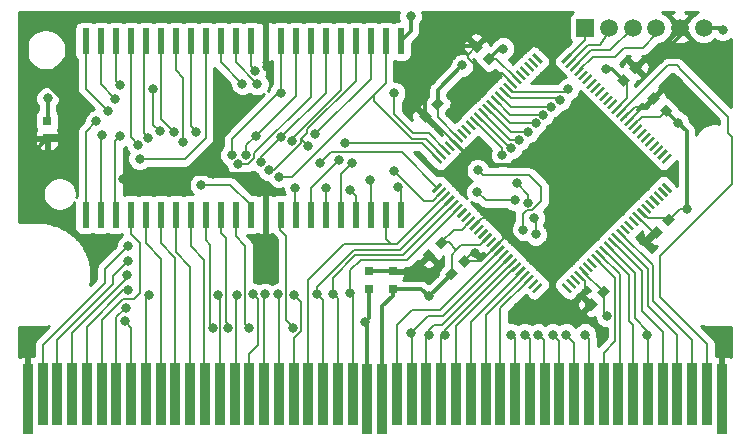
<source format=gbr>
%TF.GenerationSoftware,KiCad,Pcbnew,(5.99.0-1468-g7e1294a4b)*%
%TF.CreationDate,2020-09-06T10:14:52+02:00*%
%TF.ProjectId,WonderSwan_32MB,576f6e64-6572-4537-9761-6e5f33324d42,rev?*%
%TF.SameCoordinates,PX87734b0PY5d70e60*%
%TF.FileFunction,Copper,L1,Top*%
%TF.FilePolarity,Positive*%
%FSLAX46Y46*%
G04 Gerber Fmt 4.6, Leading zero omitted, Abs format (unit mm)*
G04 Created by KiCad (PCBNEW (5.99.0-1468-g7e1294a4b)) date 2020-09-06 10:14:52*
%MOMM*%
%LPD*%
G01*
G04 APERTURE LIST*
%TA.AperFunction,SMDPad,CuDef*%
%ADD10R,0.750000X0.800000*%
%TD*%
%TA.AperFunction,SMDPad,CuDef*%
%ADD11R,0.600000X2.200000*%
%TD*%
%TA.AperFunction,SMDPad,CuDef*%
%ADD12C,1.500000*%
%TD*%
%TA.AperFunction,SMDPad,CuDef*%
%ADD13R,1.500000X1.500000*%
%TD*%
%TA.AperFunction,SMDPad,CuDef*%
%ADD14R,0.850900X5.999480*%
%TD*%
%TA.AperFunction,SMDPad,CuDef*%
%ADD15R,0.850900X5.250180*%
%TD*%
%TA.AperFunction,ViaPad*%
%ADD16C,0.800000*%
%TD*%
%TA.AperFunction,Conductor*%
%ADD17C,0.200000*%
%TD*%
%TA.AperFunction,Conductor*%
%ADD18C,0.300000*%
%TD*%
%TA.AperFunction,Conductor*%
%ADD19C,0.254000*%
%TD*%
G04 APERTURE END LIST*
D10*
X-455000Y-8745000D03*
X-455000Y-7245000D03*
X-2430000Y-7245000D03*
X-2430000Y-8745000D03*
X-29705000Y4005000D03*
X-29705000Y5505000D03*
%TA.AperFunction,SMDPad,CuDef*%
G36*
X2281992Y5321662D02*
G01*
X1751662Y5851992D01*
X2317348Y6417678D01*
X2847678Y5887348D01*
X2281992Y5321662D01*
G37*
%TD.AperFunction*%
%TA.AperFunction,SMDPad,CuDef*%
G36*
X3342652Y6382322D02*
G01*
X2812322Y6912652D01*
X3378008Y7478338D01*
X3908338Y6948008D01*
X3342652Y6382322D01*
G37*
%TD.AperFunction*%
%TA.AperFunction,SMDPad,CuDef*%
G36*
X7152322Y10742348D02*
G01*
X7682652Y11272678D01*
X8248338Y10706992D01*
X7718008Y10176662D01*
X7152322Y10742348D01*
G37*
%TD.AperFunction*%
%TA.AperFunction,SMDPad,CuDef*%
G36*
X6091662Y11803008D02*
G01*
X6621992Y12333338D01*
X7187678Y11767652D01*
X6657348Y11237322D01*
X6091662Y11803008D01*
G37*
%TD.AperFunction*%
%TA.AperFunction,SMDPad,CuDef*%
G36*
X20148008Y10538338D02*
G01*
X20678338Y10008008D01*
X20112652Y9442322D01*
X19582322Y9972652D01*
X20148008Y10538338D01*
G37*
%TD.AperFunction*%
%TA.AperFunction,SMDPad,CuDef*%
G36*
X19087348Y9477678D02*
G01*
X19617678Y8947348D01*
X19051992Y8381662D01*
X18521662Y8911992D01*
X19087348Y9477678D01*
G37*
%TD.AperFunction*%
%TA.AperFunction,SMDPad,CuDef*%
G36*
X22152322Y6357348D02*
G01*
X22682652Y6887678D01*
X23248338Y6321992D01*
X22718008Y5791662D01*
X22152322Y6357348D01*
G37*
%TD.AperFunction*%
%TA.AperFunction,SMDPad,CuDef*%
G36*
X21091662Y7418008D02*
G01*
X21621992Y7948338D01*
X22187678Y7382652D01*
X21657348Y6852322D01*
X21091662Y7418008D01*
G37*
%TD.AperFunction*%
%TA.AperFunction,SMDPad,CuDef*%
G36*
X22902652Y-3437678D02*
G01*
X22372322Y-2907348D01*
X22938008Y-2341662D01*
X23468338Y-2871992D01*
X22902652Y-3437678D01*
G37*
%TD.AperFunction*%
%TA.AperFunction,SMDPad,CuDef*%
G36*
X21841992Y-4498338D02*
G01*
X21311662Y-3968008D01*
X21877348Y-3402322D01*
X22407678Y-3932652D01*
X21841992Y-4498338D01*
G37*
%TD.AperFunction*%
%TA.AperFunction,SMDPad,CuDef*%
G36*
X16341992Y-10618338D02*
G01*
X15811662Y-10088008D01*
X16377348Y-9522322D01*
X16907678Y-10052652D01*
X16341992Y-10618338D01*
G37*
%TD.AperFunction*%
%TA.AperFunction,SMDPad,CuDef*%
G36*
X17402652Y-9557678D02*
G01*
X16872322Y-9027348D01*
X17438008Y-8461662D01*
X17968338Y-8991992D01*
X17402652Y-9557678D01*
G37*
%TD.AperFunction*%
%TA.AperFunction,SMDPad,CuDef*%
G36*
X4567348Y-6922322D02*
G01*
X5097678Y-7452652D01*
X4531992Y-8018338D01*
X4001662Y-7488008D01*
X4567348Y-6922322D01*
G37*
%TD.AperFunction*%
%TA.AperFunction,SMDPad,CuDef*%
G36*
X5628008Y-5861662D02*
G01*
X6158338Y-6391992D01*
X5592652Y-6957678D01*
X5062322Y-6427348D01*
X5628008Y-5861662D01*
G37*
%TD.AperFunction*%
%TA.AperFunction,SMDPad,CuDef*%
G36*
X22312624Y85133D02*
G01*
X22492229Y264738D01*
X23210650Y-453683D01*
X23031045Y-633288D01*
X22312624Y85133D01*
G37*
%TD.AperFunction*%
%TA.AperFunction,SMDPad,CuDef*%
G36*
X13835262Y-8392229D02*
G01*
X14014867Y-8212624D01*
X14733288Y-8931045D01*
X14553683Y-9110650D01*
X13835262Y-8392229D01*
G37*
%TD.AperFunction*%
%TA.AperFunction,SMDPad,CuDef*%
G36*
X14194473Y-8033019D02*
G01*
X14374078Y-7853414D01*
X15092499Y-8571835D01*
X14912894Y-8751440D01*
X14194473Y-8033019D01*
G37*
%TD.AperFunction*%
%TA.AperFunction,SMDPad,CuDef*%
G36*
X14535722Y-7691769D02*
G01*
X14715327Y-7512164D01*
X15433748Y-8230585D01*
X15254143Y-8410190D01*
X14535722Y-7691769D01*
G37*
%TD.AperFunction*%
%TA.AperFunction,SMDPad,CuDef*%
G36*
X14894933Y-7332559D02*
G01*
X15074538Y-7152954D01*
X15792959Y-7871375D01*
X15613354Y-8050980D01*
X14894933Y-7332559D01*
G37*
%TD.AperFunction*%
%TA.AperFunction,SMDPad,CuDef*%
G36*
X15254143Y-6973349D02*
G01*
X15433748Y-6793744D01*
X16152169Y-7512165D01*
X15972564Y-7691770D01*
X15254143Y-6973349D01*
G37*
%TD.AperFunction*%
%TA.AperFunction,SMDPad,CuDef*%
G36*
X15595393Y-6632099D02*
G01*
X15774998Y-6452494D01*
X16493419Y-7170915D01*
X16313814Y-7350520D01*
X15595393Y-6632099D01*
G37*
%TD.AperFunction*%
%TA.AperFunction,SMDPad,CuDef*%
G36*
X15954603Y-6272889D02*
G01*
X16134208Y-6093284D01*
X16852629Y-6811705D01*
X16673024Y-6991310D01*
X15954603Y-6272889D01*
G37*
%TD.AperFunction*%
%TA.AperFunction,SMDPad,CuDef*%
G36*
X16313813Y-5913678D02*
G01*
X16493418Y-5734073D01*
X17211839Y-6452494D01*
X17032234Y-6632099D01*
X16313813Y-5913678D01*
G37*
%TD.AperFunction*%
%TA.AperFunction,SMDPad,CuDef*%
G36*
X16655063Y-5572429D02*
G01*
X16834668Y-5392824D01*
X17553089Y-6111245D01*
X17373484Y-6290850D01*
X16655063Y-5572429D01*
G37*
%TD.AperFunction*%
%TA.AperFunction,SMDPad,CuDef*%
G36*
X17014273Y-5213218D02*
G01*
X17193878Y-5033613D01*
X17912299Y-5752034D01*
X17732694Y-5931639D01*
X17014273Y-5213218D01*
G37*
%TD.AperFunction*%
%TA.AperFunction,SMDPad,CuDef*%
G36*
X17373483Y-4854008D02*
G01*
X17553088Y-4674403D01*
X18271509Y-5392824D01*
X18091904Y-5572429D01*
X17373483Y-4854008D01*
G37*
%TD.AperFunction*%
%TA.AperFunction,SMDPad,CuDef*%
G36*
X17732694Y-4494798D02*
G01*
X17912299Y-4315193D01*
X18630720Y-5033614D01*
X18451115Y-5213219D01*
X17732694Y-4494798D01*
G37*
%TD.AperFunction*%
%TA.AperFunction,SMDPad,CuDef*%
G36*
X18073943Y-4153548D02*
G01*
X18253548Y-3973943D01*
X18971969Y-4692364D01*
X18792364Y-4871969D01*
X18073943Y-4153548D01*
G37*
%TD.AperFunction*%
%TA.AperFunction,SMDPad,CuDef*%
G36*
X18433153Y-3794338D02*
G01*
X18612758Y-3614733D01*
X19331179Y-4333154D01*
X19151574Y-4512759D01*
X18433153Y-3794338D01*
G37*
%TD.AperFunction*%
%TA.AperFunction,SMDPad,CuDef*%
G36*
X18792364Y-3435128D02*
G01*
X18971969Y-3255523D01*
X19690390Y-3973944D01*
X19510785Y-4153549D01*
X18792364Y-3435128D01*
G37*
%TD.AperFunction*%
%TA.AperFunction,SMDPad,CuDef*%
G36*
X19133613Y-3093878D02*
G01*
X19313218Y-2914273D01*
X20031639Y-3632694D01*
X19852034Y-3812299D01*
X19133613Y-3093878D01*
G37*
%TD.AperFunction*%
%TA.AperFunction,SMDPad,CuDef*%
G36*
X19492824Y-2734668D02*
G01*
X19672429Y-2555063D01*
X20390850Y-3273484D01*
X20211245Y-3453089D01*
X19492824Y-2734668D01*
G37*
%TD.AperFunction*%
%TA.AperFunction,SMDPad,CuDef*%
G36*
X19852034Y-2375458D02*
G01*
X20031639Y-2195853D01*
X20750060Y-2914274D01*
X20570455Y-3093879D01*
X19852034Y-2375458D01*
G37*
%TD.AperFunction*%
%TA.AperFunction,SMDPad,CuDef*%
G36*
X20193284Y-2034208D02*
G01*
X20372889Y-1854603D01*
X21091310Y-2573024D01*
X20911705Y-2752629D01*
X20193284Y-2034208D01*
G37*
%TD.AperFunction*%
%TA.AperFunction,SMDPad,CuDef*%
G36*
X20552494Y-1674998D02*
G01*
X20732099Y-1495393D01*
X21450520Y-2213814D01*
X21270915Y-2393419D01*
X20552494Y-1674998D01*
G37*
%TD.AperFunction*%
%TA.AperFunction,SMDPad,CuDef*%
G36*
X20911704Y-1315787D02*
G01*
X21091309Y-1136182D01*
X21809730Y-1854603D01*
X21630125Y-2034208D01*
X20911704Y-1315787D01*
G37*
%TD.AperFunction*%
%TA.AperFunction,SMDPad,CuDef*%
G36*
X21252954Y-974538D02*
G01*
X21432559Y-794933D01*
X22150980Y-1513354D01*
X21971375Y-1692959D01*
X21252954Y-974538D01*
G37*
%TD.AperFunction*%
%TA.AperFunction,SMDPad,CuDef*%
G36*
X21612164Y-615327D02*
G01*
X21791769Y-435722D01*
X22510190Y-1154143D01*
X22330585Y-1333748D01*
X21612164Y-615327D01*
G37*
%TD.AperFunction*%
%TA.AperFunction,SMDPad,CuDef*%
G36*
X21971374Y-256117D02*
G01*
X22150979Y-76512D01*
X22869400Y-794933D01*
X22689795Y-974538D01*
X21971374Y-256117D01*
G37*
%TD.AperFunction*%
%TA.AperFunction,SMDPad,CuDef*%
G36*
X11356712Y-8931045D02*
G01*
X12075133Y-8212624D01*
X12254738Y-8392229D01*
X11536317Y-9110650D01*
X11356712Y-8931045D01*
G37*
%TD.AperFunction*%
%TA.AperFunction,SMDPad,CuDef*%
G36*
X2879350Y-453683D02*
G01*
X3597771Y264738D01*
X3777376Y85133D01*
X3058955Y-633288D01*
X2879350Y-453683D01*
G37*
%TD.AperFunction*%
%TA.AperFunction,SMDPad,CuDef*%
G36*
X3238560Y-812894D02*
G01*
X3956981Y-94473D01*
X4136586Y-274078D01*
X3418165Y-992499D01*
X3238560Y-812894D01*
G37*
%TD.AperFunction*%
%TA.AperFunction,SMDPad,CuDef*%
G36*
X3579810Y-1154143D02*
G01*
X4298231Y-435722D01*
X4477836Y-615327D01*
X3759415Y-1333748D01*
X3579810Y-1154143D01*
G37*
%TD.AperFunction*%
%TA.AperFunction,SMDPad,CuDef*%
G36*
X3939020Y-1513354D02*
G01*
X4657441Y-794933D01*
X4837046Y-974538D01*
X4118625Y-1692959D01*
X3939020Y-1513354D01*
G37*
%TD.AperFunction*%
%TA.AperFunction,SMDPad,CuDef*%
G36*
X4298230Y-1872564D02*
G01*
X5016651Y-1154143D01*
X5196256Y-1333748D01*
X4477835Y-2052169D01*
X4298230Y-1872564D01*
G37*
%TD.AperFunction*%
%TA.AperFunction,SMDPad,CuDef*%
G36*
X4639480Y-2213814D02*
G01*
X5357901Y-1495393D01*
X5537506Y-1674998D01*
X4819085Y-2393419D01*
X4639480Y-2213814D01*
G37*
%TD.AperFunction*%
%TA.AperFunction,SMDPad,CuDef*%
G36*
X4998690Y-2573024D02*
G01*
X5717111Y-1854603D01*
X5896716Y-2034208D01*
X5178295Y-2752629D01*
X4998690Y-2573024D01*
G37*
%TD.AperFunction*%
%TA.AperFunction,SMDPad,CuDef*%
G36*
X5357901Y-2932234D02*
G01*
X6076322Y-2213813D01*
X6255927Y-2393418D01*
X5537506Y-3111839D01*
X5357901Y-2932234D01*
G37*
%TD.AperFunction*%
%TA.AperFunction,SMDPad,CuDef*%
G36*
X5699150Y-3273484D02*
G01*
X6417571Y-2555063D01*
X6597176Y-2734668D01*
X5878755Y-3453089D01*
X5699150Y-3273484D01*
G37*
%TD.AperFunction*%
%TA.AperFunction,SMDPad,CuDef*%
G36*
X6058361Y-3632694D02*
G01*
X6776782Y-2914273D01*
X6956387Y-3093878D01*
X6237966Y-3812299D01*
X6058361Y-3632694D01*
G37*
%TD.AperFunction*%
%TA.AperFunction,SMDPad,CuDef*%
G36*
X6417571Y-3991904D02*
G01*
X7135992Y-3273483D01*
X7315597Y-3453088D01*
X6597176Y-4171509D01*
X6417571Y-3991904D01*
G37*
%TD.AperFunction*%
%TA.AperFunction,SMDPad,CuDef*%
G36*
X6776781Y-4351115D02*
G01*
X7495202Y-3632694D01*
X7674807Y-3812299D01*
X6956386Y-4530720D01*
X6776781Y-4351115D01*
G37*
%TD.AperFunction*%
%TA.AperFunction,SMDPad,CuDef*%
G36*
X7118031Y-4692364D02*
G01*
X7836452Y-3973943D01*
X8016057Y-4153548D01*
X7297636Y-4871969D01*
X7118031Y-4692364D01*
G37*
%TD.AperFunction*%
%TA.AperFunction,SMDPad,CuDef*%
G36*
X7477241Y-5051574D02*
G01*
X8195662Y-4333153D01*
X8375267Y-4512758D01*
X7656846Y-5231179D01*
X7477241Y-5051574D01*
G37*
%TD.AperFunction*%
%TA.AperFunction,SMDPad,CuDef*%
G36*
X7836451Y-5410785D02*
G01*
X8554872Y-4692364D01*
X8734477Y-4871969D01*
X8016056Y-5590390D01*
X7836451Y-5410785D01*
G37*
%TD.AperFunction*%
%TA.AperFunction,SMDPad,CuDef*%
G36*
X8177701Y-5752034D02*
G01*
X8896122Y-5033613D01*
X9075727Y-5213218D01*
X8357306Y-5931639D01*
X8177701Y-5752034D01*
G37*
%TD.AperFunction*%
%TA.AperFunction,SMDPad,CuDef*%
G36*
X8536911Y-6111245D02*
G01*
X9255332Y-5392824D01*
X9434937Y-5572429D01*
X8716516Y-6290850D01*
X8536911Y-6111245D01*
G37*
%TD.AperFunction*%
%TA.AperFunction,SMDPad,CuDef*%
G36*
X8896121Y-6470455D02*
G01*
X9614542Y-5752034D01*
X9794147Y-5931639D01*
X9075726Y-6650060D01*
X8896121Y-6470455D01*
G37*
%TD.AperFunction*%
%TA.AperFunction,SMDPad,CuDef*%
G36*
X9237371Y-6811705D02*
G01*
X9955792Y-6093284D01*
X10135397Y-6272889D01*
X9416976Y-6991310D01*
X9237371Y-6811705D01*
G37*
%TD.AperFunction*%
%TA.AperFunction,SMDPad,CuDef*%
G36*
X9596581Y-7170915D02*
G01*
X10315002Y-6452494D01*
X10494607Y-6632099D01*
X9776186Y-7350520D01*
X9596581Y-7170915D01*
G37*
%TD.AperFunction*%
%TA.AperFunction,SMDPad,CuDef*%
G36*
X9955792Y-7530125D02*
G01*
X10674213Y-6811704D01*
X10853818Y-6991309D01*
X10135397Y-7709730D01*
X9955792Y-7530125D01*
G37*
%TD.AperFunction*%
%TA.AperFunction,SMDPad,CuDef*%
G36*
X10297041Y-7871375D02*
G01*
X11015462Y-7152954D01*
X11195067Y-7332559D01*
X10476646Y-8050980D01*
X10297041Y-7871375D01*
G37*
%TD.AperFunction*%
%TA.AperFunction,SMDPad,CuDef*%
G36*
X10656252Y-8230585D02*
G01*
X11374673Y-7512164D01*
X11554278Y-7691769D01*
X10835857Y-8410190D01*
X10656252Y-8230585D01*
G37*
%TD.AperFunction*%
%TA.AperFunction,SMDPad,CuDef*%
G36*
X11015462Y-8589795D02*
G01*
X11733883Y-7871374D01*
X11913488Y-8050979D01*
X11195067Y-8769400D01*
X11015462Y-8589795D01*
G37*
%TD.AperFunction*%
%TA.AperFunction,SMDPad,CuDef*%
G36*
X22312624Y2024867D02*
G01*
X23031045Y2743288D01*
X23210650Y2563683D01*
X22492229Y1845262D01*
X22312624Y2024867D01*
G37*
%TD.AperFunction*%
%TA.AperFunction,SMDPad,CuDef*%
G36*
X21953414Y2384078D02*
G01*
X22671835Y3102499D01*
X22851440Y2922894D01*
X22133019Y2204473D01*
X21953414Y2384078D01*
G37*
%TD.AperFunction*%
%TA.AperFunction,SMDPad,CuDef*%
G36*
X21612164Y2725327D02*
G01*
X22330585Y3443748D01*
X22510190Y3264143D01*
X21791769Y2545722D01*
X21612164Y2725327D01*
G37*
%TD.AperFunction*%
%TA.AperFunction,SMDPad,CuDef*%
G36*
X21252954Y3084538D02*
G01*
X21971375Y3802959D01*
X22150980Y3623354D01*
X21432559Y2904933D01*
X21252954Y3084538D01*
G37*
%TD.AperFunction*%
%TA.AperFunction,SMDPad,CuDef*%
G36*
X20893744Y3443748D02*
G01*
X21612165Y4162169D01*
X21791770Y3982564D01*
X21073349Y3264143D01*
X20893744Y3443748D01*
G37*
%TD.AperFunction*%
%TA.AperFunction,SMDPad,CuDef*%
G36*
X20552494Y3784998D02*
G01*
X21270915Y4503419D01*
X21450520Y4323814D01*
X20732099Y3605393D01*
X20552494Y3784998D01*
G37*
%TD.AperFunction*%
%TA.AperFunction,SMDPad,CuDef*%
G36*
X20193284Y4144208D02*
G01*
X20911705Y4862629D01*
X21091310Y4683024D01*
X20372889Y3964603D01*
X20193284Y4144208D01*
G37*
%TD.AperFunction*%
%TA.AperFunction,SMDPad,CuDef*%
G36*
X19834073Y4503418D02*
G01*
X20552494Y5221839D01*
X20732099Y5042234D01*
X20013678Y4323813D01*
X19834073Y4503418D01*
G37*
%TD.AperFunction*%
%TA.AperFunction,SMDPad,CuDef*%
G36*
X19492824Y4844668D02*
G01*
X20211245Y5563089D01*
X20390850Y5383484D01*
X19672429Y4665063D01*
X19492824Y4844668D01*
G37*
%TD.AperFunction*%
%TA.AperFunction,SMDPad,CuDef*%
G36*
X19133613Y5203878D02*
G01*
X19852034Y5922299D01*
X20031639Y5742694D01*
X19313218Y5024273D01*
X19133613Y5203878D01*
G37*
%TD.AperFunction*%
%TA.AperFunction,SMDPad,CuDef*%
G36*
X18774403Y5563088D02*
G01*
X19492824Y6281509D01*
X19672429Y6101904D01*
X18954008Y5383483D01*
X18774403Y5563088D01*
G37*
%TD.AperFunction*%
%TA.AperFunction,SMDPad,CuDef*%
G36*
X18415193Y5922299D02*
G01*
X19133614Y6640720D01*
X19313219Y6461115D01*
X18594798Y5742694D01*
X18415193Y5922299D01*
G37*
%TD.AperFunction*%
%TA.AperFunction,SMDPad,CuDef*%
G36*
X18073943Y6263548D02*
G01*
X18792364Y6981969D01*
X18971969Y6802364D01*
X18253548Y6083943D01*
X18073943Y6263548D01*
G37*
%TD.AperFunction*%
%TA.AperFunction,SMDPad,CuDef*%
G36*
X17714733Y6622758D02*
G01*
X18433154Y7341179D01*
X18612759Y7161574D01*
X17894338Y6443153D01*
X17714733Y6622758D01*
G37*
%TD.AperFunction*%
%TA.AperFunction,SMDPad,CuDef*%
G36*
X17355523Y6981969D02*
G01*
X18073944Y7700390D01*
X18253549Y7520785D01*
X17535128Y6802364D01*
X17355523Y6981969D01*
G37*
%TD.AperFunction*%
%TA.AperFunction,SMDPad,CuDef*%
G36*
X17014273Y7323218D02*
G01*
X17732694Y8041639D01*
X17912299Y7862034D01*
X17193878Y7143613D01*
X17014273Y7323218D01*
G37*
%TD.AperFunction*%
%TA.AperFunction,SMDPad,CuDef*%
G36*
X16655063Y7682429D02*
G01*
X17373484Y8400850D01*
X17553089Y8221245D01*
X16834668Y7502824D01*
X16655063Y7682429D01*
G37*
%TD.AperFunction*%
%TA.AperFunction,SMDPad,CuDef*%
G36*
X16295853Y8041639D02*
G01*
X17014274Y8760060D01*
X17193879Y8580455D01*
X16475458Y7862034D01*
X16295853Y8041639D01*
G37*
%TD.AperFunction*%
%TA.AperFunction,SMDPad,CuDef*%
G36*
X15954603Y8382889D02*
G01*
X16673024Y9101310D01*
X16852629Y8921705D01*
X16134208Y8203284D01*
X15954603Y8382889D01*
G37*
%TD.AperFunction*%
%TA.AperFunction,SMDPad,CuDef*%
G36*
X15595393Y8742099D02*
G01*
X16313814Y9460520D01*
X16493419Y9280915D01*
X15774998Y8562494D01*
X15595393Y8742099D01*
G37*
%TD.AperFunction*%
%TA.AperFunction,SMDPad,CuDef*%
G36*
X15236182Y9101309D02*
G01*
X15954603Y9819730D01*
X16134208Y9640125D01*
X15415787Y8921704D01*
X15236182Y9101309D01*
G37*
%TD.AperFunction*%
%TA.AperFunction,SMDPad,CuDef*%
G36*
X14894933Y9442559D02*
G01*
X15613354Y10160980D01*
X15792959Y9981375D01*
X15074538Y9262954D01*
X14894933Y9442559D01*
G37*
%TD.AperFunction*%
%TA.AperFunction,SMDPad,CuDef*%
G36*
X14535722Y9801769D02*
G01*
X15254143Y10520190D01*
X15433748Y10340585D01*
X14715327Y9622164D01*
X14535722Y9801769D01*
G37*
%TD.AperFunction*%
%TA.AperFunction,SMDPad,CuDef*%
G36*
X14176512Y10160979D02*
G01*
X14894933Y10879400D01*
X15074538Y10699795D01*
X14356117Y9981374D01*
X14176512Y10160979D01*
G37*
%TD.AperFunction*%
%TA.AperFunction,SMDPad,CuDef*%
G36*
X13835262Y10502229D02*
G01*
X14553683Y11220650D01*
X14733288Y11041045D01*
X14014867Y10322624D01*
X13835262Y10502229D01*
G37*
%TD.AperFunction*%
%TA.AperFunction,SMDPad,CuDef*%
G36*
X11356712Y11041045D02*
G01*
X11536317Y11220650D01*
X12254738Y10502229D01*
X12075133Y10322624D01*
X11356712Y11041045D01*
G37*
%TD.AperFunction*%
%TA.AperFunction,SMDPad,CuDef*%
G36*
X10997501Y10681835D02*
G01*
X11177106Y10861440D01*
X11895527Y10143019D01*
X11715922Y9963414D01*
X10997501Y10681835D01*
G37*
%TD.AperFunction*%
%TA.AperFunction,SMDPad,CuDef*%
G36*
X10656252Y10340585D02*
G01*
X10835857Y10520190D01*
X11554278Y9801769D01*
X11374673Y9622164D01*
X10656252Y10340585D01*
G37*
%TD.AperFunction*%
%TA.AperFunction,SMDPad,CuDef*%
G36*
X10297041Y9981375D02*
G01*
X10476646Y10160980D01*
X11195067Y9442559D01*
X11015462Y9262954D01*
X10297041Y9981375D01*
G37*
%TD.AperFunction*%
%TA.AperFunction,SMDPad,CuDef*%
G36*
X9937831Y9622165D02*
G01*
X10117436Y9801770D01*
X10835857Y9083349D01*
X10656252Y8903744D01*
X9937831Y9622165D01*
G37*
%TD.AperFunction*%
%TA.AperFunction,SMDPad,CuDef*%
G36*
X9596581Y9280915D02*
G01*
X9776186Y9460520D01*
X10494607Y8742099D01*
X10315002Y8562494D01*
X9596581Y9280915D01*
G37*
%TD.AperFunction*%
%TA.AperFunction,SMDPad,CuDef*%
G36*
X9237371Y8921705D02*
G01*
X9416976Y9101310D01*
X10135397Y8382889D01*
X9955792Y8203284D01*
X9237371Y8921705D01*
G37*
%TD.AperFunction*%
%TA.AperFunction,SMDPad,CuDef*%
G36*
X8878161Y8562494D02*
G01*
X9057766Y8742099D01*
X9776187Y8023678D01*
X9596582Y7844073D01*
X8878161Y8562494D01*
G37*
%TD.AperFunction*%
%TA.AperFunction,SMDPad,CuDef*%
G36*
X8536911Y8221245D02*
G01*
X8716516Y8400850D01*
X9434937Y7682429D01*
X9255332Y7502824D01*
X8536911Y8221245D01*
G37*
%TD.AperFunction*%
%TA.AperFunction,SMDPad,CuDef*%
G36*
X8177701Y7862034D02*
G01*
X8357306Y8041639D01*
X9075727Y7323218D01*
X8896122Y7143613D01*
X8177701Y7862034D01*
G37*
%TD.AperFunction*%
%TA.AperFunction,SMDPad,CuDef*%
G36*
X7818491Y7502824D02*
G01*
X7998096Y7682429D01*
X8716517Y6964008D01*
X8536912Y6784403D01*
X7818491Y7502824D01*
G37*
%TD.AperFunction*%
%TA.AperFunction,SMDPad,CuDef*%
G36*
X7459280Y7143614D02*
G01*
X7638885Y7323219D01*
X8357306Y6604798D01*
X8177701Y6425193D01*
X7459280Y7143614D01*
G37*
%TD.AperFunction*%
%TA.AperFunction,SMDPad,CuDef*%
G36*
X7118031Y6802364D02*
G01*
X7297636Y6981969D01*
X8016057Y6263548D01*
X7836452Y6083943D01*
X7118031Y6802364D01*
G37*
%TD.AperFunction*%
%TA.AperFunction,SMDPad,CuDef*%
G36*
X6758821Y6443154D02*
G01*
X6938426Y6622759D01*
X7656847Y5904338D01*
X7477242Y5724733D01*
X6758821Y6443154D01*
G37*
%TD.AperFunction*%
%TA.AperFunction,SMDPad,CuDef*%
G36*
X6399610Y6083944D02*
G01*
X6579215Y6263549D01*
X7297636Y5545128D01*
X7118031Y5365523D01*
X6399610Y6083944D01*
G37*
%TD.AperFunction*%
%TA.AperFunction,SMDPad,CuDef*%
G36*
X6058361Y5742694D02*
G01*
X6237966Y5922299D01*
X6956387Y5203878D01*
X6776782Y5024273D01*
X6058361Y5742694D01*
G37*
%TD.AperFunction*%
%TA.AperFunction,SMDPad,CuDef*%
G36*
X5699150Y5383484D02*
G01*
X5878755Y5563089D01*
X6597176Y4844668D01*
X6417571Y4665063D01*
X5699150Y5383484D01*
G37*
%TD.AperFunction*%
%TA.AperFunction,SMDPad,CuDef*%
G36*
X5339940Y5024274D02*
G01*
X5519545Y5203879D01*
X6237966Y4485458D01*
X6058361Y4305853D01*
X5339940Y5024274D01*
G37*
%TD.AperFunction*%
%TA.AperFunction,SMDPad,CuDef*%
G36*
X4998690Y4683024D02*
G01*
X5178295Y4862629D01*
X5896716Y4144208D01*
X5717111Y3964603D01*
X4998690Y4683024D01*
G37*
%TD.AperFunction*%
%TA.AperFunction,SMDPad,CuDef*%
G36*
X4639480Y4323814D02*
G01*
X4819085Y4503419D01*
X5537506Y3784998D01*
X5357901Y3605393D01*
X4639480Y4323814D01*
G37*
%TD.AperFunction*%
%TA.AperFunction,SMDPad,CuDef*%
G36*
X4280270Y3964603D02*
G01*
X4459875Y4144208D01*
X5178296Y3425787D01*
X4998691Y3246182D01*
X4280270Y3964603D01*
G37*
%TD.AperFunction*%
%TA.AperFunction,SMDPad,CuDef*%
G36*
X3939020Y3623354D02*
G01*
X4118625Y3802959D01*
X4837046Y3084538D01*
X4657441Y2904933D01*
X3939020Y3623354D01*
G37*
%TD.AperFunction*%
%TA.AperFunction,SMDPad,CuDef*%
G36*
X3579810Y3264143D02*
G01*
X3759415Y3443748D01*
X4477836Y2725327D01*
X4298231Y2545722D01*
X3579810Y3264143D01*
G37*
%TD.AperFunction*%
%TA.AperFunction,SMDPad,CuDef*%
G36*
X3220600Y2904933D02*
G01*
X3400205Y3084538D01*
X4118626Y2366117D01*
X3939021Y2186512D01*
X3220600Y2904933D01*
G37*
%TD.AperFunction*%
%TA.AperFunction,SMDPad,CuDef*%
G36*
X2879350Y2563683D02*
G01*
X3058955Y2743288D01*
X3777376Y2024867D01*
X3597771Y1845262D01*
X2879350Y2563683D01*
G37*
%TD.AperFunction*%
D11*
X-26440000Y12220000D03*
X-25170000Y12220000D03*
X-23900000Y12220000D03*
X-22630000Y12220000D03*
X-21360000Y12220000D03*
X-20090000Y12220000D03*
X-18820000Y12220000D03*
X-17550000Y12220000D03*
X-16280000Y12220000D03*
X-15010000Y12220000D03*
X-13740000Y12220000D03*
X-12470000Y12220000D03*
X-11200000Y12220000D03*
X-9930000Y12220000D03*
X-8660000Y12220000D03*
X-7390000Y12220000D03*
X-6120000Y12220000D03*
X-4850000Y12220000D03*
X-3580000Y12220000D03*
X-2310000Y12220000D03*
X-1040000Y12220000D03*
X230000Y12220000D03*
X230000Y-2460000D03*
X-1040000Y-2460000D03*
X-2310000Y-2460000D03*
X-3580000Y-2460000D03*
X-4850000Y-2460000D03*
X-6120000Y-2460000D03*
X-7390000Y-2460000D03*
X-8660000Y-2460000D03*
X-17550000Y-2460000D03*
X-15010000Y-2460000D03*
X-18820000Y-2460000D03*
X-21360000Y-2460000D03*
X-16280000Y-2460000D03*
X-20090000Y-2460000D03*
X-13740000Y-2460000D03*
X-12470000Y-2460000D03*
X-9930000Y-2460000D03*
X-22630000Y-2460000D03*
X-23900000Y-2460000D03*
X-26440000Y-2460000D03*
X-11200000Y-2460000D03*
X-25170000Y-2460000D03*
D12*
X25880000Y13370000D03*
X23880000Y13370000D03*
X21880000Y13370000D03*
X19880000Y13370000D03*
X17880000Y13370000D03*
D13*
X15880000Y13370000D03*
D14*
X-31330000Y-18070620D03*
D15*
X-30080320Y-17689620D03*
X-28830640Y-17689620D03*
X-27580960Y-17689620D03*
D14*
X-2579740Y-18070620D03*
X-1330060Y-18070620D03*
X27420200Y-18070620D03*
D15*
X-26331280Y-17689620D03*
X-25079060Y-17689620D03*
X-23829380Y-17689620D03*
X-22579700Y-17689620D03*
X-21330020Y-17689620D03*
X-20080340Y-17689620D03*
X-18830660Y-17689620D03*
X-17580980Y-17689620D03*
X-16331300Y-17689620D03*
X-15079080Y-17689620D03*
X-13829400Y-17689620D03*
X-12579720Y-17689620D03*
X-11330040Y-17689620D03*
X-10080360Y-17689620D03*
X-8830680Y-17689620D03*
X-7581000Y-17689620D03*
X-6331320Y-17689620D03*
X-5081640Y-17689620D03*
X-3831960Y-17689620D03*
X-80380Y-17689620D03*
X1169300Y-17689620D03*
X2418980Y-17689620D03*
X3668660Y-17689620D03*
X4918340Y-17689620D03*
X6168020Y-17689620D03*
X7420240Y-17689620D03*
X8669920Y-17689620D03*
X9919600Y-17689620D03*
X11169280Y-17689620D03*
X12418960Y-17689620D03*
X13668640Y-17689620D03*
X14918320Y-17689620D03*
X16168000Y-17689620D03*
X17420220Y-17689620D03*
X18669900Y-17689620D03*
X19919580Y-17689620D03*
X21169260Y-17689620D03*
X22418940Y-17689620D03*
X23668620Y-17689620D03*
X24918300Y-17689620D03*
X26167980Y-17689620D03*
%TA.AperFunction,SMDPad,CuDef*%
G36*
X2611992Y-6428338D02*
G01*
X2081662Y-5898008D01*
X2647348Y-5332322D01*
X3177678Y-5862652D01*
X2611992Y-6428338D01*
G37*
%TD.AperFunction*%
%TA.AperFunction,SMDPad,CuDef*%
G36*
X3672652Y-5367678D02*
G01*
X3142322Y-4837348D01*
X3708008Y-4271662D01*
X4238338Y-4801992D01*
X3672652Y-5367678D01*
G37*
%TD.AperFunction*%
D16*
X1120000Y-12500002D03*
X6550000Y-5750010D03*
X-15690021Y-12020000D03*
X-14370010Y-12020000D03*
X-2759412Y-11552581D03*
X-8884954Y-12020000D03*
X17709979Y-11060000D03*
X21120000Y-12620000D03*
X15840000Y-12620000D03*
X27280000Y-12620000D03*
X14250000Y-12620000D03*
X13100000Y-12620000D03*
X9560000Y-12620000D03*
X4010000Y-12620000D03*
X2670000Y-12620000D03*
X-22890000Y-8860000D03*
X-13640000Y-9290000D03*
X-15230000Y-9240000D03*
X-12610000Y-12020000D03*
X-4050000Y-9110000D03*
X-5480000Y-9150000D03*
X-6860000Y-9180000D03*
X-8800000Y-9240000D03*
X-10120012Y-9200000D03*
X-11250000Y-9200000D03*
X-12250000Y-9180000D03*
X-23100000Y-11500000D03*
X-23040000Y-10340000D03*
X-22920000Y-7550000D03*
X-22880000Y-6360000D03*
X-22810000Y-5090000D03*
X-15659999Y959999D03*
X17030000Y360000D03*
X11654374Y5262959D03*
X11026964Y4536337D03*
X12288548Y5983684D03*
X13729325Y7243264D03*
X12957834Y6671928D03*
X17600000Y9900000D03*
X-29480000Y-2230000D03*
X-21080000Y-9310000D03*
X-17060000Y4550000D03*
X-18200010Y3710000D03*
X-16679990Y43271D03*
X-20700010Y8200000D03*
X-18920000Y4520000D03*
X-23239990Y560000D03*
X-20180000Y4600000D03*
X-21130000Y4020000D03*
X-22020000Y3460000D03*
X15344982Y-10985018D03*
X22990000Y8740000D03*
X13770000Y13150000D03*
X21930000Y10730000D03*
X8910000Y11600000D03*
X1070000Y14360000D03*
X-29660000Y7370000D03*
X11890000Y-12620000D03*
X10740000Y-12620000D03*
X-31230000Y-13130000D03*
X27510000Y13180000D03*
X23710000Y5330000D03*
X24450000Y-1950000D03*
X20780000Y-4710000D03*
X-8690000Y-190000D03*
X5450000Y10180000D03*
X-11120000Y10060000D03*
X1390000Y10060010D03*
X-13180000Y8630000D03*
X-11890000Y8580021D03*
X-12088291Y9711709D03*
X-28300000Y4170000D03*
X-25530000Y5440000D03*
X-25080000Y4280000D03*
X-23958166Y7350800D03*
X-24515707Y6286822D03*
X-23560000Y4180000D03*
X1270000Y-7120000D03*
X8510000Y-2990000D03*
X2598302Y-9388302D03*
X-21870000Y2260000D03*
X-23520000Y8480000D03*
X-10000Y-90000D03*
X-10070000Y750000D03*
X11670000Y-4130000D03*
X10601031Y-3751210D03*
X11501989Y-2741968D03*
X11044579Y-1437107D03*
X10084432Y186361D03*
X14390000Y8140000D03*
X8839389Y2589948D03*
X9607493Y3165829D03*
X10260000Y3870000D03*
X9898379Y-1224303D03*
X-6978854Y4339924D03*
X-9930000Y7850000D03*
X-310000Y7840000D03*
X-6115912Y-214088D03*
X-4079772Y-360032D03*
X6740000Y-540043D03*
X6770237Y1290021D03*
X-7570000Y3360000D03*
X-9860000Y4120000D03*
X-8972468Y3754063D03*
X-5010000Y2140000D03*
X-2370000Y490000D03*
X-11591534Y1968406D03*
X-10908848Y1293452D03*
X-13519854Y1804243D03*
X-12820338Y2589990D03*
X-14071419Y2589990D03*
X-12035000Y4205000D03*
X-3919527Y1900010D03*
X-290000Y1240000D03*
X-4465358Y3575178D03*
X-6580000Y1900010D03*
D17*
X8985924Y-5841837D02*
X3787761Y-11040000D01*
X1169300Y-12549302D02*
X1120000Y-12500002D01*
X2580002Y-11040000D02*
X1120000Y-12500002D01*
X3787761Y-11040000D02*
X2580002Y-11040000D01*
X1169300Y-17689620D02*
X1169300Y-12549302D01*
X19223416Y5833416D02*
X20050330Y6660330D01*
X19223416Y5832496D02*
X19223416Y5833416D01*
X20050330Y6660330D02*
X20899670Y6660330D01*
X19583286Y5473286D02*
X20770330Y6660330D01*
X19582626Y5473286D02*
X19583286Y5473286D01*
X20770330Y6660330D02*
X20899670Y6660330D01*
X28258653Y168653D02*
X28258653Y4130205D01*
X22160000Y-5930000D02*
X28258653Y168653D01*
X26167980Y-13437980D02*
X22160000Y-9430000D01*
X22160000Y-9430000D02*
X22160000Y-5930000D01*
X27960000Y4428858D02*
X27960000Y5840000D01*
X26167980Y-17689620D02*
X26167980Y-13437980D01*
X28258653Y4130205D02*
X27960000Y4428858D01*
X27960000Y5840000D02*
X24080000Y9720000D01*
X5610330Y-6409670D02*
X6269990Y-5750010D01*
X6269990Y-5750010D02*
X6550000Y-5750010D01*
X6940000Y-5050000D02*
X5340000Y-5050000D01*
X7567044Y-4422956D02*
X6940000Y-5050000D01*
X5340000Y-5050000D02*
X4930000Y-5460000D01*
X5412239Y-3740000D02*
X4770000Y-3740000D01*
X6148163Y-3004076D02*
X5412239Y-3740000D01*
X4770000Y-3740000D02*
X3690330Y-4819670D01*
X2418980Y-17689620D02*
X2418980Y-12821020D01*
X2670000Y-12620000D02*
X2620000Y-12620000D01*
X2620000Y-12620000D02*
X2418980Y-12821020D01*
X4010000Y-12620000D02*
X4010000Y-12218681D01*
X4010000Y-12620000D02*
X3730000Y-12620000D01*
X3730000Y-12620000D02*
X3668660Y-12681340D01*
D18*
X-30420000Y-1290000D02*
X-30420000Y3290000D01*
X-29480000Y-2230000D02*
X-30420000Y-1290000D01*
X-30420000Y3290000D02*
X-29705000Y4005000D01*
D17*
X-15079080Y-17689620D02*
X-15030011Y-17640551D01*
X-15030011Y-17640551D02*
X-15030011Y-9439989D01*
X-15030011Y-9439989D02*
X-15230000Y-9240000D01*
X-15720000Y-12020000D02*
X-15690021Y-12020000D01*
X-13710000Y-9360000D02*
X-13640000Y-9290000D01*
X-15890002Y-11849998D02*
X-15720000Y-12020000D01*
X-13829400Y-17689620D02*
X-13710000Y-17570220D01*
X-13710000Y-17570220D02*
X-13710000Y-9360000D01*
X-12579720Y-14229720D02*
X-11850001Y-13500001D01*
X-12579720Y-17689620D02*
X-12579720Y-14229720D01*
X-11850001Y-13500001D02*
X-11850001Y-9579999D01*
X-11850001Y-9579999D02*
X-12250000Y-9180000D01*
X4010000Y-12218681D02*
X9686384Y-6542297D01*
X3746181Y-11800000D02*
X3080000Y-11800000D01*
X9345134Y-6201047D02*
X3746181Y-11800000D01*
X3080000Y-11800000D02*
X2670000Y-12210000D01*
X2670000Y-12210000D02*
X2670000Y-12620000D01*
D18*
X-2579740Y-18070620D02*
X-2579740Y-11732253D01*
X-2430000Y-8745000D02*
X-2430000Y-11223169D01*
X-2430000Y-11223169D02*
X-2759412Y-11552581D01*
X-2579740Y-11732253D02*
X-2759412Y-11552581D01*
D17*
X17420220Y-14149780D02*
X18409989Y-13160011D01*
X18409989Y-13160011D02*
X18409989Y-7830249D01*
X18409989Y-7830249D02*
X16762826Y-6183086D01*
X17420220Y-17689620D02*
X17420220Y-14149780D01*
X18770000Y-7507761D02*
X17104076Y-5841837D01*
X17420330Y-9009670D02*
X17420330Y-10770351D01*
X18770000Y-17589520D02*
X18770000Y-7507761D01*
X17420330Y-10770351D02*
X17709979Y-11060000D01*
X18669900Y-17689620D02*
X18770000Y-17589520D01*
X12360000Y-17630660D02*
X12360000Y-13040000D01*
X12418960Y-17689620D02*
X12360000Y-17630660D01*
X12360000Y-13040000D02*
X11890000Y-12570000D01*
X21120000Y-12274315D02*
X21120000Y-12840000D01*
X20100000Y-11254315D02*
X21120000Y-12274315D01*
X21169260Y-12889260D02*
X21120000Y-12840000D01*
X17822496Y-5123416D02*
X20100000Y-7400920D01*
X20100000Y-7400920D02*
X20100000Y-11254315D01*
X21169260Y-17689620D02*
X21169260Y-12889260D01*
X16168000Y-12958000D02*
X15840000Y-12630000D01*
X16168000Y-17689620D02*
X16168000Y-12958000D01*
X27420200Y-18070620D02*
X27420200Y-12900200D01*
X27420200Y-12900200D02*
X27280000Y-12760000D01*
X14918320Y-17689620D02*
X14918320Y-13318320D01*
X14918320Y-13318320D02*
X14250000Y-12650000D01*
X13668640Y-13178640D02*
X13100000Y-12610000D01*
X13668640Y-17689620D02*
X13668640Y-13178640D01*
X9919600Y-17689620D02*
X9919600Y-12939600D01*
X9919600Y-12939600D02*
X9560000Y-12580000D01*
X3668660Y-12681340D02*
X4010000Y-12340000D01*
X3668660Y-17689620D02*
X3668660Y-12681340D01*
X1169300Y-12409300D02*
X1120000Y-12360000D01*
X-8830680Y-12927482D02*
X-8219999Y-12316801D01*
X-8830680Y-17689620D02*
X-8830680Y-12927482D01*
X-8219999Y-9820001D02*
X-8800000Y-9240000D01*
X-8219999Y-12316801D02*
X-8219999Y-9820001D01*
X-15890002Y-11849998D02*
X-15660000Y-12080000D01*
X5088493Y-1944406D02*
X750939Y-6281960D01*
X-4050000Y-7170000D02*
X-4050000Y-9110000D01*
X-3831960Y-17689620D02*
X-3831960Y-9328040D01*
X-3831960Y-9328040D02*
X-4050000Y-9110000D01*
X-3161960Y-6281960D02*
X-4050000Y-7170000D01*
X750939Y-6281960D02*
X-3161960Y-6281960D01*
X-3601950Y-5921950D02*
X-5480000Y-7800000D01*
X-5081640Y-9548360D02*
X-5480000Y-9150000D01*
X-5480000Y-7800000D02*
X-5480000Y-9150000D01*
X-5081640Y-17689620D02*
X-5081640Y-9548360D01*
X428449Y-5921950D02*
X-3601950Y-5921950D01*
X4747243Y-1603156D02*
X428449Y-5921950D01*
X4388033Y-1243946D02*
X161979Y-5470000D01*
X-6860000Y-8614315D02*
X-6860000Y-9180000D01*
X-6331320Y-17689620D02*
X-6331320Y-9708680D01*
X-6331320Y-9708680D02*
X-6860000Y-9180000D01*
X-3715685Y-5470000D02*
X-6860000Y-8614315D01*
X161979Y-5470000D02*
X-3715685Y-5470000D01*
X-10080360Y-9239652D02*
X-10120012Y-9200000D01*
X-10080360Y-17689620D02*
X-10080360Y-9239652D01*
X-11330040Y-9280040D02*
X-11250000Y-9200000D01*
X-11330040Y-17689620D02*
X-11330040Y-9280040D01*
X-22579700Y-12020300D02*
X-23100000Y-11500000D01*
X-22579700Y-17689620D02*
X-22579700Y-12020300D01*
X-23829380Y-17689620D02*
X-23829380Y-11129380D01*
X-23829380Y-11129380D02*
X-23040000Y-10340000D01*
X-27580960Y-12500960D02*
X-22920000Y-7840000D01*
X-22920000Y-7840000D02*
X-22920000Y-7550000D01*
X-27580960Y-17689620D02*
X-27580960Y-12500960D01*
X-28830640Y-13051154D02*
X-24137997Y-8358511D01*
X-24137997Y-7617997D02*
X-22880000Y-6360000D01*
X-24137997Y-8358511D02*
X-24137997Y-7617997D01*
X-28830640Y-17689620D02*
X-28830640Y-13051154D01*
X-30080320Y-13500320D02*
X-24790000Y-8210000D01*
X-24790000Y-8210000D02*
X-24790000Y-7070000D01*
X-24790000Y-7070000D02*
X-22810000Y-5090000D01*
X-30080320Y-17689620D02*
X-30080320Y-13500320D01*
D18*
X-15659999Y959999D02*
X-22839991Y959999D01*
X-12539999Y959999D02*
X-15659999Y959999D01*
X7500000Y2290000D02*
X8070000Y1720000D01*
X17030000Y-2270000D02*
X13700000Y-5600000D01*
X15670000Y1720000D02*
X17030000Y360000D01*
X6134478Y2290000D02*
X7500000Y2290000D01*
X17030000Y360000D02*
X17030000Y-2270000D01*
X13700000Y-5600000D02*
X11120000Y-5600000D01*
X4729283Y3695195D02*
X6134478Y2290000D01*
X8070000Y1720000D02*
X15670000Y1720000D01*
X11120000Y-5600000D02*
X8510000Y-2990000D01*
D17*
X9517236Y5983684D02*
X12288548Y5983684D01*
X13572599Y7399990D02*
X13729325Y7243264D01*
X8267504Y7233416D02*
X9517236Y5983684D01*
X14153274Y7903274D02*
X9716986Y7903274D01*
X8626714Y7592626D02*
X9547412Y6671928D01*
X14390000Y8140000D02*
X14153274Y7903274D01*
X7567044Y6532956D02*
X9563663Y4536337D01*
X8985924Y7951837D02*
X9537771Y7399990D01*
X9519540Y5262959D02*
X11654374Y5262959D01*
X7908293Y6874206D02*
X9519540Y5262959D01*
X9563663Y4536337D02*
X11026964Y4536337D01*
X9537771Y7399990D02*
X13572599Y7399990D01*
X9547412Y6671928D02*
X12957834Y6671928D01*
X9716986Y7903274D02*
X9327174Y8293086D01*
D18*
X17600000Y9900000D02*
X18099340Y9900000D01*
X18099340Y9900000D02*
X19069670Y8929670D01*
X-455000Y-7245000D02*
X-2430000Y-7245000D01*
D17*
X-16331300Y-17689620D02*
X-16380000Y-17640920D01*
X-16380000Y-17640920D02*
X-16380000Y-6300000D01*
X-16380000Y-6300000D02*
X-17550000Y-5130000D01*
X-17550000Y-5130000D02*
X-17550000Y-2460000D01*
X-20090000Y-2460000D02*
X-20090000Y-4890000D01*
X-20090000Y-4890000D02*
X-18870000Y-6110000D01*
X-17580980Y-17689620D02*
X-17580980Y-6889888D01*
X-18820000Y-5650868D02*
X-18820000Y-2460000D01*
X-17580980Y-6889888D02*
X-18820000Y-5650868D01*
X-18870000Y-6110000D02*
X-18870000Y-17650280D01*
X-18870000Y-17650280D02*
X-18830660Y-17689620D01*
X-21360000Y-17659640D02*
X-21360000Y-9590000D01*
X-21330020Y-17689620D02*
X-21360000Y-17659640D01*
X-21360000Y-9590000D02*
X-21080000Y-9310000D01*
X-18820000Y9740000D02*
X-18200010Y9120010D01*
X-18820000Y12220000D02*
X-18820000Y9740000D01*
X-18200010Y9120010D02*
X-18200010Y3710000D01*
X-20080340Y-6179660D02*
X-21360000Y-4900000D01*
X-20080340Y-17689620D02*
X-20080340Y-6179660D01*
X-21360000Y-4900000D02*
X-21360000Y-2460000D01*
X-17550000Y5040000D02*
X-17060000Y4550000D01*
X-14173271Y43271D02*
X-16679990Y43271D01*
X-17550000Y12220000D02*
X-17550000Y5040000D01*
X-12470000Y-2460000D02*
X-12470000Y-1660000D01*
X-12470000Y-1660000D02*
X-14173271Y43271D01*
X-16280000Y3990000D02*
X-18010000Y2260000D01*
X-16280000Y12220000D02*
X-16280000Y3990000D01*
X-18010000Y2260000D02*
X-21870000Y2260000D01*
X-20700010Y5120010D02*
X-20700010Y8200000D01*
X-21360000Y12220000D02*
X-21529999Y12050001D01*
X-20040000Y5640000D02*
X-20040000Y12170000D01*
X-21529999Y4419999D02*
X-21130000Y4020000D01*
X-20180000Y4600000D02*
X-20700010Y5120010D01*
X-21529999Y12050001D02*
X-21529999Y4419999D01*
X-18920000Y4520000D02*
X-20040000Y5640000D01*
X-20040000Y12170000D02*
X-20090000Y12220000D01*
D18*
X-11200000Y-2460000D02*
X-11200000Y-380000D01*
X-11200000Y-380000D02*
X-12539999Y959999D01*
X-22839991Y959999D02*
X-23239990Y560000D01*
D17*
X-23940000Y3800000D02*
X-23560000Y4180000D01*
X-23900000Y-2460000D02*
X-23940000Y-2420000D01*
X-23940000Y-2420000D02*
X-23940000Y3800000D01*
X-22630000Y12220000D02*
X-22630000Y4070000D01*
X-22630000Y4070000D02*
X-22020000Y3460000D01*
X-80380Y-17689620D02*
X-80380Y-14219620D01*
X3529670Y-10579670D02*
X1160330Y-10579670D01*
X3529670Y-10579670D02*
X8626714Y-5482626D01*
X1160330Y-10579670D02*
X-80380Y-11820380D01*
X-80380Y-11820380D02*
X-80380Y-14219620D01*
D18*
X16359670Y-10070330D02*
X15444982Y-10985018D01*
X15444982Y-10985018D02*
X15344982Y-10985018D01*
X22979340Y8740000D02*
X21639670Y7400330D01*
X22990000Y8740000D02*
X22979340Y8740000D01*
X21930000Y10740000D02*
X23880000Y12690000D01*
X21930000Y10730000D02*
X21930000Y10740000D01*
X23880000Y12690000D02*
X23880000Y13370000D01*
X8314340Y13460000D02*
X13460000Y13460000D01*
X6639670Y11785330D02*
X8314340Y13460000D01*
X13460000Y13460000D02*
X13770000Y13150000D01*
X21930000Y10730000D02*
X20870000Y10730000D01*
X20870000Y10730000D02*
X20130330Y9990330D01*
X8575660Y11600000D02*
X7700330Y10724670D01*
X8910000Y11600000D02*
X8575660Y11600000D01*
X1070000Y14360000D02*
X1070000Y13060000D01*
X1070000Y13060000D02*
X230000Y12220000D01*
X-29540000Y4170000D02*
X-29705000Y4005000D01*
X-29660000Y7370000D02*
X-29660000Y5550000D01*
X-29660000Y5550000D02*
X-29705000Y5505000D01*
X3360330Y7019670D02*
X3360330Y6930330D01*
D17*
X250000Y12200000D02*
X230000Y12220000D01*
X2299670Y5869670D02*
X2554808Y5869670D01*
X2554808Y5869670D02*
X4729283Y3695195D01*
X3360330Y6930330D02*
X3360330Y5782569D01*
X3360330Y5782569D02*
X5088493Y4054406D01*
X6639670Y11785330D02*
X5920000Y11065660D01*
X5920000Y11065660D02*
X5920000Y10840000D01*
X5920000Y10840000D02*
X7250000Y9510000D01*
X8828681Y9510000D02*
X9686384Y8652297D01*
X7250000Y9510000D02*
X8828681Y9510000D01*
X7700330Y10724670D02*
X8332431Y10724670D01*
X8332431Y10724670D02*
X10045594Y9011507D01*
D18*
X6639670Y11785330D02*
X6639670Y12110330D01*
X-1330060Y-10210060D02*
X-455000Y-9335000D01*
X-1330060Y-18070620D02*
X-1330060Y-10210060D01*
X-455000Y-9335000D02*
X-455000Y-8745000D01*
D17*
X11169280Y-17689620D02*
X11169280Y-12989280D01*
X11169280Y-12989280D02*
X10740000Y-12560000D01*
X-20250000Y12060000D02*
X-20090000Y12220000D01*
D18*
X-31330000Y-18070620D02*
X-31330000Y-13230000D01*
X-31330000Y-13230000D02*
X-31230000Y-13130000D01*
X23710000Y5330000D02*
X22700330Y6339670D01*
X24450000Y4590000D02*
X23710000Y5330000D01*
X25880000Y13370000D02*
X27320000Y13370000D01*
X27320000Y13370000D02*
X27510000Y13180000D01*
X24450000Y-1950000D02*
X24450000Y4590000D01*
D17*
X10045594Y-6901507D02*
X9918493Y-6901507D01*
X9918493Y-6901507D02*
X4918340Y-11901660D01*
X4918340Y-11901660D02*
X4918340Y-17689620D01*
X10404805Y-7260717D02*
X10404805Y-7285195D01*
X10404805Y-7285195D02*
X6168020Y-11521980D01*
X6168020Y-11521980D02*
X6168020Y-17689620D01*
X10746054Y-7601967D02*
X10746054Y-7623946D01*
X10746054Y-7623946D02*
X7420240Y-10949760D01*
X7420240Y-10949760D02*
X7420240Y-17689620D01*
X8669920Y-10380080D02*
X11088823Y-7961177D01*
X8669920Y-17689620D02*
X8669920Y-10380080D01*
X11088823Y-7961177D02*
X11105265Y-7961177D01*
X24450000Y-1950000D02*
X23860000Y-1950000D01*
X23860000Y-1950000D02*
X22920330Y-2889670D01*
X20642297Y-2303616D02*
X20673616Y-2303616D01*
X20673616Y-2303616D02*
X21150000Y-2780000D01*
X21150000Y-2780000D02*
X22810660Y-2780000D01*
X22810660Y-2780000D02*
X22920330Y-2889670D01*
X20301047Y-2644866D02*
X21606511Y-3950330D01*
X21606511Y-3950330D02*
X21859670Y-3950330D01*
X21859670Y-3950330D02*
X21539670Y-3950330D01*
X21539670Y-3950330D02*
X20780000Y-4710000D01*
X15860000Y-8118021D02*
X15860000Y-9570660D01*
X15343946Y-7601967D02*
X15860000Y-8118021D01*
X15860000Y-9570660D02*
X16359670Y-10070330D01*
X19560000Y-7579340D02*
X19560000Y-11490000D01*
X17463286Y-5482626D02*
X19560000Y-7579340D01*
X19560000Y-11490000D02*
X19919580Y-11849580D01*
X19919580Y-11849580D02*
X19919580Y-17689620D01*
X22418940Y-12398940D02*
X20660000Y-10640000D01*
X22418940Y-17689620D02*
X22418940Y-12398940D01*
X20660000Y-10640000D02*
X20660000Y-7220000D01*
X20660000Y-7220000D02*
X18204206Y-4764206D01*
X18204206Y-4764206D02*
X18181707Y-4764206D01*
X23668620Y-12678620D02*
X21160000Y-10170000D01*
X23668620Y-17689620D02*
X23668620Y-12678620D01*
X21160000Y-10170000D02*
X21160000Y-7060000D01*
X21160000Y-7060000D02*
X18522956Y-4422956D01*
X24918300Y-13118300D02*
X21580000Y-9780000D01*
X24918300Y-17689620D02*
X24918300Y-13118300D01*
X21580000Y-9780000D02*
X21580000Y-6760000D01*
X21580000Y-6760000D02*
X18883746Y-4063746D01*
X18883746Y-4063746D02*
X18882166Y-4063746D01*
X15703156Y-7292496D02*
X15703156Y-7242757D01*
X17420330Y-9009670D02*
X15703156Y-7292496D01*
X22160660Y5800000D02*
X22700330Y6339670D01*
X20627761Y5800000D02*
X22160660Y5800000D01*
X19941837Y5114076D02*
X20627761Y5800000D01*
X23630000Y10170000D02*
X24080000Y9720000D01*
X24010000Y9790000D02*
X24080000Y9720000D01*
X19223416Y5832496D02*
X19292496Y5832496D01*
X15880000Y12360000D02*
X15880000Y13370000D01*
X14284275Y10771637D02*
X14291637Y10771637D01*
X14291637Y10771637D02*
X15880000Y12360000D01*
X17880000Y13110000D02*
X17880000Y13370000D01*
X17610000Y12660000D02*
X17880000Y13370000D01*
X17130000Y11920000D02*
X17610000Y12660000D01*
X14625525Y10430387D02*
X16115138Y11920000D01*
X16115138Y11920000D02*
X17130000Y11920000D01*
X18000000Y11490000D02*
X19880000Y13370000D01*
X16360000Y11490000D02*
X18000000Y11490000D01*
X14984735Y10114735D02*
X16360000Y11490000D01*
X14984735Y10071177D02*
X14984735Y10114735D01*
X21880000Y12820000D02*
X21880000Y13370000D01*
X15343946Y9711967D02*
X15343946Y9753946D01*
X20740000Y11680000D02*
X21880000Y12820000D01*
X19110000Y11680000D02*
X20740000Y11680000D01*
X15343946Y9753946D02*
X16510000Y10920000D01*
X16510000Y10920000D02*
X18350000Y10920000D01*
X18350000Y10920000D02*
X19110000Y11680000D01*
X18911707Y6191707D02*
X22890000Y10170000D01*
X22890000Y10170000D02*
X23630000Y10170000D01*
X18864206Y6191707D02*
X18911707Y6191707D01*
X19360000Y8639340D02*
X19069670Y8929670D01*
X19360000Y7370000D02*
X19360000Y8639340D01*
X18522956Y6532956D02*
X19360000Y7370000D01*
X20899670Y6660330D02*
X21639670Y7400330D01*
X4028823Y-911177D02*
X4028823Y-884735D01*
X-40000Y-4980000D02*
X4028823Y-911177D01*
X-1040000Y-4550000D02*
X-610000Y-4980000D01*
X-1040000Y-2460000D02*
X-1040000Y-4550000D01*
X-610000Y-4980000D02*
X-40000Y-4980000D01*
X-7581000Y-8011000D02*
X-4550000Y-4980000D01*
X-7581000Y-17689620D02*
X-7581000Y-8011000D01*
X-4550000Y-4980000D02*
X-610000Y-4980000D01*
X-8690000Y-2430000D02*
X-8660000Y-2460000D01*
X-8690000Y-190000D02*
X-8690000Y-2430000D01*
D18*
X-28300000Y4170000D02*
X-29540000Y4170000D01*
X3360330Y6930330D02*
X3360330Y8090330D01*
X3360330Y8090330D02*
X5450000Y10180000D01*
X-11200000Y10140000D02*
X-11120000Y10060000D01*
X-11200000Y12220000D02*
X-11200000Y10140000D01*
X6639670Y11785330D02*
X3115320Y11785330D01*
X2299670Y5869670D02*
X2299670Y9150340D01*
X3115320Y11785330D02*
X1390000Y10060010D01*
X2299670Y9150340D02*
X1390000Y10060010D01*
D17*
X-15010000Y10460000D02*
X-13180000Y8630000D01*
X-15010000Y12220000D02*
X-15010000Y10460000D01*
X-13740000Y10430021D02*
X-11890000Y8580021D01*
X-12470000Y12220000D02*
X-12470000Y10093418D01*
X-12470000Y10093418D02*
X-12088291Y9711709D01*
X-13740000Y12220000D02*
X-13740000Y10430021D01*
X-26440000Y4530000D02*
X-25530000Y5440000D01*
X-26440000Y-2460000D02*
X-26440000Y4530000D01*
X-26440000Y12220000D02*
X-26440000Y8211115D01*
X-26440000Y8211115D02*
X-24515707Y6286822D01*
X-25170000Y8562634D02*
X-23958166Y7350800D01*
X-25170000Y12220000D02*
X-25170000Y8562634D01*
X-25170000Y-2460000D02*
X-25170000Y4190000D01*
X-25170000Y4190000D02*
X-25080000Y4280000D01*
D18*
X-455000Y-7245000D02*
X1145000Y-7245000D01*
X1145000Y-7245000D02*
X1270000Y-7120000D01*
X3730000Y-4780000D02*
X3690330Y-4819670D01*
D17*
X7017171Y-6409670D02*
X8285464Y-5141377D01*
X5610330Y-6409670D02*
X7017171Y-6409670D01*
X4549670Y-5840330D02*
X4549670Y-7470330D01*
X4289670Y-4819670D02*
X4930000Y-5460000D01*
X3690330Y-4819670D02*
X4289670Y-4819670D01*
X4930000Y-5460000D02*
X4549670Y-5840330D01*
X1390000Y-7120000D02*
X2629670Y-5880330D01*
X1270000Y-7120000D02*
X1390000Y-7120000D01*
X7090660Y-2780000D02*
X6507374Y-3363286D01*
X8510000Y-2990000D02*
X8300000Y-2780000D01*
X8300000Y-2780000D02*
X7090660Y-2780000D01*
X8510000Y-2990000D02*
X8909999Y-3389999D01*
X8909999Y-4516842D02*
X8285464Y-5141377D01*
X8909999Y-3389999D02*
X8909999Y-4516842D01*
D18*
X2631698Y-9388302D02*
X2598302Y-9388302D01*
X4549670Y-7470330D02*
X2631698Y-9388302D01*
X-455000Y-8745000D02*
X1955000Y-8745000D01*
X2629670Y-9419670D02*
X2598302Y-9388302D01*
X1955000Y-8745000D02*
X2598302Y-9388302D01*
D17*
X-23900000Y8860000D02*
X-23520000Y8480000D01*
X-23900000Y12220000D02*
X-23900000Y8860000D01*
X230000Y-2460000D02*
X230000Y-330000D01*
X230000Y-330000D02*
X-10000Y-90000D01*
X-3580000Y8826804D02*
X-7660002Y4746802D01*
X-3580000Y12220000D02*
X-3580000Y8826804D01*
X-7660002Y4746802D02*
X-7660002Y4490196D01*
X11670000Y-4130000D02*
X11670000Y-2909979D01*
X11670000Y-2909979D02*
X11501989Y-2741968D01*
X11044579Y-773786D02*
X10084432Y186361D01*
X11044579Y-1437107D02*
X11044579Y-773786D01*
X9511580Y3870000D02*
X10260000Y3870000D01*
X6848623Y5814536D02*
X9497330Y3165829D01*
X9497330Y3165829D02*
X9607493Y3165829D01*
X6507374Y5473286D02*
X8839389Y3141271D01*
X8839389Y3141271D02*
X8839389Y2589948D01*
X7207834Y6173746D02*
X9511580Y3870000D01*
X-9460002Y-4259998D02*
X-9460002Y-11384942D01*
X-9930000Y-2460000D02*
X-9960000Y-2490000D01*
X-9460002Y-11384942D02*
X-8884954Y-11959990D01*
X-9960000Y-3760000D02*
X-9460002Y-4259998D01*
X-9960000Y-2490000D02*
X-9960000Y-3760000D01*
X-14549998Y-11580002D02*
X-14120000Y-12010000D01*
X-15010000Y-2460000D02*
X-15010000Y-3980000D01*
X-14549998Y-4440002D02*
X-14549998Y-11580002D01*
X-15010000Y-3980000D02*
X-14549998Y-4440002D01*
X-12910000Y-11720000D02*
X-12610000Y-12020000D01*
X-12910000Y-5140000D02*
X-12910000Y-11720000D01*
X-13740000Y-2460000D02*
X-13740000Y-4310000D01*
X-13740000Y-4310000D02*
X-12910000Y-5140000D01*
X-15890002Y-4999998D02*
X-15890002Y-11849998D01*
X-16280000Y-2460000D02*
X-16280000Y-4610000D01*
X-16280000Y-4610000D02*
X-15890002Y-4999998D01*
X-22630000Y-4130000D02*
X-22630000Y-2460000D01*
X-25079060Y-11402256D02*
X-23296802Y-9619998D01*
X-23296802Y-9619998D02*
X-22352320Y-9619998D01*
X-21860000Y-4900000D02*
X-22630000Y-4130000D01*
X-25079060Y-17689620D02*
X-25079060Y-11402256D01*
X-22352320Y-9619998D02*
X-21860000Y-9127678D01*
X-21860000Y-9127678D02*
X-21860000Y-4900000D01*
X-2310000Y9008778D02*
X-6978854Y4339924D01*
X-2310000Y12220000D02*
X-2310000Y9008778D01*
X-9930000Y12220000D02*
X-9930000Y7850000D01*
X3328363Y2294275D02*
X3328363Y2301637D01*
X2613558Y4410000D02*
X4028823Y2994735D01*
X-310000Y7840000D02*
X-310000Y6020000D01*
X1300000Y4410000D02*
X2613558Y4410000D01*
X-310000Y6020000D02*
X1300000Y4410000D01*
X-3580000Y-2460000D02*
X-3580000Y-859804D01*
X-3580000Y-859804D02*
X-4079772Y-360032D01*
X-6120000Y-2460000D02*
X-6120000Y-218176D01*
X-6120000Y-218176D02*
X-6115912Y-214088D01*
X7424260Y-1224303D02*
X6740000Y-540043D01*
X9898379Y-1224303D02*
X7424260Y-1224303D01*
X10601031Y-3751210D02*
X10601031Y-2393943D01*
X7170236Y890022D02*
X6770237Y1290021D01*
X12139581Y-1318909D02*
X12139581Y-166160D01*
X11083399Y890022D02*
X7170236Y890022D01*
X12139581Y-166160D02*
X11083399Y890022D01*
X11361381Y-2097109D02*
X12139581Y-1318909D01*
X10601031Y-2393943D02*
X10897865Y-2097109D01*
X10897865Y-2097109D02*
X11361381Y-2097109D01*
X-1040000Y12220000D02*
X-1040000Y8650000D01*
X-8940000Y750000D02*
X-6010000Y3680000D01*
X-10070000Y750000D02*
X-8940000Y750000D01*
X-2835000Y6855000D02*
X-6010000Y3680000D01*
X-1040000Y8650000D02*
X-2050000Y7640000D01*
X-2050000Y7640000D02*
X-2835000Y6855000D01*
X-2050000Y7190000D02*
X-2050000Y7640000D01*
X1190000Y3950000D02*
X-2050000Y7190000D01*
X3669613Y2635525D02*
X2355138Y3950000D01*
X2355138Y3950000D02*
X1190000Y3950000D01*
X-8165099Y3955099D02*
X-7570000Y3360000D01*
X-8195099Y3955099D02*
X-8165099Y3955099D01*
X-7660002Y4490196D02*
X-8195099Y3955099D01*
X-4850000Y8076522D02*
X-8972468Y3954054D01*
X-8972468Y3954054D02*
X-8972468Y3754063D01*
X-6120000Y12220000D02*
X-6120000Y7860000D01*
X-4850000Y12220000D02*
X-4850000Y8076522D01*
X-6120000Y7860000D02*
X-9860000Y4120000D01*
X-7390000Y-2460000D02*
X-7390000Y-240000D01*
X-7390000Y-240000D02*
X-5010000Y2140000D01*
X-2310000Y-2460000D02*
X-2310000Y430000D01*
X-2310000Y430000D02*
X-2370000Y490000D01*
X-8195099Y3568919D02*
X-10470566Y1293452D01*
X-10470566Y1293452D02*
X-10908848Y1293452D01*
X-12160336Y2303188D02*
X-12659281Y1804243D01*
X-12160336Y2753188D02*
X-12160336Y2303188D01*
X-12659281Y1804243D02*
X-13519854Y1804243D01*
X-7390000Y7523524D02*
X-12160336Y2753188D01*
X-7390000Y12220000D02*
X-7390000Y7523524D01*
X-11591534Y2388466D02*
X-11591534Y1968406D01*
X-8195099Y3955099D02*
X-8195099Y3568919D01*
X-9860000Y4120000D02*
X-11591534Y2388466D01*
X-14071419Y3918581D02*
X-14071419Y2589990D01*
X-9930000Y7850000D02*
X-10140000Y7850000D01*
X-10140000Y7850000D02*
X-14071419Y3918581D01*
X-12820338Y3419662D02*
X-12820338Y2589990D01*
X-8660000Y12220000D02*
X-8660000Y7580000D01*
X-8660000Y7580000D02*
X-12035000Y4205000D01*
X-12035000Y4205000D02*
X-12820338Y3419662D01*
X2047460Y3575178D02*
X-4465358Y3575178D01*
X3328363Y2294275D02*
X2047460Y3575178D01*
X3328363Y-184275D02*
X344086Y2800002D01*
X344086Y2800002D02*
X-5680008Y2800002D01*
X-4850000Y969537D02*
X-3919527Y1900010D01*
X-4850000Y-2460000D02*
X-4850000Y969537D01*
X-5680008Y2800002D02*
X-6580000Y1900010D01*
X2941059Y-1290000D02*
X3687573Y-543486D01*
X-290000Y1240000D02*
X2240000Y-1290000D01*
X2240000Y-1290000D02*
X2941059Y-1290000D01*
D18*
X-28300000Y7160000D02*
X-28300000Y4170000D01*
X-31430000Y10290000D02*
X-28300000Y7160000D01*
X-11200000Y13610000D02*
X-11980000Y14390000D01*
X-11200000Y12220000D02*
X-11200000Y13610000D01*
X-11980000Y14390000D02*
X-29710000Y14390000D01*
X-29710000Y14390000D02*
X-31430000Y12670000D01*
X-31430000Y12670000D02*
X-31430000Y10290000D01*
D17*
X-23240000Y-8860000D02*
X-22890000Y-8860000D01*
X-26331280Y-17689620D02*
X-26331280Y-11951280D01*
X-26331280Y-11951280D02*
X-23240000Y-8860000D01*
G36*
X25691456Y-11898785D02*
G01*
X25700267Y-11900446D01*
X25715790Y-11902242D01*
X25730869Y-11907054D01*
X25739967Y-11909230D01*
X25750962Y-11911010D01*
X25751338Y-11911070D01*
X26143445Y-11972121D01*
X26152379Y-11972868D01*
X26168012Y-11973059D01*
X26183499Y-11976294D01*
X26192767Y-11977523D01*
X26203886Y-11978164D01*
X26204271Y-11978185D01*
X26600580Y-11998608D01*
X26609544Y-11998432D01*
X26658234Y-11994000D01*
X28226549Y-11994000D01*
X28225842Y-14558304D01*
X28075530Y-14471521D01*
X28054813Y-14463980D01*
X27862112Y-14430002D01*
X27851151Y-14429043D01*
X27622009Y-14429043D01*
X27548200Y-14502852D01*
X27548200Y-18198620D01*
X27292200Y-18198620D01*
X27292200Y-14502852D01*
X27218391Y-14429043D01*
X26986491Y-14429043D01*
X26970116Y-14431199D01*
X26903980Y-14448920D01*
X26903980Y-13384772D01*
X26903979Y-13384760D01*
X26903979Y-13331450D01*
X26900876Y-13311861D01*
X26885857Y-13265636D01*
X26878252Y-13217625D01*
X26872124Y-13198763D01*
X26850056Y-13155452D01*
X26835037Y-13109227D01*
X26826033Y-13091555D01*
X26797464Y-13052233D01*
X26775396Y-13008924D01*
X26763738Y-12992879D01*
X26725528Y-12954669D01*
X26725515Y-12954654D01*
X25661851Y-11890991D01*
X25691456Y-11898785D01*
G37*
D19*
X25691456Y-11898785D02*
X25700267Y-11900446D01*
X25715790Y-11902242D01*
X25730869Y-11907054D01*
X25739967Y-11909230D01*
X25750962Y-11911010D01*
X25751338Y-11911070D01*
X26143445Y-11972121D01*
X26152379Y-11972868D01*
X26168012Y-11973059D01*
X26183499Y-11976294D01*
X26192767Y-11977523D01*
X26203886Y-11978164D01*
X26204271Y-11978185D01*
X26600580Y-11998608D01*
X26609544Y-11998432D01*
X26658234Y-11994000D01*
X28226549Y-11994000D01*
X28225842Y-14558304D01*
X28075530Y-14471521D01*
X28054813Y-14463980D01*
X27862112Y-14430002D01*
X27851151Y-14429043D01*
X27622009Y-14429043D01*
X27548200Y-14502852D01*
X27548200Y-18198620D01*
X27292200Y-18198620D01*
X27292200Y-14502852D01*
X27218391Y-14429043D01*
X26986491Y-14429043D01*
X26970116Y-14431199D01*
X26903980Y-14448920D01*
X26903980Y-13384772D01*
X26903979Y-13384760D01*
X26903979Y-13331450D01*
X26900876Y-13311861D01*
X26885857Y-13265636D01*
X26878252Y-13217625D01*
X26872124Y-13198763D01*
X26850056Y-13155452D01*
X26835037Y-13109227D01*
X26826033Y-13091555D01*
X26797464Y-13052233D01*
X26775396Y-13008924D01*
X26763738Y-12992879D01*
X26725528Y-12954669D01*
X26725515Y-12954654D01*
X25661851Y-11890991D01*
X25691456Y-11898785D01*
G36*
X-30637855Y-13016995D02*
G01*
X-30637868Y-13017010D01*
X-30676077Y-13055219D01*
X-30687735Y-13071264D01*
X-30709802Y-13114572D01*
X-30738373Y-13153897D01*
X-30747377Y-13171568D01*
X-30762397Y-13217796D01*
X-30784463Y-13261103D01*
X-30790591Y-13279965D01*
X-30798195Y-13327970D01*
X-30813216Y-13374201D01*
X-30816319Y-13393790D01*
X-30816319Y-14442657D01*
X-30888088Y-14430002D01*
X-30899049Y-14429043D01*
X-31128191Y-14429043D01*
X-31202000Y-14502852D01*
X-31202000Y-18198620D01*
X-31458000Y-18198620D01*
X-31458000Y-14502852D01*
X-31531809Y-14429043D01*
X-31763708Y-14429043D01*
X-31780084Y-14431199D01*
X-32046000Y-14502451D01*
X-32046000Y-11994000D01*
X-30439178Y-11994000D01*
X-30406673Y-11998626D01*
X-30397342Y-11999254D01*
X-30386204Y-11999176D01*
X-30385822Y-11999172D01*
X-30281415Y-11997805D01*
X-30272484Y-11997051D01*
X-30269201Y-11996537D01*
X-30265703Y-11996806D01*
X-30256358Y-11996831D01*
X-30245250Y-11996035D01*
X-30244863Y-11996006D01*
X-29849223Y-11965216D01*
X-29840356Y-11963887D01*
X-29825103Y-11960477D01*
X-29809286Y-11960063D01*
X-29799978Y-11959126D01*
X-29789010Y-11957191D01*
X-29788634Y-11957124D01*
X-29530917Y-11910057D01*
X-30637855Y-13016995D01*
G37*
X-30637855Y-13016995D02*
X-30637868Y-13017010D01*
X-30676077Y-13055219D01*
X-30687735Y-13071264D01*
X-30709802Y-13114572D01*
X-30738373Y-13153897D01*
X-30747377Y-13171568D01*
X-30762397Y-13217796D01*
X-30784463Y-13261103D01*
X-30790591Y-13279965D01*
X-30798195Y-13327970D01*
X-30813216Y-13374201D01*
X-30816319Y-13393790D01*
X-30816319Y-14442657D01*
X-30888088Y-14430002D01*
X-30899049Y-14429043D01*
X-31128191Y-14429043D01*
X-31202000Y-14502852D01*
X-31202000Y-18198620D01*
X-31458000Y-18198620D01*
X-31458000Y-14502852D01*
X-31531809Y-14429043D01*
X-31763708Y-14429043D01*
X-31780084Y-14431199D01*
X-32046000Y-14502451D01*
X-32046000Y-11994000D01*
X-30439178Y-11994000D01*
X-30406673Y-11998626D01*
X-30397342Y-11999254D01*
X-30386204Y-11999176D01*
X-30385822Y-11999172D01*
X-30281415Y-11997805D01*
X-30272484Y-11997051D01*
X-30269201Y-11996537D01*
X-30265703Y-11996806D01*
X-30256358Y-11996831D01*
X-30245250Y-11996035D01*
X-30244863Y-11996006D01*
X-29849223Y-11965216D01*
X-29840356Y-11963887D01*
X-29825103Y-11960477D01*
X-29809286Y-11960063D01*
X-29799978Y-11959126D01*
X-29789010Y-11957191D01*
X-29788634Y-11957124D01*
X-29530917Y-11910057D01*
X-30637855Y-13016995D01*
G36*
X15489793Y7941360D02*
G01*
X15496865Y7932932D01*
X15686200Y7743597D01*
X15699304Y7733542D01*
X15763611Y7696415D01*
X15831043Y7600110D01*
X15838115Y7591682D01*
X16027450Y7402347D01*
X16040554Y7392292D01*
X16113899Y7349947D01*
X16190253Y7240900D01*
X16197325Y7232472D01*
X16386660Y7043137D01*
X16399764Y7033082D01*
X16473107Y6990737D01*
X16549463Y6881689D01*
X16556536Y6873261D01*
X16745870Y6683926D01*
X16758974Y6673871D01*
X16823280Y6636744D01*
X16890713Y6540440D01*
X16897786Y6532012D01*
X17087120Y6342677D01*
X17100224Y6332622D01*
X17173567Y6290277D01*
X17249923Y6181229D01*
X17256996Y6172801D01*
X17446330Y5983466D01*
X17459434Y5973411D01*
X17532779Y5931066D01*
X17609133Y5822019D01*
X17616205Y5813591D01*
X17805540Y5624256D01*
X17818644Y5614201D01*
X17882950Y5577074D01*
X17950383Y5480770D01*
X17957456Y5472342D01*
X18146790Y5283007D01*
X18159894Y5272952D01*
X18233237Y5230607D01*
X18309593Y5121559D01*
X18316666Y5113131D01*
X18506000Y4923796D01*
X18519104Y4913741D01*
X18592449Y4871396D01*
X18668803Y4762349D01*
X18675875Y4753921D01*
X18865210Y4564586D01*
X18878314Y4554531D01*
X18951661Y4512185D01*
X19028014Y4403139D01*
X19035086Y4394711D01*
X19224421Y4205376D01*
X19237525Y4195321D01*
X19301829Y4158196D01*
X19369263Y4061889D01*
X19376336Y4053461D01*
X19565670Y3864126D01*
X19578774Y3854071D01*
X19652121Y3811725D01*
X19728474Y3702679D01*
X19735546Y3694251D01*
X19924881Y3504916D01*
X19937985Y3494861D01*
X20011330Y3452516D01*
X20087684Y3343469D01*
X20094756Y3335041D01*
X20284091Y3145706D01*
X20297195Y3135651D01*
X20361502Y3098524D01*
X20428934Y3002219D01*
X20436006Y2993791D01*
X20625341Y2804456D01*
X20638445Y2794401D01*
X20711790Y2752056D01*
X20788144Y2643009D01*
X20795216Y2634581D01*
X20984551Y2445246D01*
X20997655Y2435191D01*
X21070998Y2392846D01*
X21147354Y2283798D01*
X21154427Y2275370D01*
X21343761Y2086035D01*
X21356865Y2075980D01*
X21421171Y2038853D01*
X21488604Y1942549D01*
X21495677Y1934121D01*
X21685011Y1744786D01*
X21698115Y1734731D01*
X21771458Y1692386D01*
X21847814Y1583338D01*
X21854887Y1574910D01*
X22044221Y1385575D01*
X22057325Y1375520D01*
X22307672Y1230983D01*
X22333993Y1222684D01*
X22537187Y1204907D01*
X22559150Y1206828D01*
X22753490Y1258901D01*
X22773471Y1268219D01*
X22933758Y1380452D01*
X22942186Y1387525D01*
X23664001Y2109339D01*
X23664000Y661D01*
X22940237Y724425D01*
X22927133Y734480D01*
X22676786Y879017D01*
X22650465Y887316D01*
X22447271Y905093D01*
X22425308Y903172D01*
X22230968Y851099D01*
X22210987Y841781D01*
X22050700Y729548D01*
X22042272Y722475D01*
X21852937Y533141D01*
X21842882Y520037D01*
X21805755Y455730D01*
X21709450Y388298D01*
X21701022Y381226D01*
X21511687Y191891D01*
X21501632Y178787D01*
X21459287Y105442D01*
X21350240Y29088D01*
X21341812Y22016D01*
X21152477Y-167319D01*
X21142422Y-180423D01*
X21100076Y-253770D01*
X20991030Y-330123D01*
X20982602Y-337195D01*
X20793267Y-526530D01*
X20783212Y-539634D01*
X20746087Y-603938D01*
X20649780Y-671372D01*
X20641352Y-678445D01*
X20452017Y-867779D01*
X20441962Y-880883D01*
X20399616Y-954230D01*
X20290570Y-1030583D01*
X20282142Y-1037655D01*
X20092807Y-1226990D01*
X20082752Y-1240094D01*
X20040407Y-1313439D01*
X19931360Y-1389793D01*
X19922932Y-1396865D01*
X19733597Y-1586200D01*
X19723542Y-1599304D01*
X19686415Y-1663611D01*
X19590110Y-1731043D01*
X19581682Y-1738115D01*
X19392347Y-1927450D01*
X19382292Y-1940554D01*
X19339947Y-2013899D01*
X19230900Y-2090253D01*
X19222472Y-2097325D01*
X19033137Y-2286660D01*
X19023082Y-2299764D01*
X18980737Y-2373107D01*
X18871689Y-2449463D01*
X18863261Y-2456536D01*
X18673926Y-2645870D01*
X18663871Y-2658974D01*
X18626744Y-2723280D01*
X18530440Y-2790713D01*
X18522012Y-2797786D01*
X18332677Y-2987120D01*
X18322622Y-3000224D01*
X18280277Y-3073567D01*
X18171229Y-3149923D01*
X18162801Y-3156996D01*
X17973466Y-3346330D01*
X17963411Y-3359434D01*
X17921066Y-3432779D01*
X17812019Y-3509133D01*
X17803591Y-3516205D01*
X17614256Y-3705540D01*
X17604201Y-3718644D01*
X17567074Y-3782950D01*
X17470770Y-3850383D01*
X17462342Y-3857456D01*
X17273007Y-4046790D01*
X17262952Y-4059894D01*
X17220607Y-4133237D01*
X17111559Y-4209593D01*
X17103131Y-4216666D01*
X16913796Y-4406000D01*
X16903741Y-4419104D01*
X16861396Y-4492449D01*
X16752349Y-4568803D01*
X16743921Y-4575875D01*
X16554586Y-4765210D01*
X16544531Y-4778314D01*
X16502185Y-4851661D01*
X16393139Y-4928014D01*
X16384711Y-4935086D01*
X16195376Y-5124421D01*
X16185321Y-5137525D01*
X16148196Y-5201829D01*
X16051889Y-5269263D01*
X16043461Y-5276336D01*
X15854126Y-5465670D01*
X15844071Y-5478774D01*
X15801725Y-5552121D01*
X15692679Y-5628474D01*
X15684251Y-5635546D01*
X15494916Y-5824881D01*
X15484861Y-5837985D01*
X15442516Y-5911330D01*
X15333469Y-5987684D01*
X15325041Y-5994756D01*
X15135706Y-6184091D01*
X15125651Y-6197195D01*
X15088524Y-6261502D01*
X14992219Y-6328934D01*
X14983791Y-6336006D01*
X14794456Y-6525341D01*
X14784401Y-6538445D01*
X14742056Y-6611790D01*
X14633009Y-6688144D01*
X14624581Y-6695216D01*
X14435246Y-6884551D01*
X14425191Y-6897655D01*
X14382846Y-6970998D01*
X14273798Y-7047354D01*
X14265370Y-7054427D01*
X14076035Y-7243761D01*
X14065980Y-7256865D01*
X14028853Y-7321171D01*
X13932549Y-7388604D01*
X13924121Y-7395677D01*
X13734786Y-7585011D01*
X13724731Y-7598115D01*
X13682386Y-7671458D01*
X13573338Y-7747814D01*
X13564910Y-7754887D01*
X13375575Y-7944221D01*
X13365520Y-7957325D01*
X13220983Y-8207672D01*
X13212684Y-8233993D01*
X13194907Y-8437187D01*
X13196828Y-8459150D01*
X13248901Y-8653490D01*
X13258219Y-8673471D01*
X13370452Y-8833758D01*
X13377525Y-8842186D01*
X14105675Y-9570337D01*
X14118779Y-9580392D01*
X14369126Y-9724929D01*
X14395447Y-9733228D01*
X14598641Y-9751005D01*
X14620604Y-9749084D01*
X14814944Y-9697011D01*
X14834925Y-9687693D01*
X14995212Y-9575460D01*
X15003640Y-9568387D01*
X15192975Y-9379053D01*
X15203030Y-9365949D01*
X15245375Y-9292606D01*
X15354423Y-9216250D01*
X15362851Y-9209177D01*
X15552186Y-9019843D01*
X15562241Y-9006739D01*
X15599368Y-8942433D01*
X15695672Y-8875000D01*
X15704100Y-8867927D01*
X15893435Y-8678593D01*
X15903490Y-8665489D01*
X15945835Y-8592145D01*
X15955310Y-8585511D01*
X16248873Y-8879073D01*
X16246964Y-8900893D01*
X16116087Y-8935961D01*
X16096106Y-8945279D01*
X15935819Y-9057512D01*
X15927391Y-9064585D01*
X15783358Y-9208617D01*
X15783358Y-9312999D01*
X16540690Y-10070330D01*
X15765680Y-10845339D01*
X15765680Y-10949721D01*
X15893984Y-11078025D01*
X15907088Y-11088080D01*
X16157435Y-11232617D01*
X16183756Y-11240916D01*
X16386950Y-11258693D01*
X16408913Y-11256772D01*
X16603253Y-11204699D01*
X16623234Y-11195381D01*
X16673979Y-11159849D01*
X16673979Y-11188062D01*
X16676135Y-11204438D01*
X16742425Y-11451835D01*
X16748746Y-11467095D01*
X16876808Y-11688905D01*
X16886863Y-11702009D01*
X17067970Y-11883116D01*
X17081074Y-11893171D01*
X17302884Y-12021233D01*
X17318144Y-12027554D01*
X17565541Y-12093844D01*
X17581917Y-12096000D01*
X17673989Y-12096000D01*
X17673989Y-12855150D01*
X16904000Y-13625141D01*
X16904000Y-12904792D01*
X16903999Y-12904780D01*
X16903999Y-12851469D01*
X16900897Y-12831881D01*
X16885877Y-12785656D01*
X16878272Y-12737644D01*
X16876000Y-12730652D01*
X16876000Y-12491938D01*
X16873844Y-12475562D01*
X16807554Y-12228165D01*
X16801233Y-12212905D01*
X16673171Y-11991095D01*
X16663116Y-11977991D01*
X16482009Y-11796884D01*
X16468905Y-11786829D01*
X16247095Y-11658767D01*
X16231835Y-11652446D01*
X15984438Y-11586156D01*
X15968062Y-11584000D01*
X15711938Y-11584000D01*
X15695562Y-11586156D01*
X15448165Y-11652446D01*
X15432905Y-11658767D01*
X15211095Y-11786829D01*
X15197991Y-11796884D01*
X15045000Y-11949875D01*
X14892009Y-11796884D01*
X14878905Y-11786829D01*
X14657095Y-11658767D01*
X14641835Y-11652446D01*
X14394438Y-11586156D01*
X14378062Y-11584000D01*
X14121938Y-11584000D01*
X14105562Y-11586156D01*
X13858165Y-11652446D01*
X13842905Y-11658767D01*
X13675000Y-11755707D01*
X13507095Y-11658767D01*
X13491835Y-11652446D01*
X13244438Y-11586156D01*
X13228062Y-11584000D01*
X12971938Y-11584000D01*
X12955562Y-11586156D01*
X12708165Y-11652446D01*
X12692905Y-11658767D01*
X12495000Y-11773027D01*
X12297095Y-11658767D01*
X12281835Y-11652446D01*
X12034438Y-11586156D01*
X12018062Y-11584000D01*
X11761938Y-11584000D01*
X11745562Y-11586156D01*
X11498165Y-11652446D01*
X11482905Y-11658767D01*
X11315000Y-11755707D01*
X11147095Y-11658767D01*
X11131835Y-11652446D01*
X10884438Y-11586156D01*
X10868062Y-11584000D01*
X10611938Y-11584000D01*
X10595562Y-11586156D01*
X10348165Y-11652446D01*
X10332905Y-11658767D01*
X10150000Y-11764367D01*
X9967095Y-11658767D01*
X9951835Y-11652446D01*
X9704438Y-11586156D01*
X9688062Y-11584000D01*
X9431937Y-11584000D01*
X9415562Y-11586156D01*
X9405920Y-11588740D01*
X9405920Y-10684940D01*
X9957894Y-10132966D01*
X15171307Y-10132966D01*
X15173228Y-10154929D01*
X15225301Y-10349269D01*
X15234619Y-10369250D01*
X15346852Y-10529537D01*
X15353925Y-10537965D01*
X15480279Y-10664320D01*
X15584661Y-10664320D01*
X16126460Y-10122521D01*
X16126460Y-10018139D01*
X15602339Y-9494018D01*
X15497957Y-9494018D01*
X15351975Y-9640000D01*
X15341920Y-9653104D01*
X15197383Y-9903451D01*
X15189084Y-9929772D01*
X15171307Y-10132966D01*
X9957894Y-10132966D01*
X10818208Y-9272654D01*
X10824470Y-9276269D01*
X10891902Y-9372574D01*
X10898974Y-9381002D01*
X11088309Y-9570337D01*
X11101413Y-9580392D01*
X11351760Y-9724929D01*
X11378081Y-9733228D01*
X11581275Y-9751005D01*
X11603238Y-9749084D01*
X11797578Y-9697011D01*
X11817559Y-9687693D01*
X11977846Y-9575460D01*
X11986274Y-9568387D01*
X12714425Y-8840237D01*
X12724480Y-8827133D01*
X12869017Y-8576786D01*
X12877316Y-8550465D01*
X12895093Y-8347271D01*
X12893172Y-8325308D01*
X12841099Y-8130968D01*
X12831781Y-8110987D01*
X12719548Y-7950700D01*
X12712475Y-7942272D01*
X12523141Y-7752937D01*
X12510037Y-7742882D01*
X12445730Y-7705755D01*
X12378298Y-7609450D01*
X12371226Y-7601022D01*
X12181891Y-7411687D01*
X12168787Y-7401632D01*
X12095442Y-7359287D01*
X12019088Y-7250240D01*
X12012016Y-7241812D01*
X11822681Y-7052477D01*
X11809577Y-7042422D01*
X11736230Y-7000076D01*
X11659877Y-6891030D01*
X11652805Y-6882602D01*
X11463470Y-6693267D01*
X11450366Y-6683212D01*
X11386062Y-6646087D01*
X11318628Y-6549780D01*
X11311555Y-6541352D01*
X11122221Y-6352017D01*
X11109117Y-6341962D01*
X11035770Y-6299616D01*
X10959417Y-6190570D01*
X10952345Y-6182142D01*
X10763010Y-5992807D01*
X10749906Y-5982752D01*
X10676561Y-5940407D01*
X10600207Y-5831360D01*
X10593135Y-5822932D01*
X10403800Y-5633597D01*
X10390696Y-5623542D01*
X10326389Y-5586415D01*
X10258957Y-5490110D01*
X10251885Y-5481682D01*
X10062550Y-5292347D01*
X10049446Y-5282292D01*
X9976101Y-5239947D01*
X9899747Y-5130900D01*
X9892675Y-5122472D01*
X9703340Y-4933137D01*
X9690236Y-4923082D01*
X9616893Y-4880737D01*
X9540537Y-4771689D01*
X9533464Y-4763261D01*
X9344130Y-4573926D01*
X9331026Y-4563871D01*
X9266720Y-4526744D01*
X9199287Y-4430440D01*
X9192214Y-4422012D01*
X9002880Y-4232677D01*
X8989776Y-4222622D01*
X8916433Y-4180277D01*
X8840077Y-4071229D01*
X8833004Y-4062801D01*
X8643670Y-3873466D01*
X8630566Y-3863411D01*
X8557221Y-3821066D01*
X8480867Y-3712019D01*
X8473795Y-3703591D01*
X8284460Y-3514256D01*
X8271356Y-3504201D01*
X8207050Y-3467074D01*
X8139617Y-3370770D01*
X8132544Y-3362342D01*
X7943210Y-3173007D01*
X7930106Y-3162952D01*
X7856763Y-3120607D01*
X7780407Y-3011559D01*
X7773334Y-3003131D01*
X7584000Y-2813796D01*
X7570896Y-2803741D01*
X7497551Y-2761396D01*
X7421197Y-2652349D01*
X7414125Y-2643921D01*
X7224790Y-2454586D01*
X7211686Y-2444531D01*
X7138339Y-2402185D01*
X7061986Y-2293139D01*
X7054914Y-2284711D01*
X6865579Y-2095376D01*
X6852475Y-2085321D01*
X6788171Y-2048196D01*
X6720737Y-1951889D01*
X6713664Y-1943461D01*
X6524330Y-1754126D01*
X6511226Y-1744071D01*
X6437879Y-1701725D01*
X6361526Y-1592679D01*
X6354454Y-1584251D01*
X6187570Y-1417367D01*
X6332905Y-1501276D01*
X6348165Y-1507597D01*
X6595562Y-1573887D01*
X6611938Y-1576043D01*
X6735140Y-1576043D01*
X6940934Y-1781838D01*
X6940949Y-1781851D01*
X6979159Y-1820061D01*
X6995204Y-1831719D01*
X7038513Y-1853787D01*
X7077835Y-1882356D01*
X7095507Y-1891360D01*
X7141732Y-1906379D01*
X7185043Y-1928447D01*
X7203905Y-1934575D01*
X7251916Y-1942180D01*
X7298141Y-1957199D01*
X7317730Y-1960302D01*
X7371040Y-1960302D01*
X7371052Y-1960303D01*
X9169255Y-1960303D01*
X9256370Y-2047419D01*
X9269474Y-2057474D01*
X9491284Y-2185536D01*
X9506544Y-2191857D01*
X9753941Y-2258147D01*
X9770317Y-2260303D01*
X9870579Y-2260303D01*
X9868135Y-2267824D01*
X9865032Y-2287413D01*
X9865032Y-2345940D01*
X9865031Y-3022086D01*
X9777915Y-3109201D01*
X9767860Y-3122305D01*
X9639798Y-3344115D01*
X9633477Y-3359375D01*
X9567187Y-3606772D01*
X9565031Y-3623148D01*
X9565031Y-3879272D01*
X9567187Y-3895648D01*
X9633477Y-4143045D01*
X9639798Y-4158305D01*
X9767860Y-4380115D01*
X9777915Y-4393219D01*
X9959022Y-4574326D01*
X9972126Y-4584381D01*
X10193936Y-4712443D01*
X10209196Y-4718764D01*
X10456593Y-4785054D01*
X10472969Y-4787210D01*
X10729093Y-4787210D01*
X10745469Y-4785054D01*
X10837892Y-4760290D01*
X10846884Y-4772009D01*
X11027991Y-4953116D01*
X11041095Y-4963171D01*
X11262905Y-5091233D01*
X11278165Y-5097554D01*
X11525562Y-5163844D01*
X11541938Y-5166000D01*
X11798062Y-5166000D01*
X11814438Y-5163844D01*
X12061835Y-5097554D01*
X12077095Y-5091233D01*
X12298905Y-4963171D01*
X12312009Y-4953116D01*
X12493116Y-4772009D01*
X12503171Y-4758905D01*
X12631233Y-4537095D01*
X12637554Y-4521835D01*
X12703844Y-4274438D01*
X12706000Y-4258062D01*
X12706000Y-4001938D01*
X12703844Y-3985562D01*
X12637554Y-3738165D01*
X12631233Y-3722905D01*
X12503171Y-3501095D01*
X12493116Y-3487991D01*
X12406000Y-3400876D01*
X12406000Y-3248174D01*
X12463222Y-3149063D01*
X12469543Y-3133803D01*
X12535833Y-2886406D01*
X12537989Y-2870030D01*
X12537989Y-2613906D01*
X12535833Y-2597530D01*
X12469543Y-2350133D01*
X12463222Y-2334873D01*
X12353874Y-2145476D01*
X12699418Y-1799933D01*
X12699424Y-1799925D01*
X12735339Y-1764012D01*
X12746997Y-1747966D01*
X12769065Y-1704655D01*
X12797634Y-1665333D01*
X12806638Y-1647662D01*
X12821657Y-1601435D01*
X12843724Y-1558127D01*
X12849853Y-1539265D01*
X12857458Y-1491253D01*
X12872478Y-1445028D01*
X12875580Y-1425440D01*
X12875580Y-1372129D01*
X12875581Y-1372117D01*
X12875581Y-112952D01*
X12875580Y-112940D01*
X12875580Y-59629D01*
X12872478Y-40041D01*
X12857458Y6184D01*
X12849853Y54196D01*
X12843724Y73058D01*
X12821657Y116366D01*
X12806638Y162593D01*
X12797634Y180264D01*
X12769065Y219586D01*
X12746997Y262896D01*
X12735339Y278941D01*
X12697129Y317151D01*
X12697116Y317166D01*
X11569885Y1444395D01*
X11528501Y1485780D01*
X11512456Y1497437D01*
X11469145Y1519506D01*
X11429822Y1548075D01*
X11412150Y1557079D01*
X11365927Y1572097D01*
X11322617Y1594165D01*
X11303755Y1600294D01*
X11255743Y1607899D01*
X11209518Y1622918D01*
X11189929Y1626021D01*
X11136619Y1626021D01*
X11136607Y1626022D01*
X9239983Y1626022D01*
X9246484Y1628715D01*
X9468294Y1756777D01*
X9481398Y1766832D01*
X9662505Y1947939D01*
X9672560Y1961043D01*
X9774790Y2138110D01*
X9999328Y2198275D01*
X10014588Y2204596D01*
X10236398Y2332658D01*
X10249502Y2342713D01*
X10430609Y2523820D01*
X10440664Y2536924D01*
X10568726Y2758734D01*
X10575047Y2773994D01*
X10606189Y2890214D01*
X10651836Y2902446D01*
X10667095Y2908767D01*
X10888905Y3036829D01*
X10902009Y3046884D01*
X11083116Y3227991D01*
X11093171Y3241095D01*
X11221233Y3462905D01*
X11227554Y3478165D01*
X11238920Y3520585D01*
X11418799Y3568783D01*
X11434059Y3575104D01*
X11655869Y3703166D01*
X11668973Y3713221D01*
X11850080Y3894328D01*
X11860135Y3907432D01*
X11988197Y4129242D01*
X11994518Y4144502D01*
X12034082Y4292155D01*
X12046209Y4295405D01*
X12061469Y4301726D01*
X12283279Y4429788D01*
X12296383Y4439843D01*
X12477490Y4620950D01*
X12487545Y4634054D01*
X12615607Y4855864D01*
X12621928Y4871124D01*
X12659267Y5010472D01*
X12680383Y5016130D01*
X12695643Y5022451D01*
X12917453Y5150513D01*
X12930557Y5160568D01*
X13111664Y5341675D01*
X13121719Y5354779D01*
X13249781Y5576589D01*
X13256102Y5591849D01*
X13281348Y5686067D01*
X13349669Y5704374D01*
X13364929Y5710695D01*
X13586739Y5838757D01*
X13599843Y5848812D01*
X13780950Y6029919D01*
X13791005Y6043023D01*
X13889511Y6213640D01*
X14121160Y6275710D01*
X14136420Y6282031D01*
X14358230Y6410093D01*
X14371334Y6420148D01*
X14552441Y6601255D01*
X14562496Y6614359D01*
X14690558Y6836169D01*
X14696879Y6851429D01*
X14763169Y7098826D01*
X14765325Y7115202D01*
X14765325Y7168022D01*
X14781835Y7172446D01*
X14797095Y7178767D01*
X15018905Y7306829D01*
X15032009Y7316884D01*
X15213116Y7497991D01*
X15223171Y7511095D01*
X15351233Y7732905D01*
X15357554Y7748165D01*
X15423844Y7995562D01*
X15426000Y8011938D01*
X15426000Y8032467D01*
X15489793Y7941360D01*
G37*
X15489793Y7941360D02*
X15496865Y7932932D01*
X15686200Y7743597D01*
X15699304Y7733542D01*
X15763611Y7696415D01*
X15831043Y7600110D01*
X15838115Y7591682D01*
X16027450Y7402347D01*
X16040554Y7392292D01*
X16113899Y7349947D01*
X16190253Y7240900D01*
X16197325Y7232472D01*
X16386660Y7043137D01*
X16399764Y7033082D01*
X16473107Y6990737D01*
X16549463Y6881689D01*
X16556536Y6873261D01*
X16745870Y6683926D01*
X16758974Y6673871D01*
X16823280Y6636744D01*
X16890713Y6540440D01*
X16897786Y6532012D01*
X17087120Y6342677D01*
X17100224Y6332622D01*
X17173567Y6290277D01*
X17249923Y6181229D01*
X17256996Y6172801D01*
X17446330Y5983466D01*
X17459434Y5973411D01*
X17532779Y5931066D01*
X17609133Y5822019D01*
X17616205Y5813591D01*
X17805540Y5624256D01*
X17818644Y5614201D01*
X17882950Y5577074D01*
X17950383Y5480770D01*
X17957456Y5472342D01*
X18146790Y5283007D01*
X18159894Y5272952D01*
X18233237Y5230607D01*
X18309593Y5121559D01*
X18316666Y5113131D01*
X18506000Y4923796D01*
X18519104Y4913741D01*
X18592449Y4871396D01*
X18668803Y4762349D01*
X18675875Y4753921D01*
X18865210Y4564586D01*
X18878314Y4554531D01*
X18951661Y4512185D01*
X19028014Y4403139D01*
X19035086Y4394711D01*
X19224421Y4205376D01*
X19237525Y4195321D01*
X19301829Y4158196D01*
X19369263Y4061889D01*
X19376336Y4053461D01*
X19565670Y3864126D01*
X19578774Y3854071D01*
X19652121Y3811725D01*
X19728474Y3702679D01*
X19735546Y3694251D01*
X19924881Y3504916D01*
X19937985Y3494861D01*
X20011330Y3452516D01*
X20087684Y3343469D01*
X20094756Y3335041D01*
X20284091Y3145706D01*
X20297195Y3135651D01*
X20361502Y3098524D01*
X20428934Y3002219D01*
X20436006Y2993791D01*
X20625341Y2804456D01*
X20638445Y2794401D01*
X20711790Y2752056D01*
X20788144Y2643009D01*
X20795216Y2634581D01*
X20984551Y2445246D01*
X20997655Y2435191D01*
X21070998Y2392846D01*
X21147354Y2283798D01*
X21154427Y2275370D01*
X21343761Y2086035D01*
X21356865Y2075980D01*
X21421171Y2038853D01*
X21488604Y1942549D01*
X21495677Y1934121D01*
X21685011Y1744786D01*
X21698115Y1734731D01*
X21771458Y1692386D01*
X21847814Y1583338D01*
X21854887Y1574910D01*
X22044221Y1385575D01*
X22057325Y1375520D01*
X22307672Y1230983D01*
X22333993Y1222684D01*
X22537187Y1204907D01*
X22559150Y1206828D01*
X22753490Y1258901D01*
X22773471Y1268219D01*
X22933758Y1380452D01*
X22942186Y1387525D01*
X23664001Y2109339D01*
X23664000Y661D01*
X22940237Y724425D01*
X22927133Y734480D01*
X22676786Y879017D01*
X22650465Y887316D01*
X22447271Y905093D01*
X22425308Y903172D01*
X22230968Y851099D01*
X22210987Y841781D01*
X22050700Y729548D01*
X22042272Y722475D01*
X21852937Y533141D01*
X21842882Y520037D01*
X21805755Y455730D01*
X21709450Y388298D01*
X21701022Y381226D01*
X21511687Y191891D01*
X21501632Y178787D01*
X21459287Y105442D01*
X21350240Y29088D01*
X21341812Y22016D01*
X21152477Y-167319D01*
X21142422Y-180423D01*
X21100076Y-253770D01*
X20991030Y-330123D01*
X20982602Y-337195D01*
X20793267Y-526530D01*
X20783212Y-539634D01*
X20746087Y-603938D01*
X20649780Y-671372D01*
X20641352Y-678445D01*
X20452017Y-867779D01*
X20441962Y-880883D01*
X20399616Y-954230D01*
X20290570Y-1030583D01*
X20282142Y-1037655D01*
X20092807Y-1226990D01*
X20082752Y-1240094D01*
X20040407Y-1313439D01*
X19931360Y-1389793D01*
X19922932Y-1396865D01*
X19733597Y-1586200D01*
X19723542Y-1599304D01*
X19686415Y-1663611D01*
X19590110Y-1731043D01*
X19581682Y-1738115D01*
X19392347Y-1927450D01*
X19382292Y-1940554D01*
X19339947Y-2013899D01*
X19230900Y-2090253D01*
X19222472Y-2097325D01*
X19033137Y-2286660D01*
X19023082Y-2299764D01*
X18980737Y-2373107D01*
X18871689Y-2449463D01*
X18863261Y-2456536D01*
X18673926Y-2645870D01*
X18663871Y-2658974D01*
X18626744Y-2723280D01*
X18530440Y-2790713D01*
X18522012Y-2797786D01*
X18332677Y-2987120D01*
X18322622Y-3000224D01*
X18280277Y-3073567D01*
X18171229Y-3149923D01*
X18162801Y-3156996D01*
X17973466Y-3346330D01*
X17963411Y-3359434D01*
X17921066Y-3432779D01*
X17812019Y-3509133D01*
X17803591Y-3516205D01*
X17614256Y-3705540D01*
X17604201Y-3718644D01*
X17567074Y-3782950D01*
X17470770Y-3850383D01*
X17462342Y-3857456D01*
X17273007Y-4046790D01*
X17262952Y-4059894D01*
X17220607Y-4133237D01*
X17111559Y-4209593D01*
X17103131Y-4216666D01*
X16913796Y-4406000D01*
X16903741Y-4419104D01*
X16861396Y-4492449D01*
X16752349Y-4568803D01*
X16743921Y-4575875D01*
X16554586Y-4765210D01*
X16544531Y-4778314D01*
X16502185Y-4851661D01*
X16393139Y-4928014D01*
X16384711Y-4935086D01*
X16195376Y-5124421D01*
X16185321Y-5137525D01*
X16148196Y-5201829D01*
X16051889Y-5269263D01*
X16043461Y-5276336D01*
X15854126Y-5465670D01*
X15844071Y-5478774D01*
X15801725Y-5552121D01*
X15692679Y-5628474D01*
X15684251Y-5635546D01*
X15494916Y-5824881D01*
X15484861Y-5837985D01*
X15442516Y-5911330D01*
X15333469Y-5987684D01*
X15325041Y-5994756D01*
X15135706Y-6184091D01*
X15125651Y-6197195D01*
X15088524Y-6261502D01*
X14992219Y-6328934D01*
X14983791Y-6336006D01*
X14794456Y-6525341D01*
X14784401Y-6538445D01*
X14742056Y-6611790D01*
X14633009Y-6688144D01*
X14624581Y-6695216D01*
X14435246Y-6884551D01*
X14425191Y-6897655D01*
X14382846Y-6970998D01*
X14273798Y-7047354D01*
X14265370Y-7054427D01*
X14076035Y-7243761D01*
X14065980Y-7256865D01*
X14028853Y-7321171D01*
X13932549Y-7388604D01*
X13924121Y-7395677D01*
X13734786Y-7585011D01*
X13724731Y-7598115D01*
X13682386Y-7671458D01*
X13573338Y-7747814D01*
X13564910Y-7754887D01*
X13375575Y-7944221D01*
X13365520Y-7957325D01*
X13220983Y-8207672D01*
X13212684Y-8233993D01*
X13194907Y-8437187D01*
X13196828Y-8459150D01*
X13248901Y-8653490D01*
X13258219Y-8673471D01*
X13370452Y-8833758D01*
X13377525Y-8842186D01*
X14105675Y-9570337D01*
X14118779Y-9580392D01*
X14369126Y-9724929D01*
X14395447Y-9733228D01*
X14598641Y-9751005D01*
X14620604Y-9749084D01*
X14814944Y-9697011D01*
X14834925Y-9687693D01*
X14995212Y-9575460D01*
X15003640Y-9568387D01*
X15192975Y-9379053D01*
X15203030Y-9365949D01*
X15245375Y-9292606D01*
X15354423Y-9216250D01*
X15362851Y-9209177D01*
X15552186Y-9019843D01*
X15562241Y-9006739D01*
X15599368Y-8942433D01*
X15695672Y-8875000D01*
X15704100Y-8867927D01*
X15893435Y-8678593D01*
X15903490Y-8665489D01*
X15945835Y-8592145D01*
X15955310Y-8585511D01*
X16248873Y-8879073D01*
X16246964Y-8900893D01*
X16116087Y-8935961D01*
X16096106Y-8945279D01*
X15935819Y-9057512D01*
X15927391Y-9064585D01*
X15783358Y-9208617D01*
X15783358Y-9312999D01*
X16540690Y-10070330D01*
X15765680Y-10845339D01*
X15765680Y-10949721D01*
X15893984Y-11078025D01*
X15907088Y-11088080D01*
X16157435Y-11232617D01*
X16183756Y-11240916D01*
X16386950Y-11258693D01*
X16408913Y-11256772D01*
X16603253Y-11204699D01*
X16623234Y-11195381D01*
X16673979Y-11159849D01*
X16673979Y-11188062D01*
X16676135Y-11204438D01*
X16742425Y-11451835D01*
X16748746Y-11467095D01*
X16876808Y-11688905D01*
X16886863Y-11702009D01*
X17067970Y-11883116D01*
X17081074Y-11893171D01*
X17302884Y-12021233D01*
X17318144Y-12027554D01*
X17565541Y-12093844D01*
X17581917Y-12096000D01*
X17673989Y-12096000D01*
X17673989Y-12855150D01*
X16904000Y-13625141D01*
X16904000Y-12904792D01*
X16903999Y-12904780D01*
X16903999Y-12851469D01*
X16900897Y-12831881D01*
X16885877Y-12785656D01*
X16878272Y-12737644D01*
X16876000Y-12730652D01*
X16876000Y-12491938D01*
X16873844Y-12475562D01*
X16807554Y-12228165D01*
X16801233Y-12212905D01*
X16673171Y-11991095D01*
X16663116Y-11977991D01*
X16482009Y-11796884D01*
X16468905Y-11786829D01*
X16247095Y-11658767D01*
X16231835Y-11652446D01*
X15984438Y-11586156D01*
X15968062Y-11584000D01*
X15711938Y-11584000D01*
X15695562Y-11586156D01*
X15448165Y-11652446D01*
X15432905Y-11658767D01*
X15211095Y-11786829D01*
X15197991Y-11796884D01*
X15045000Y-11949875D01*
X14892009Y-11796884D01*
X14878905Y-11786829D01*
X14657095Y-11658767D01*
X14641835Y-11652446D01*
X14394438Y-11586156D01*
X14378062Y-11584000D01*
X14121938Y-11584000D01*
X14105562Y-11586156D01*
X13858165Y-11652446D01*
X13842905Y-11658767D01*
X13675000Y-11755707D01*
X13507095Y-11658767D01*
X13491835Y-11652446D01*
X13244438Y-11586156D01*
X13228062Y-11584000D01*
X12971938Y-11584000D01*
X12955562Y-11586156D01*
X12708165Y-11652446D01*
X12692905Y-11658767D01*
X12495000Y-11773027D01*
X12297095Y-11658767D01*
X12281835Y-11652446D01*
X12034438Y-11586156D01*
X12018062Y-11584000D01*
X11761938Y-11584000D01*
X11745562Y-11586156D01*
X11498165Y-11652446D01*
X11482905Y-11658767D01*
X11315000Y-11755707D01*
X11147095Y-11658767D01*
X11131835Y-11652446D01*
X10884438Y-11586156D01*
X10868062Y-11584000D01*
X10611938Y-11584000D01*
X10595562Y-11586156D01*
X10348165Y-11652446D01*
X10332905Y-11658767D01*
X10150000Y-11764367D01*
X9967095Y-11658767D01*
X9951835Y-11652446D01*
X9704438Y-11586156D01*
X9688062Y-11584000D01*
X9431937Y-11584000D01*
X9415562Y-11586156D01*
X9405920Y-11588740D01*
X9405920Y-10684940D01*
X9957894Y-10132966D01*
X15171307Y-10132966D01*
X15173228Y-10154929D01*
X15225301Y-10349269D01*
X15234619Y-10369250D01*
X15346852Y-10529537D01*
X15353925Y-10537965D01*
X15480279Y-10664320D01*
X15584661Y-10664320D01*
X16126460Y-10122521D01*
X16126460Y-10018139D01*
X15602339Y-9494018D01*
X15497957Y-9494018D01*
X15351975Y-9640000D01*
X15341920Y-9653104D01*
X15197383Y-9903451D01*
X15189084Y-9929772D01*
X15171307Y-10132966D01*
X9957894Y-10132966D01*
X10818208Y-9272654D01*
X10824470Y-9276269D01*
X10891902Y-9372574D01*
X10898974Y-9381002D01*
X11088309Y-9570337D01*
X11101413Y-9580392D01*
X11351760Y-9724929D01*
X11378081Y-9733228D01*
X11581275Y-9751005D01*
X11603238Y-9749084D01*
X11797578Y-9697011D01*
X11817559Y-9687693D01*
X11977846Y-9575460D01*
X11986274Y-9568387D01*
X12714425Y-8840237D01*
X12724480Y-8827133D01*
X12869017Y-8576786D01*
X12877316Y-8550465D01*
X12895093Y-8347271D01*
X12893172Y-8325308D01*
X12841099Y-8130968D01*
X12831781Y-8110987D01*
X12719548Y-7950700D01*
X12712475Y-7942272D01*
X12523141Y-7752937D01*
X12510037Y-7742882D01*
X12445730Y-7705755D01*
X12378298Y-7609450D01*
X12371226Y-7601022D01*
X12181891Y-7411687D01*
X12168787Y-7401632D01*
X12095442Y-7359287D01*
X12019088Y-7250240D01*
X12012016Y-7241812D01*
X11822681Y-7052477D01*
X11809577Y-7042422D01*
X11736230Y-7000076D01*
X11659877Y-6891030D01*
X11652805Y-6882602D01*
X11463470Y-6693267D01*
X11450366Y-6683212D01*
X11386062Y-6646087D01*
X11318628Y-6549780D01*
X11311555Y-6541352D01*
X11122221Y-6352017D01*
X11109117Y-6341962D01*
X11035770Y-6299616D01*
X10959417Y-6190570D01*
X10952345Y-6182142D01*
X10763010Y-5992807D01*
X10749906Y-5982752D01*
X10676561Y-5940407D01*
X10600207Y-5831360D01*
X10593135Y-5822932D01*
X10403800Y-5633597D01*
X10390696Y-5623542D01*
X10326389Y-5586415D01*
X10258957Y-5490110D01*
X10251885Y-5481682D01*
X10062550Y-5292347D01*
X10049446Y-5282292D01*
X9976101Y-5239947D01*
X9899747Y-5130900D01*
X9892675Y-5122472D01*
X9703340Y-4933137D01*
X9690236Y-4923082D01*
X9616893Y-4880737D01*
X9540537Y-4771689D01*
X9533464Y-4763261D01*
X9344130Y-4573926D01*
X9331026Y-4563871D01*
X9266720Y-4526744D01*
X9199287Y-4430440D01*
X9192214Y-4422012D01*
X9002880Y-4232677D01*
X8989776Y-4222622D01*
X8916433Y-4180277D01*
X8840077Y-4071229D01*
X8833004Y-4062801D01*
X8643670Y-3873466D01*
X8630566Y-3863411D01*
X8557221Y-3821066D01*
X8480867Y-3712019D01*
X8473795Y-3703591D01*
X8284460Y-3514256D01*
X8271356Y-3504201D01*
X8207050Y-3467074D01*
X8139617Y-3370770D01*
X8132544Y-3362342D01*
X7943210Y-3173007D01*
X7930106Y-3162952D01*
X7856763Y-3120607D01*
X7780407Y-3011559D01*
X7773334Y-3003131D01*
X7584000Y-2813796D01*
X7570896Y-2803741D01*
X7497551Y-2761396D01*
X7421197Y-2652349D01*
X7414125Y-2643921D01*
X7224790Y-2454586D01*
X7211686Y-2444531D01*
X7138339Y-2402185D01*
X7061986Y-2293139D01*
X7054914Y-2284711D01*
X6865579Y-2095376D01*
X6852475Y-2085321D01*
X6788171Y-2048196D01*
X6720737Y-1951889D01*
X6713664Y-1943461D01*
X6524330Y-1754126D01*
X6511226Y-1744071D01*
X6437879Y-1701725D01*
X6361526Y-1592679D01*
X6354454Y-1584251D01*
X6187570Y-1417367D01*
X6332905Y-1501276D01*
X6348165Y-1507597D01*
X6595562Y-1573887D01*
X6611938Y-1576043D01*
X6735140Y-1576043D01*
X6940934Y-1781838D01*
X6940949Y-1781851D01*
X6979159Y-1820061D01*
X6995204Y-1831719D01*
X7038513Y-1853787D01*
X7077835Y-1882356D01*
X7095507Y-1891360D01*
X7141732Y-1906379D01*
X7185043Y-1928447D01*
X7203905Y-1934575D01*
X7251916Y-1942180D01*
X7298141Y-1957199D01*
X7317730Y-1960302D01*
X7371040Y-1960302D01*
X7371052Y-1960303D01*
X9169255Y-1960303D01*
X9256370Y-2047419D01*
X9269474Y-2057474D01*
X9491284Y-2185536D01*
X9506544Y-2191857D01*
X9753941Y-2258147D01*
X9770317Y-2260303D01*
X9870579Y-2260303D01*
X9868135Y-2267824D01*
X9865032Y-2287413D01*
X9865032Y-2345940D01*
X9865031Y-3022086D01*
X9777915Y-3109201D01*
X9767860Y-3122305D01*
X9639798Y-3344115D01*
X9633477Y-3359375D01*
X9567187Y-3606772D01*
X9565031Y-3623148D01*
X9565031Y-3879272D01*
X9567187Y-3895648D01*
X9633477Y-4143045D01*
X9639798Y-4158305D01*
X9767860Y-4380115D01*
X9777915Y-4393219D01*
X9959022Y-4574326D01*
X9972126Y-4584381D01*
X10193936Y-4712443D01*
X10209196Y-4718764D01*
X10456593Y-4785054D01*
X10472969Y-4787210D01*
X10729093Y-4787210D01*
X10745469Y-4785054D01*
X10837892Y-4760290D01*
X10846884Y-4772009D01*
X11027991Y-4953116D01*
X11041095Y-4963171D01*
X11262905Y-5091233D01*
X11278165Y-5097554D01*
X11525562Y-5163844D01*
X11541938Y-5166000D01*
X11798062Y-5166000D01*
X11814438Y-5163844D01*
X12061835Y-5097554D01*
X12077095Y-5091233D01*
X12298905Y-4963171D01*
X12312009Y-4953116D01*
X12493116Y-4772009D01*
X12503171Y-4758905D01*
X12631233Y-4537095D01*
X12637554Y-4521835D01*
X12703844Y-4274438D01*
X12706000Y-4258062D01*
X12706000Y-4001938D01*
X12703844Y-3985562D01*
X12637554Y-3738165D01*
X12631233Y-3722905D01*
X12503171Y-3501095D01*
X12493116Y-3487991D01*
X12406000Y-3400876D01*
X12406000Y-3248174D01*
X12463222Y-3149063D01*
X12469543Y-3133803D01*
X12535833Y-2886406D01*
X12537989Y-2870030D01*
X12537989Y-2613906D01*
X12535833Y-2597530D01*
X12469543Y-2350133D01*
X12463222Y-2334873D01*
X12353874Y-2145476D01*
X12699418Y-1799933D01*
X12699424Y-1799925D01*
X12735339Y-1764012D01*
X12746997Y-1747966D01*
X12769065Y-1704655D01*
X12797634Y-1665333D01*
X12806638Y-1647662D01*
X12821657Y-1601435D01*
X12843724Y-1558127D01*
X12849853Y-1539265D01*
X12857458Y-1491253D01*
X12872478Y-1445028D01*
X12875580Y-1425440D01*
X12875580Y-1372129D01*
X12875581Y-1372117D01*
X12875581Y-112952D01*
X12875580Y-112940D01*
X12875580Y-59629D01*
X12872478Y-40041D01*
X12857458Y6184D01*
X12849853Y54196D01*
X12843724Y73058D01*
X12821657Y116366D01*
X12806638Y162593D01*
X12797634Y180264D01*
X12769065Y219586D01*
X12746997Y262896D01*
X12735339Y278941D01*
X12697129Y317151D01*
X12697116Y317166D01*
X11569885Y1444395D01*
X11528501Y1485780D01*
X11512456Y1497437D01*
X11469145Y1519506D01*
X11429822Y1548075D01*
X11412150Y1557079D01*
X11365927Y1572097D01*
X11322617Y1594165D01*
X11303755Y1600294D01*
X11255743Y1607899D01*
X11209518Y1622918D01*
X11189929Y1626021D01*
X11136619Y1626021D01*
X11136607Y1626022D01*
X9239983Y1626022D01*
X9246484Y1628715D01*
X9468294Y1756777D01*
X9481398Y1766832D01*
X9662505Y1947939D01*
X9672560Y1961043D01*
X9774790Y2138110D01*
X9999328Y2198275D01*
X10014588Y2204596D01*
X10236398Y2332658D01*
X10249502Y2342713D01*
X10430609Y2523820D01*
X10440664Y2536924D01*
X10568726Y2758734D01*
X10575047Y2773994D01*
X10606189Y2890214D01*
X10651836Y2902446D01*
X10667095Y2908767D01*
X10888905Y3036829D01*
X10902009Y3046884D01*
X11083116Y3227991D01*
X11093171Y3241095D01*
X11221233Y3462905D01*
X11227554Y3478165D01*
X11238920Y3520585D01*
X11418799Y3568783D01*
X11434059Y3575104D01*
X11655869Y3703166D01*
X11668973Y3713221D01*
X11850080Y3894328D01*
X11860135Y3907432D01*
X11988197Y4129242D01*
X11994518Y4144502D01*
X12034082Y4292155D01*
X12046209Y4295405D01*
X12061469Y4301726D01*
X12283279Y4429788D01*
X12296383Y4439843D01*
X12477490Y4620950D01*
X12487545Y4634054D01*
X12615607Y4855864D01*
X12621928Y4871124D01*
X12659267Y5010472D01*
X12680383Y5016130D01*
X12695643Y5022451D01*
X12917453Y5150513D01*
X12930557Y5160568D01*
X13111664Y5341675D01*
X13121719Y5354779D01*
X13249781Y5576589D01*
X13256102Y5591849D01*
X13281348Y5686067D01*
X13349669Y5704374D01*
X13364929Y5710695D01*
X13586739Y5838757D01*
X13599843Y5848812D01*
X13780950Y6029919D01*
X13791005Y6043023D01*
X13889511Y6213640D01*
X14121160Y6275710D01*
X14136420Y6282031D01*
X14358230Y6410093D01*
X14371334Y6420148D01*
X14552441Y6601255D01*
X14562496Y6614359D01*
X14690558Y6836169D01*
X14696879Y6851429D01*
X14763169Y7098826D01*
X14765325Y7115202D01*
X14765325Y7168022D01*
X14781835Y7172446D01*
X14797095Y7178767D01*
X15018905Y7306829D01*
X15032009Y7316884D01*
X15213116Y7497991D01*
X15223171Y7511095D01*
X15351233Y7732905D01*
X15357554Y7748165D01*
X15423844Y7995562D01*
X15426000Y8011938D01*
X15426000Y8032467D01*
X15489793Y7941360D01*
G36*
X36156Y14504438D02*
G01*
X34000Y14488062D01*
X34000Y14231938D01*
X36156Y14215562D01*
X102446Y13968165D01*
X105067Y13961837D01*
X-78258Y13961837D01*
X-94634Y13959681D01*
X-373858Y13884863D01*
X-398338Y13872120D01*
X-410551Y13861873D01*
X-510120Y13919359D01*
X-530837Y13926900D01*
X-723538Y13960878D01*
X-734499Y13961837D01*
X-1348258Y13961837D01*
X-1364634Y13959681D01*
X-1643858Y13884863D01*
X-1668338Y13872120D01*
X-1680551Y13861873D01*
X-1780120Y13919359D01*
X-1800837Y13926900D01*
X-1993538Y13960878D01*
X-2004499Y13961837D01*
X-2618258Y13961837D01*
X-2634634Y13959681D01*
X-2913858Y13884863D01*
X-2938338Y13872120D01*
X-2950551Y13861873D01*
X-3050120Y13919359D01*
X-3070837Y13926900D01*
X-3263538Y13960878D01*
X-3274499Y13961837D01*
X-3888258Y13961837D01*
X-3904634Y13959681D01*
X-4183858Y13884863D01*
X-4208338Y13872120D01*
X-4220551Y13861873D01*
X-4320120Y13919359D01*
X-4340837Y13926900D01*
X-4533538Y13960878D01*
X-4544499Y13961837D01*
X-5158258Y13961837D01*
X-5174634Y13959681D01*
X-5453858Y13884863D01*
X-5478338Y13872120D01*
X-5490551Y13861873D01*
X-5590120Y13919359D01*
X-5610837Y13926900D01*
X-5803538Y13960878D01*
X-5814499Y13961837D01*
X-6428258Y13961837D01*
X-6444634Y13959681D01*
X-6723858Y13884863D01*
X-6748338Y13872120D01*
X-6760551Y13861873D01*
X-6860120Y13919359D01*
X-6880837Y13926900D01*
X-7073538Y13960878D01*
X-7084499Y13961837D01*
X-7698258Y13961837D01*
X-7714634Y13959681D01*
X-7993858Y13884863D01*
X-8018338Y13872120D01*
X-8030551Y13861873D01*
X-8130120Y13919359D01*
X-8150837Y13926900D01*
X-8343538Y13960878D01*
X-8354499Y13961837D01*
X-8968258Y13961837D01*
X-8984634Y13959681D01*
X-9263858Y13884863D01*
X-9288338Y13872120D01*
X-9300551Y13861873D01*
X-9400120Y13919359D01*
X-9420837Y13926900D01*
X-9613538Y13960878D01*
X-9624499Y13961837D01*
X-10238258Y13961837D01*
X-10254634Y13959681D01*
X-10533858Y13884863D01*
X-10558338Y13872120D01*
X-10570551Y13861873D01*
X-10670120Y13919359D01*
X-10690837Y13926900D01*
X-10883538Y13960878D01*
X-10894499Y13961837D01*
X-10998191Y13961837D01*
X-11072000Y13888028D01*
X-11072000Y10551972D01*
X-10998191Y10478163D01*
X-10891742Y10478163D01*
X-10875366Y10480319D01*
X-10666000Y10536418D01*
X-10665999Y8579125D01*
X-10753116Y8492009D01*
X-10763171Y8478905D01*
X-10891233Y8257095D01*
X-10897554Y8241835D01*
X-10937279Y8093581D01*
X-11025527Y8005333D01*
X-10928767Y8172926D01*
X-10922446Y8188186D01*
X-10856156Y8435583D01*
X-10854000Y8451959D01*
X-10854000Y8708083D01*
X-10856156Y8724459D01*
X-10922446Y8971856D01*
X-10928767Y8987116D01*
X-11056829Y9208926D01*
X-11066884Y9222030D01*
X-11135260Y9290406D01*
X-11127057Y9304614D01*
X-11120737Y9319874D01*
X-11054447Y9567271D01*
X-11052291Y9583647D01*
X-11052291Y9839771D01*
X-11054447Y9856147D01*
X-11120737Y10103544D01*
X-11127058Y10118804D01*
X-11255120Y10340614D01*
X-11265175Y10353718D01*
X-11395714Y10484257D01*
X-11328000Y10551972D01*
X-11328000Y13888028D01*
X-11401809Y13961837D01*
X-11508258Y13961837D01*
X-11524634Y13959681D01*
X-11803858Y13884863D01*
X-11828338Y13872120D01*
X-11840551Y13861873D01*
X-11940120Y13919359D01*
X-11960837Y13926900D01*
X-12153538Y13960878D01*
X-12164499Y13961837D01*
X-12778258Y13961837D01*
X-12794634Y13959681D01*
X-13073858Y13884863D01*
X-13098338Y13872120D01*
X-13110551Y13861873D01*
X-13210120Y13919359D01*
X-13230837Y13926900D01*
X-13423538Y13960878D01*
X-13434499Y13961837D01*
X-14048258Y13961837D01*
X-14064634Y13959681D01*
X-14343858Y13884863D01*
X-14368338Y13872120D01*
X-14380551Y13861873D01*
X-14480120Y13919359D01*
X-14500837Y13926900D01*
X-14693538Y13960878D01*
X-14704499Y13961837D01*
X-15318258Y13961837D01*
X-15334634Y13959681D01*
X-15613858Y13884863D01*
X-15638338Y13872120D01*
X-15650551Y13861873D01*
X-15750120Y13919359D01*
X-15770837Y13926900D01*
X-15963538Y13960878D01*
X-15974499Y13961837D01*
X-16588258Y13961837D01*
X-16604634Y13959681D01*
X-16883858Y13884863D01*
X-16908338Y13872120D01*
X-16920551Y13861873D01*
X-17020120Y13919359D01*
X-17040837Y13926900D01*
X-17233538Y13960878D01*
X-17244499Y13961837D01*
X-17858258Y13961837D01*
X-17874634Y13959681D01*
X-18153858Y13884863D01*
X-18178338Y13872120D01*
X-18190551Y13861873D01*
X-18290120Y13919359D01*
X-18310837Y13926900D01*
X-18503538Y13960878D01*
X-18514499Y13961837D01*
X-19128258Y13961837D01*
X-19144634Y13959681D01*
X-19423858Y13884863D01*
X-19448338Y13872120D01*
X-19460551Y13861873D01*
X-19560120Y13919359D01*
X-19580837Y13926900D01*
X-19773538Y13960878D01*
X-19784499Y13961837D01*
X-20398258Y13961837D01*
X-20414634Y13959681D01*
X-20693858Y13884863D01*
X-20718338Y13872120D01*
X-20730551Y13861873D01*
X-20830120Y13919359D01*
X-20850837Y13926900D01*
X-21043538Y13960878D01*
X-21054499Y13961837D01*
X-21668258Y13961837D01*
X-21684634Y13959681D01*
X-21963858Y13884863D01*
X-21988338Y13872120D01*
X-22000551Y13861873D01*
X-22100120Y13919359D01*
X-22120837Y13926900D01*
X-22313538Y13960878D01*
X-22324499Y13961837D01*
X-22938258Y13961837D01*
X-22954634Y13959681D01*
X-23233858Y13884863D01*
X-23258338Y13872120D01*
X-23270551Y13861873D01*
X-23370120Y13919359D01*
X-23390837Y13926900D01*
X-23583538Y13960878D01*
X-23594499Y13961837D01*
X-24208258Y13961837D01*
X-24224634Y13959681D01*
X-24503858Y13884863D01*
X-24528338Y13872120D01*
X-24540551Y13861873D01*
X-24640120Y13919359D01*
X-24660837Y13926900D01*
X-24853538Y13960878D01*
X-24864499Y13961837D01*
X-25478258Y13961837D01*
X-25494634Y13959681D01*
X-25773858Y13884863D01*
X-25798338Y13872120D01*
X-25810551Y13861873D01*
X-25910120Y13919359D01*
X-25930837Y13926900D01*
X-26123538Y13960878D01*
X-26134499Y13961837D01*
X-26748258Y13961837D01*
X-26764634Y13959681D01*
X-27043858Y13884863D01*
X-27068338Y13872120D01*
X-27224590Y13741010D01*
X-27238761Y13724121D01*
X-27339359Y13549880D01*
X-27346900Y13529163D01*
X-27380878Y13336462D01*
X-27381837Y13325501D01*
X-27381837Y11111742D01*
X-27379681Y11095366D01*
X-27304863Y10816141D01*
X-27292120Y10791661D01*
X-27176000Y10653274D01*
X-27175999Y8307729D01*
X-27175999Y8104585D01*
X-27172896Y8084996D01*
X-27157875Y8038765D01*
X-27150271Y7990760D01*
X-27144143Y7971898D01*
X-27122077Y7928591D01*
X-27107057Y7882363D01*
X-27098053Y7864692D01*
X-27069482Y7825367D01*
X-27047415Y7782059D01*
X-27035757Y7766014D01*
X-26997548Y7727805D01*
X-26997535Y7727790D01*
X-25728976Y6459231D01*
X-25921835Y6407554D01*
X-25937095Y6401233D01*
X-26158905Y6273171D01*
X-26172009Y6263116D01*
X-26353116Y6082009D01*
X-26363171Y6068905D01*
X-26491233Y5847095D01*
X-26497554Y5831835D01*
X-26563844Y5584438D01*
X-26566000Y5568062D01*
X-26566000Y5444861D01*
X-26997535Y5013324D01*
X-26997542Y5013316D01*
X-27035757Y4975101D01*
X-27047415Y4959056D01*
X-27069482Y4915748D01*
X-27098053Y4876423D01*
X-27107057Y4858752D01*
X-27122077Y4812524D01*
X-27144143Y4769217D01*
X-27150271Y4750355D01*
X-27157875Y4702350D01*
X-27172896Y4656119D01*
X-27175999Y4636530D01*
X-27175999Y4578003D01*
X-27176000Y-898219D01*
X-27222128Y-936925D01*
X-27206959Y-850897D01*
X-27206000Y-839936D01*
X-27206000Y-600064D01*
X-27206959Y-589103D01*
X-27248613Y-352874D01*
X-27251460Y-342247D01*
X-27333502Y-116840D01*
X-27338152Y-106868D01*
X-27458088Y100868D01*
X-27464399Y109881D01*
X-27618587Y293634D01*
X-27626366Y301413D01*
X-27810119Y455601D01*
X-27819132Y461912D01*
X-28026868Y581848D01*
X-28036840Y586498D01*
X-28262247Y668540D01*
X-28272874Y671387D01*
X-28509103Y713041D01*
X-28520064Y714000D01*
X-28759936Y714000D01*
X-28770897Y713041D01*
X-29007126Y671387D01*
X-29017753Y668540D01*
X-29243160Y586498D01*
X-29253132Y581848D01*
X-29460868Y461912D01*
X-29469881Y455601D01*
X-29653634Y301413D01*
X-29661413Y293634D01*
X-29815601Y109881D01*
X-29821912Y100868D01*
X-29941848Y-106868D01*
X-29946498Y-116840D01*
X-30028540Y-342247D01*
X-30031387Y-352874D01*
X-30073041Y-589103D01*
X-30074000Y-600064D01*
X-30074000Y-839936D01*
X-30073041Y-850897D01*
X-30031387Y-1087126D01*
X-30028540Y-1097753D01*
X-29946498Y-1323160D01*
X-29941848Y-1333132D01*
X-29821912Y-1540868D01*
X-29815601Y-1549881D01*
X-29661413Y-1733634D01*
X-29653634Y-1741413D01*
X-29469881Y-1895601D01*
X-29460868Y-1901912D01*
X-29253132Y-2021848D01*
X-29243160Y-2026498D01*
X-29017753Y-2108540D01*
X-29007126Y-2111387D01*
X-28770897Y-2153041D01*
X-28759936Y-2154000D01*
X-28520064Y-2154000D01*
X-28509103Y-2153041D01*
X-28272874Y-2111387D01*
X-28262247Y-2108540D01*
X-28036840Y-2026498D01*
X-28026868Y-2021848D01*
X-27819132Y-1901912D01*
X-27810119Y-1895601D01*
X-27626366Y-1741413D01*
X-27618587Y-1733634D01*
X-27464399Y-1549881D01*
X-27458088Y-1540868D01*
X-27381837Y-1408797D01*
X-27381837Y-3568258D01*
X-27379681Y-3584634D01*
X-27304863Y-3863859D01*
X-27292120Y-3888339D01*
X-27161010Y-4044590D01*
X-27144121Y-4058761D01*
X-26969880Y-4159359D01*
X-26949163Y-4166900D01*
X-26756462Y-4200878D01*
X-26745501Y-4201837D01*
X-26131742Y-4201837D01*
X-26115366Y-4199681D01*
X-25836141Y-4124863D01*
X-25811661Y-4112120D01*
X-25799449Y-4101873D01*
X-25699880Y-4159359D01*
X-25679163Y-4166900D01*
X-25486462Y-4200878D01*
X-25475501Y-4201837D01*
X-24861742Y-4201837D01*
X-24845366Y-4199681D01*
X-24566141Y-4124863D01*
X-24541661Y-4112120D01*
X-24529449Y-4101873D01*
X-24429880Y-4159359D01*
X-24409163Y-4166900D01*
X-24216462Y-4200878D01*
X-24205501Y-4201837D01*
X-23591742Y-4201837D01*
X-23575366Y-4199681D01*
X-23366000Y-4143582D01*
X-23366000Y-4183207D01*
X-23365999Y-4183219D01*
X-23365999Y-4214737D01*
X-23438905Y-4256829D01*
X-23452009Y-4266884D01*
X-23633116Y-4447991D01*
X-23643171Y-4461095D01*
X-23771233Y-4682905D01*
X-23777554Y-4698165D01*
X-23843844Y-4945562D01*
X-23846000Y-4961938D01*
X-23846000Y-5085140D01*
X-25347535Y-6586675D01*
X-25347548Y-6586690D01*
X-25385757Y-6624899D01*
X-25397415Y-6640944D01*
X-25419482Y-6684252D01*
X-25448053Y-6723577D01*
X-25457057Y-6741248D01*
X-25472077Y-6787476D01*
X-25494143Y-6830783D01*
X-25500271Y-6849645D01*
X-25507875Y-6897650D01*
X-25522896Y-6943881D01*
X-25525999Y-6963470D01*
X-25525999Y-7021997D01*
X-25526000Y-7905139D01*
X-26030054Y-8409193D01*
X-25971879Y-8035555D01*
X-25971132Y-8026621D01*
X-25970941Y-8010988D01*
X-25967706Y-7995501D01*
X-25966477Y-7986233D01*
X-25965836Y-7975114D01*
X-25965815Y-7974729D01*
X-25945392Y-7578419D01*
X-25945568Y-7569455D01*
X-25945869Y-7566151D01*
X-25945374Y-7562674D01*
X-25944746Y-7553342D01*
X-25944824Y-7542204D01*
X-25944828Y-7541822D01*
X-25946195Y-7437415D01*
X-25946949Y-7428484D01*
X-25947463Y-7425201D01*
X-25947194Y-7421703D01*
X-25947169Y-7412358D01*
X-25947965Y-7401250D01*
X-25947994Y-7400863D01*
X-25978784Y-7005223D01*
X-25980113Y-6996356D01*
X-25983523Y-6981103D01*
X-25983937Y-6965286D01*
X-25984874Y-6955978D01*
X-25986809Y-6945010D01*
X-25986876Y-6944634D01*
X-26058171Y-6554259D01*
X-26060404Y-6545577D01*
X-26065362Y-6530758D01*
X-26067401Y-6515061D01*
X-26069290Y-6505900D01*
X-26072342Y-6495188D01*
X-26072447Y-6494821D01*
X-26183493Y-6113840D01*
X-26186608Y-6105433D01*
X-26193064Y-6091202D01*
X-26196704Y-6075801D01*
X-26199525Y-6066881D01*
X-26203662Y-6056539D01*
X-26203805Y-6056185D01*
X-26353424Y-5688640D01*
X-26357385Y-5680599D01*
X-26365270Y-5667104D01*
X-26370477Y-5652154D01*
X-26374200Y-5643572D01*
X-26379378Y-5633712D01*
X-26379555Y-5633377D01*
X-26566162Y-5283158D01*
X-26570930Y-5275566D01*
X-26580159Y-5262955D01*
X-26586872Y-5248626D01*
X-26591454Y-5240477D01*
X-26597617Y-5231200D01*
X-26597832Y-5230879D01*
X-26819451Y-4901695D01*
X-26824973Y-4894633D01*
X-26835453Y-4883034D01*
X-26843605Y-4869467D01*
X-26849006Y-4861827D01*
X-26856091Y-4853233D01*
X-26856333Y-4852942D01*
X-27110614Y-4548285D01*
X-27116833Y-4541829D01*
X-27128448Y-4531370D01*
X-27137949Y-4518716D01*
X-27144103Y-4511675D01*
X-27152033Y-4503855D01*
X-27152307Y-4503586D01*
X-27436562Y-4226678D01*
X-27443412Y-4220894D01*
X-27456040Y-4211686D01*
X-27466790Y-4200076D01*
X-27473635Y-4193705D01*
X-27482327Y-4186741D01*
X-27482628Y-4186502D01*
X-27793839Y-3940280D01*
X-27801247Y-3935232D01*
X-27814752Y-3927371D01*
X-27826644Y-3916924D01*
X-27834109Y-3911289D01*
X-27843471Y-3905256D01*
X-27843793Y-3905050D01*
X-28178664Y-3692125D01*
X-28186551Y-3687865D01*
X-28200796Y-3681433D01*
X-28213697Y-3672265D01*
X-28221698Y-3667429D01*
X-28231631Y-3662390D01*
X-28231974Y-3662216D01*
X-28586960Y-3484840D01*
X-28595245Y-3481413D01*
X-28610073Y-3476480D01*
X-28623849Y-3468686D01*
X-28632307Y-3464697D01*
X-28642705Y-3460706D01*
X-28643064Y-3460570D01*
X-29014401Y-3320624D01*
X-29022993Y-3318066D01*
X-29038253Y-3314683D01*
X-29052755Y-3308347D01*
X-29061582Y-3305248D01*
X-29072335Y-3302347D01*
X-29072702Y-3302250D01*
X-29456457Y-3201215D01*
X-29465267Y-3199554D01*
X-29480793Y-3197758D01*
X-29495870Y-3192946D01*
X-29504968Y-3190770D01*
X-29515962Y-3188990D01*
X-29516338Y-3188930D01*
X-29908445Y-3127879D01*
X-29917378Y-3127132D01*
X-29933010Y-3126941D01*
X-29948499Y-3123705D01*
X-29957766Y-3122477D01*
X-29968884Y-3121836D01*
X-29969270Y-3121815D01*
X-30365580Y-3101392D01*
X-30374544Y-3101568D01*
X-30423233Y-3106000D01*
X-32046000Y-3106000D01*
X-32046000Y3803192D01*
X-30721837Y3803192D01*
X-30721837Y3596742D01*
X-30719681Y3580366D01*
X-30644863Y3301141D01*
X-30632120Y3276661D01*
X-30501010Y3120410D01*
X-30484121Y3106239D01*
X-30309880Y3005641D01*
X-30289163Y2998100D01*
X-30096462Y2964122D01*
X-30085501Y2963163D01*
X-29906809Y2963163D01*
X-29833000Y3036972D01*
X-29577001Y3036972D01*
X-29503192Y2963163D01*
X-29321742Y2963163D01*
X-29305366Y2965319D01*
X-29026141Y3040137D01*
X-29001661Y3052880D01*
X-28845410Y3183990D01*
X-28831239Y3200879D01*
X-28730641Y3375120D01*
X-28723100Y3395837D01*
X-28689122Y3588538D01*
X-28688163Y3599499D01*
X-28688163Y3803191D01*
X-28761972Y3877000D01*
X-29503191Y3877001D01*
X-29577000Y3803192D01*
X-29577001Y3036972D01*
X-29833000Y3036972D01*
X-29832999Y3803191D01*
X-29906808Y3877000D01*
X-30648028Y3877001D01*
X-30721837Y3803192D01*
X-32046000Y3803192D01*
X-32046000Y5910501D01*
X-30721837Y5910501D01*
X-30721837Y5096742D01*
X-30719681Y5080366D01*
X-30644863Y4801141D01*
X-30632120Y4776661D01*
X-30611612Y4752221D01*
X-30679359Y4634880D01*
X-30686900Y4614163D01*
X-30720878Y4421462D01*
X-30721837Y4410501D01*
X-30721837Y4206809D01*
X-30648028Y4133000D01*
X-29906808Y4132999D01*
X-29906807Y4133000D01*
X-28761972Y4132999D01*
X-28688163Y4206808D01*
X-28688163Y4413258D01*
X-28690319Y4429634D01*
X-28765137Y4708858D01*
X-28777880Y4733338D01*
X-28798388Y4757778D01*
X-28730641Y4875120D01*
X-28723100Y4895837D01*
X-28689122Y5088538D01*
X-28688163Y5099499D01*
X-28688163Y5913258D01*
X-28690319Y5929634D01*
X-28765137Y6208858D01*
X-28777880Y6233338D01*
X-28874000Y6347890D01*
X-28874000Y6690876D01*
X-28836884Y6727991D01*
X-28826829Y6741095D01*
X-28698767Y6962905D01*
X-28692446Y6978165D01*
X-28626156Y7225562D01*
X-28624000Y7241938D01*
X-28624000Y7498062D01*
X-28626156Y7514438D01*
X-28692446Y7761835D01*
X-28698767Y7777095D01*
X-28826829Y7998905D01*
X-28836884Y8012009D01*
X-29017991Y8193116D01*
X-29031095Y8203171D01*
X-29252905Y8331233D01*
X-29268165Y8337554D01*
X-29515562Y8403844D01*
X-29531938Y8406000D01*
X-29788062Y8406000D01*
X-29804438Y8403844D01*
X-30051835Y8337554D01*
X-30067095Y8331233D01*
X-30288905Y8203171D01*
X-30302009Y8193116D01*
X-30483116Y8012009D01*
X-30493171Y7998905D01*
X-30621233Y7777095D01*
X-30627554Y7761835D01*
X-30693844Y7514438D01*
X-30696000Y7498062D01*
X-30696000Y7241938D01*
X-30693844Y7225562D01*
X-30627554Y6978165D01*
X-30621233Y6962905D01*
X-30493171Y6741095D01*
X-30483116Y6727991D01*
X-30446000Y6690875D01*
X-30445999Y6425519D01*
X-30564590Y6326010D01*
X-30578761Y6309121D01*
X-30679359Y6134880D01*
X-30686900Y6114163D01*
X-30720878Y5921462D01*
X-30721837Y5910501D01*
X-32046000Y5910501D01*
X-32046000Y11631503D01*
X-31544000Y11631503D01*
X-31544000Y11368497D01*
X-31543223Y11358627D01*
X-31502079Y11098859D01*
X-31499768Y11089231D01*
X-31418495Y10839098D01*
X-31414706Y10829950D01*
X-31295304Y10595610D01*
X-31290131Y10587168D01*
X-31135540Y10374392D01*
X-31129110Y10366863D01*
X-30943137Y10180890D01*
X-30935608Y10174460D01*
X-30722832Y10019869D01*
X-30714390Y10014696D01*
X-30480050Y9895294D01*
X-30470902Y9891505D01*
X-30220769Y9810232D01*
X-30211141Y9807921D01*
X-29951373Y9766777D01*
X-29941503Y9766000D01*
X-29678497Y9766000D01*
X-29668627Y9766777D01*
X-29408859Y9807921D01*
X-29399231Y9810232D01*
X-29149098Y9891505D01*
X-29139950Y9895294D01*
X-28905610Y10014696D01*
X-28897168Y10019869D01*
X-28684392Y10174460D01*
X-28676863Y10180890D01*
X-28490890Y10366863D01*
X-28484460Y10374392D01*
X-28329869Y10587168D01*
X-28324696Y10595610D01*
X-28205294Y10829950D01*
X-28201505Y10839098D01*
X-28120232Y11089231D01*
X-28117921Y11098859D01*
X-28076777Y11358627D01*
X-28076000Y11368497D01*
X-28076000Y11631503D01*
X-28076777Y11641373D01*
X-28117921Y11901141D01*
X-28120232Y11910769D01*
X-28201505Y12160902D01*
X-28205294Y12170050D01*
X-28324696Y12404390D01*
X-28329869Y12412832D01*
X-28484460Y12625608D01*
X-28490890Y12633137D01*
X-28676863Y12819110D01*
X-28684392Y12825540D01*
X-28897168Y12980131D01*
X-28905610Y12985304D01*
X-29139950Y13104706D01*
X-29149098Y13108495D01*
X-29399231Y13189768D01*
X-29408859Y13192079D01*
X-29668627Y13233223D01*
X-29678497Y13234000D01*
X-29941503Y13234000D01*
X-29951373Y13233223D01*
X-30211141Y13192079D01*
X-30220769Y13189768D01*
X-30470902Y13108495D01*
X-30480050Y13104706D01*
X-30714390Y12985304D01*
X-30722832Y12980131D01*
X-30935608Y12825540D01*
X-30943137Y12819110D01*
X-31129110Y12633137D01*
X-31135540Y12625608D01*
X-31290131Y12412832D01*
X-31295304Y12404390D01*
X-31414706Y12170050D01*
X-31418495Y12160902D01*
X-31499768Y11910769D01*
X-31502079Y11901141D01*
X-31543223Y11641373D01*
X-31544000Y11631503D01*
X-32046000Y11631503D01*
X-32046000Y14676000D01*
X82126Y14676000D01*
X36156Y14504438D01*
G37*
X36156Y14504438D02*
X34000Y14488062D01*
X34000Y14231938D01*
X36156Y14215562D01*
X102446Y13968165D01*
X105067Y13961837D01*
X-78258Y13961837D01*
X-94634Y13959681D01*
X-373858Y13884863D01*
X-398338Y13872120D01*
X-410551Y13861873D01*
X-510120Y13919359D01*
X-530837Y13926900D01*
X-723538Y13960878D01*
X-734499Y13961837D01*
X-1348258Y13961837D01*
X-1364634Y13959681D01*
X-1643858Y13884863D01*
X-1668338Y13872120D01*
X-1680551Y13861873D01*
X-1780120Y13919359D01*
X-1800837Y13926900D01*
X-1993538Y13960878D01*
X-2004499Y13961837D01*
X-2618258Y13961837D01*
X-2634634Y13959681D01*
X-2913858Y13884863D01*
X-2938338Y13872120D01*
X-2950551Y13861873D01*
X-3050120Y13919359D01*
X-3070837Y13926900D01*
X-3263538Y13960878D01*
X-3274499Y13961837D01*
X-3888258Y13961837D01*
X-3904634Y13959681D01*
X-4183858Y13884863D01*
X-4208338Y13872120D01*
X-4220551Y13861873D01*
X-4320120Y13919359D01*
X-4340837Y13926900D01*
X-4533538Y13960878D01*
X-4544499Y13961837D01*
X-5158258Y13961837D01*
X-5174634Y13959681D01*
X-5453858Y13884863D01*
X-5478338Y13872120D01*
X-5490551Y13861873D01*
X-5590120Y13919359D01*
X-5610837Y13926900D01*
X-5803538Y13960878D01*
X-5814499Y13961837D01*
X-6428258Y13961837D01*
X-6444634Y13959681D01*
X-6723858Y13884863D01*
X-6748338Y13872120D01*
X-6760551Y13861873D01*
X-6860120Y13919359D01*
X-6880837Y13926900D01*
X-7073538Y13960878D01*
X-7084499Y13961837D01*
X-7698258Y13961837D01*
X-7714634Y13959681D01*
X-7993858Y13884863D01*
X-8018338Y13872120D01*
X-8030551Y13861873D01*
X-8130120Y13919359D01*
X-8150837Y13926900D01*
X-8343538Y13960878D01*
X-8354499Y13961837D01*
X-8968258Y13961837D01*
X-8984634Y13959681D01*
X-9263858Y13884863D01*
X-9288338Y13872120D01*
X-9300551Y13861873D01*
X-9400120Y13919359D01*
X-9420837Y13926900D01*
X-9613538Y13960878D01*
X-9624499Y13961837D01*
X-10238258Y13961837D01*
X-10254634Y13959681D01*
X-10533858Y13884863D01*
X-10558338Y13872120D01*
X-10570551Y13861873D01*
X-10670120Y13919359D01*
X-10690837Y13926900D01*
X-10883538Y13960878D01*
X-10894499Y13961837D01*
X-10998191Y13961837D01*
X-11072000Y13888028D01*
X-11072000Y10551972D01*
X-10998191Y10478163D01*
X-10891742Y10478163D01*
X-10875366Y10480319D01*
X-10666000Y10536418D01*
X-10665999Y8579125D01*
X-10753116Y8492009D01*
X-10763171Y8478905D01*
X-10891233Y8257095D01*
X-10897554Y8241835D01*
X-10937279Y8093581D01*
X-11025527Y8005333D01*
X-10928767Y8172926D01*
X-10922446Y8188186D01*
X-10856156Y8435583D01*
X-10854000Y8451959D01*
X-10854000Y8708083D01*
X-10856156Y8724459D01*
X-10922446Y8971856D01*
X-10928767Y8987116D01*
X-11056829Y9208926D01*
X-11066884Y9222030D01*
X-11135260Y9290406D01*
X-11127057Y9304614D01*
X-11120737Y9319874D01*
X-11054447Y9567271D01*
X-11052291Y9583647D01*
X-11052291Y9839771D01*
X-11054447Y9856147D01*
X-11120737Y10103544D01*
X-11127058Y10118804D01*
X-11255120Y10340614D01*
X-11265175Y10353718D01*
X-11395714Y10484257D01*
X-11328000Y10551972D01*
X-11328000Y13888028D01*
X-11401809Y13961837D01*
X-11508258Y13961837D01*
X-11524634Y13959681D01*
X-11803858Y13884863D01*
X-11828338Y13872120D01*
X-11840551Y13861873D01*
X-11940120Y13919359D01*
X-11960837Y13926900D01*
X-12153538Y13960878D01*
X-12164499Y13961837D01*
X-12778258Y13961837D01*
X-12794634Y13959681D01*
X-13073858Y13884863D01*
X-13098338Y13872120D01*
X-13110551Y13861873D01*
X-13210120Y13919359D01*
X-13230837Y13926900D01*
X-13423538Y13960878D01*
X-13434499Y13961837D01*
X-14048258Y13961837D01*
X-14064634Y13959681D01*
X-14343858Y13884863D01*
X-14368338Y13872120D01*
X-14380551Y13861873D01*
X-14480120Y13919359D01*
X-14500837Y13926900D01*
X-14693538Y13960878D01*
X-14704499Y13961837D01*
X-15318258Y13961837D01*
X-15334634Y13959681D01*
X-15613858Y13884863D01*
X-15638338Y13872120D01*
X-15650551Y13861873D01*
X-15750120Y13919359D01*
X-15770837Y13926900D01*
X-15963538Y13960878D01*
X-15974499Y13961837D01*
X-16588258Y13961837D01*
X-16604634Y13959681D01*
X-16883858Y13884863D01*
X-16908338Y13872120D01*
X-16920551Y13861873D01*
X-17020120Y13919359D01*
X-17040837Y13926900D01*
X-17233538Y13960878D01*
X-17244499Y13961837D01*
X-17858258Y13961837D01*
X-17874634Y13959681D01*
X-18153858Y13884863D01*
X-18178338Y13872120D01*
X-18190551Y13861873D01*
X-18290120Y13919359D01*
X-18310837Y13926900D01*
X-18503538Y13960878D01*
X-18514499Y13961837D01*
X-19128258Y13961837D01*
X-19144634Y13959681D01*
X-19423858Y13884863D01*
X-19448338Y13872120D01*
X-19460551Y13861873D01*
X-19560120Y13919359D01*
X-19580837Y13926900D01*
X-19773538Y13960878D01*
X-19784499Y13961837D01*
X-20398258Y13961837D01*
X-20414634Y13959681D01*
X-20693858Y13884863D01*
X-20718338Y13872120D01*
X-20730551Y13861873D01*
X-20830120Y13919359D01*
X-20850837Y13926900D01*
X-21043538Y13960878D01*
X-21054499Y13961837D01*
X-21668258Y13961837D01*
X-21684634Y13959681D01*
X-21963858Y13884863D01*
X-21988338Y13872120D01*
X-22000551Y13861873D01*
X-22100120Y13919359D01*
X-22120837Y13926900D01*
X-22313538Y13960878D01*
X-22324499Y13961837D01*
X-22938258Y13961837D01*
X-22954634Y13959681D01*
X-23233858Y13884863D01*
X-23258338Y13872120D01*
X-23270551Y13861873D01*
X-23370120Y13919359D01*
X-23390837Y13926900D01*
X-23583538Y13960878D01*
X-23594499Y13961837D01*
X-24208258Y13961837D01*
X-24224634Y13959681D01*
X-24503858Y13884863D01*
X-24528338Y13872120D01*
X-24540551Y13861873D01*
X-24640120Y13919359D01*
X-24660837Y13926900D01*
X-24853538Y13960878D01*
X-24864499Y13961837D01*
X-25478258Y13961837D01*
X-25494634Y13959681D01*
X-25773858Y13884863D01*
X-25798338Y13872120D01*
X-25810551Y13861873D01*
X-25910120Y13919359D01*
X-25930837Y13926900D01*
X-26123538Y13960878D01*
X-26134499Y13961837D01*
X-26748258Y13961837D01*
X-26764634Y13959681D01*
X-27043858Y13884863D01*
X-27068338Y13872120D01*
X-27224590Y13741010D01*
X-27238761Y13724121D01*
X-27339359Y13549880D01*
X-27346900Y13529163D01*
X-27380878Y13336462D01*
X-27381837Y13325501D01*
X-27381837Y11111742D01*
X-27379681Y11095366D01*
X-27304863Y10816141D01*
X-27292120Y10791661D01*
X-27176000Y10653274D01*
X-27175999Y8307729D01*
X-27175999Y8104585D01*
X-27172896Y8084996D01*
X-27157875Y8038765D01*
X-27150271Y7990760D01*
X-27144143Y7971898D01*
X-27122077Y7928591D01*
X-27107057Y7882363D01*
X-27098053Y7864692D01*
X-27069482Y7825367D01*
X-27047415Y7782059D01*
X-27035757Y7766014D01*
X-26997548Y7727805D01*
X-26997535Y7727790D01*
X-25728976Y6459231D01*
X-25921835Y6407554D01*
X-25937095Y6401233D01*
X-26158905Y6273171D01*
X-26172009Y6263116D01*
X-26353116Y6082009D01*
X-26363171Y6068905D01*
X-26491233Y5847095D01*
X-26497554Y5831835D01*
X-26563844Y5584438D01*
X-26566000Y5568062D01*
X-26566000Y5444861D01*
X-26997535Y5013324D01*
X-26997542Y5013316D01*
X-27035757Y4975101D01*
X-27047415Y4959056D01*
X-27069482Y4915748D01*
X-27098053Y4876423D01*
X-27107057Y4858752D01*
X-27122077Y4812524D01*
X-27144143Y4769217D01*
X-27150271Y4750355D01*
X-27157875Y4702350D01*
X-27172896Y4656119D01*
X-27175999Y4636530D01*
X-27175999Y4578003D01*
X-27176000Y-898219D01*
X-27222128Y-936925D01*
X-27206959Y-850897D01*
X-27206000Y-839936D01*
X-27206000Y-600064D01*
X-27206959Y-589103D01*
X-27248613Y-352874D01*
X-27251460Y-342247D01*
X-27333502Y-116840D01*
X-27338152Y-106868D01*
X-27458088Y100868D01*
X-27464399Y109881D01*
X-27618587Y293634D01*
X-27626366Y301413D01*
X-27810119Y455601D01*
X-27819132Y461912D01*
X-28026868Y581848D01*
X-28036840Y586498D01*
X-28262247Y668540D01*
X-28272874Y671387D01*
X-28509103Y713041D01*
X-28520064Y714000D01*
X-28759936Y714000D01*
X-28770897Y713041D01*
X-29007126Y671387D01*
X-29017753Y668540D01*
X-29243160Y586498D01*
X-29253132Y581848D01*
X-29460868Y461912D01*
X-29469881Y455601D01*
X-29653634Y301413D01*
X-29661413Y293634D01*
X-29815601Y109881D01*
X-29821912Y100868D01*
X-29941848Y-106868D01*
X-29946498Y-116840D01*
X-30028540Y-342247D01*
X-30031387Y-352874D01*
X-30073041Y-589103D01*
X-30074000Y-600064D01*
X-30074000Y-839936D01*
X-30073041Y-850897D01*
X-30031387Y-1087126D01*
X-30028540Y-1097753D01*
X-29946498Y-1323160D01*
X-29941848Y-1333132D01*
X-29821912Y-1540868D01*
X-29815601Y-1549881D01*
X-29661413Y-1733634D01*
X-29653634Y-1741413D01*
X-29469881Y-1895601D01*
X-29460868Y-1901912D01*
X-29253132Y-2021848D01*
X-29243160Y-2026498D01*
X-29017753Y-2108540D01*
X-29007126Y-2111387D01*
X-28770897Y-2153041D01*
X-28759936Y-2154000D01*
X-28520064Y-2154000D01*
X-28509103Y-2153041D01*
X-28272874Y-2111387D01*
X-28262247Y-2108540D01*
X-28036840Y-2026498D01*
X-28026868Y-2021848D01*
X-27819132Y-1901912D01*
X-27810119Y-1895601D01*
X-27626366Y-1741413D01*
X-27618587Y-1733634D01*
X-27464399Y-1549881D01*
X-27458088Y-1540868D01*
X-27381837Y-1408797D01*
X-27381837Y-3568258D01*
X-27379681Y-3584634D01*
X-27304863Y-3863859D01*
X-27292120Y-3888339D01*
X-27161010Y-4044590D01*
X-27144121Y-4058761D01*
X-26969880Y-4159359D01*
X-26949163Y-4166900D01*
X-26756462Y-4200878D01*
X-26745501Y-4201837D01*
X-26131742Y-4201837D01*
X-26115366Y-4199681D01*
X-25836141Y-4124863D01*
X-25811661Y-4112120D01*
X-25799449Y-4101873D01*
X-25699880Y-4159359D01*
X-25679163Y-4166900D01*
X-25486462Y-4200878D01*
X-25475501Y-4201837D01*
X-24861742Y-4201837D01*
X-24845366Y-4199681D01*
X-24566141Y-4124863D01*
X-24541661Y-4112120D01*
X-24529449Y-4101873D01*
X-24429880Y-4159359D01*
X-24409163Y-4166900D01*
X-24216462Y-4200878D01*
X-24205501Y-4201837D01*
X-23591742Y-4201837D01*
X-23575366Y-4199681D01*
X-23366000Y-4143582D01*
X-23366000Y-4183207D01*
X-23365999Y-4183219D01*
X-23365999Y-4214737D01*
X-23438905Y-4256829D01*
X-23452009Y-4266884D01*
X-23633116Y-4447991D01*
X-23643171Y-4461095D01*
X-23771233Y-4682905D01*
X-23777554Y-4698165D01*
X-23843844Y-4945562D01*
X-23846000Y-4961938D01*
X-23846000Y-5085140D01*
X-25347535Y-6586675D01*
X-25347548Y-6586690D01*
X-25385757Y-6624899D01*
X-25397415Y-6640944D01*
X-25419482Y-6684252D01*
X-25448053Y-6723577D01*
X-25457057Y-6741248D01*
X-25472077Y-6787476D01*
X-25494143Y-6830783D01*
X-25500271Y-6849645D01*
X-25507875Y-6897650D01*
X-25522896Y-6943881D01*
X-25525999Y-6963470D01*
X-25525999Y-7021997D01*
X-25526000Y-7905139D01*
X-26030054Y-8409193D01*
X-25971879Y-8035555D01*
X-25971132Y-8026621D01*
X-25970941Y-8010988D01*
X-25967706Y-7995501D01*
X-25966477Y-7986233D01*
X-25965836Y-7975114D01*
X-25965815Y-7974729D01*
X-25945392Y-7578419D01*
X-25945568Y-7569455D01*
X-25945869Y-7566151D01*
X-25945374Y-7562674D01*
X-25944746Y-7553342D01*
X-25944824Y-7542204D01*
X-25944828Y-7541822D01*
X-25946195Y-7437415D01*
X-25946949Y-7428484D01*
X-25947463Y-7425201D01*
X-25947194Y-7421703D01*
X-25947169Y-7412358D01*
X-25947965Y-7401250D01*
X-25947994Y-7400863D01*
X-25978784Y-7005223D01*
X-25980113Y-6996356D01*
X-25983523Y-6981103D01*
X-25983937Y-6965286D01*
X-25984874Y-6955978D01*
X-25986809Y-6945010D01*
X-25986876Y-6944634D01*
X-26058171Y-6554259D01*
X-26060404Y-6545577D01*
X-26065362Y-6530758D01*
X-26067401Y-6515061D01*
X-26069290Y-6505900D01*
X-26072342Y-6495188D01*
X-26072447Y-6494821D01*
X-26183493Y-6113840D01*
X-26186608Y-6105433D01*
X-26193064Y-6091202D01*
X-26196704Y-6075801D01*
X-26199525Y-6066881D01*
X-26203662Y-6056539D01*
X-26203805Y-6056185D01*
X-26353424Y-5688640D01*
X-26357385Y-5680599D01*
X-26365270Y-5667104D01*
X-26370477Y-5652154D01*
X-26374200Y-5643572D01*
X-26379378Y-5633712D01*
X-26379555Y-5633377D01*
X-26566162Y-5283158D01*
X-26570930Y-5275566D01*
X-26580159Y-5262955D01*
X-26586872Y-5248626D01*
X-26591454Y-5240477D01*
X-26597617Y-5231200D01*
X-26597832Y-5230879D01*
X-26819451Y-4901695D01*
X-26824973Y-4894633D01*
X-26835453Y-4883034D01*
X-26843605Y-4869467D01*
X-26849006Y-4861827D01*
X-26856091Y-4853233D01*
X-26856333Y-4852942D01*
X-27110614Y-4548285D01*
X-27116833Y-4541829D01*
X-27128448Y-4531370D01*
X-27137949Y-4518716D01*
X-27144103Y-4511675D01*
X-27152033Y-4503855D01*
X-27152307Y-4503586D01*
X-27436562Y-4226678D01*
X-27443412Y-4220894D01*
X-27456040Y-4211686D01*
X-27466790Y-4200076D01*
X-27473635Y-4193705D01*
X-27482327Y-4186741D01*
X-27482628Y-4186502D01*
X-27793839Y-3940280D01*
X-27801247Y-3935232D01*
X-27814752Y-3927371D01*
X-27826644Y-3916924D01*
X-27834109Y-3911289D01*
X-27843471Y-3905256D01*
X-27843793Y-3905050D01*
X-28178664Y-3692125D01*
X-28186551Y-3687865D01*
X-28200796Y-3681433D01*
X-28213697Y-3672265D01*
X-28221698Y-3667429D01*
X-28231631Y-3662390D01*
X-28231974Y-3662216D01*
X-28586960Y-3484840D01*
X-28595245Y-3481413D01*
X-28610073Y-3476480D01*
X-28623849Y-3468686D01*
X-28632307Y-3464697D01*
X-28642705Y-3460706D01*
X-28643064Y-3460570D01*
X-29014401Y-3320624D01*
X-29022993Y-3318066D01*
X-29038253Y-3314683D01*
X-29052755Y-3308347D01*
X-29061582Y-3305248D01*
X-29072335Y-3302347D01*
X-29072702Y-3302250D01*
X-29456457Y-3201215D01*
X-29465267Y-3199554D01*
X-29480793Y-3197758D01*
X-29495870Y-3192946D01*
X-29504968Y-3190770D01*
X-29515962Y-3188990D01*
X-29516338Y-3188930D01*
X-29908445Y-3127879D01*
X-29917378Y-3127132D01*
X-29933010Y-3126941D01*
X-29948499Y-3123705D01*
X-29957766Y-3122477D01*
X-29968884Y-3121836D01*
X-29969270Y-3121815D01*
X-30365580Y-3101392D01*
X-30374544Y-3101568D01*
X-30423233Y-3106000D01*
X-32046000Y-3106000D01*
X-32046000Y3803192D01*
X-30721837Y3803192D01*
X-30721837Y3596742D01*
X-30719681Y3580366D01*
X-30644863Y3301141D01*
X-30632120Y3276661D01*
X-30501010Y3120410D01*
X-30484121Y3106239D01*
X-30309880Y3005641D01*
X-30289163Y2998100D01*
X-30096462Y2964122D01*
X-30085501Y2963163D01*
X-29906809Y2963163D01*
X-29833000Y3036972D01*
X-29577001Y3036972D01*
X-29503192Y2963163D01*
X-29321742Y2963163D01*
X-29305366Y2965319D01*
X-29026141Y3040137D01*
X-29001661Y3052880D01*
X-28845410Y3183990D01*
X-28831239Y3200879D01*
X-28730641Y3375120D01*
X-28723100Y3395837D01*
X-28689122Y3588538D01*
X-28688163Y3599499D01*
X-28688163Y3803191D01*
X-28761972Y3877000D01*
X-29503191Y3877001D01*
X-29577000Y3803192D01*
X-29577001Y3036972D01*
X-29833000Y3036972D01*
X-29832999Y3803191D01*
X-29906808Y3877000D01*
X-30648028Y3877001D01*
X-30721837Y3803192D01*
X-32046000Y3803192D01*
X-32046000Y5910501D01*
X-30721837Y5910501D01*
X-30721837Y5096742D01*
X-30719681Y5080366D01*
X-30644863Y4801141D01*
X-30632120Y4776661D01*
X-30611612Y4752221D01*
X-30679359Y4634880D01*
X-30686900Y4614163D01*
X-30720878Y4421462D01*
X-30721837Y4410501D01*
X-30721837Y4206809D01*
X-30648028Y4133000D01*
X-29906808Y4132999D01*
X-29906807Y4133000D01*
X-28761972Y4132999D01*
X-28688163Y4206808D01*
X-28688163Y4413258D01*
X-28690319Y4429634D01*
X-28765137Y4708858D01*
X-28777880Y4733338D01*
X-28798388Y4757778D01*
X-28730641Y4875120D01*
X-28723100Y4895837D01*
X-28689122Y5088538D01*
X-28688163Y5099499D01*
X-28688163Y5913258D01*
X-28690319Y5929634D01*
X-28765137Y6208858D01*
X-28777880Y6233338D01*
X-28874000Y6347890D01*
X-28874000Y6690876D01*
X-28836884Y6727991D01*
X-28826829Y6741095D01*
X-28698767Y6962905D01*
X-28692446Y6978165D01*
X-28626156Y7225562D01*
X-28624000Y7241938D01*
X-28624000Y7498062D01*
X-28626156Y7514438D01*
X-28692446Y7761835D01*
X-28698767Y7777095D01*
X-28826829Y7998905D01*
X-28836884Y8012009D01*
X-29017991Y8193116D01*
X-29031095Y8203171D01*
X-29252905Y8331233D01*
X-29268165Y8337554D01*
X-29515562Y8403844D01*
X-29531938Y8406000D01*
X-29788062Y8406000D01*
X-29804438Y8403844D01*
X-30051835Y8337554D01*
X-30067095Y8331233D01*
X-30288905Y8203171D01*
X-30302009Y8193116D01*
X-30483116Y8012009D01*
X-30493171Y7998905D01*
X-30621233Y7777095D01*
X-30627554Y7761835D01*
X-30693844Y7514438D01*
X-30696000Y7498062D01*
X-30696000Y7241938D01*
X-30693844Y7225562D01*
X-30627554Y6978165D01*
X-30621233Y6962905D01*
X-30493171Y6741095D01*
X-30483116Y6727991D01*
X-30446000Y6690875D01*
X-30445999Y6425519D01*
X-30564590Y6326010D01*
X-30578761Y6309121D01*
X-30679359Y6134880D01*
X-30686900Y6114163D01*
X-30720878Y5921462D01*
X-30721837Y5910501D01*
X-32046000Y5910501D01*
X-32046000Y11631503D01*
X-31544000Y11631503D01*
X-31544000Y11368497D01*
X-31543223Y11358627D01*
X-31502079Y11098859D01*
X-31499768Y11089231D01*
X-31418495Y10839098D01*
X-31414706Y10829950D01*
X-31295304Y10595610D01*
X-31290131Y10587168D01*
X-31135540Y10374392D01*
X-31129110Y10366863D01*
X-30943137Y10180890D01*
X-30935608Y10174460D01*
X-30722832Y10019869D01*
X-30714390Y10014696D01*
X-30480050Y9895294D01*
X-30470902Y9891505D01*
X-30220769Y9810232D01*
X-30211141Y9807921D01*
X-29951373Y9766777D01*
X-29941503Y9766000D01*
X-29678497Y9766000D01*
X-29668627Y9766777D01*
X-29408859Y9807921D01*
X-29399231Y9810232D01*
X-29149098Y9891505D01*
X-29139950Y9895294D01*
X-28905610Y10014696D01*
X-28897168Y10019869D01*
X-28684392Y10174460D01*
X-28676863Y10180890D01*
X-28490890Y10366863D01*
X-28484460Y10374392D01*
X-28329869Y10587168D01*
X-28324696Y10595610D01*
X-28205294Y10829950D01*
X-28201505Y10839098D01*
X-28120232Y11089231D01*
X-28117921Y11098859D01*
X-28076777Y11358627D01*
X-28076000Y11368497D01*
X-28076000Y11631503D01*
X-28076777Y11641373D01*
X-28117921Y11901141D01*
X-28120232Y11910769D01*
X-28201505Y12160902D01*
X-28205294Y12170050D01*
X-28324696Y12404390D01*
X-28329869Y12412832D01*
X-28484460Y12625608D01*
X-28490890Y12633137D01*
X-28676863Y12819110D01*
X-28684392Y12825540D01*
X-28897168Y12980131D01*
X-28905610Y12985304D01*
X-29139950Y13104706D01*
X-29149098Y13108495D01*
X-29399231Y13189768D01*
X-29408859Y13192079D01*
X-29668627Y13233223D01*
X-29678497Y13234000D01*
X-29941503Y13234000D01*
X-29951373Y13233223D01*
X-30211141Y13192079D01*
X-30220769Y13189768D01*
X-30470902Y13108495D01*
X-30480050Y13104706D01*
X-30714390Y12985304D01*
X-30722832Y12980131D01*
X-30935608Y12825540D01*
X-30943137Y12819110D01*
X-31129110Y12633137D01*
X-31135540Y12625608D01*
X-31290131Y12412832D01*
X-31295304Y12404390D01*
X-31414706Y12170050D01*
X-31418495Y12160902D01*
X-31499768Y11910769D01*
X-31502079Y11901141D01*
X-31543223Y11641373D01*
X-31544000Y11631503D01*
X-32046000Y11631503D01*
X-32046000Y14676000D01*
X82126Y14676000D01*
X36156Y14504438D01*
G36*
X-14216000Y8625140D02*
G01*
X-14216000Y8501938D01*
X-14213844Y8485562D01*
X-14147554Y8238165D01*
X-14141233Y8222905D01*
X-14013171Y8001095D01*
X-14003116Y7987991D01*
X-13822009Y7806884D01*
X-13808905Y7796829D01*
X-13587095Y7668767D01*
X-13571835Y7662446D01*
X-13324438Y7596156D01*
X-13308062Y7594000D01*
X-13051938Y7594000D01*
X-13035562Y7596156D01*
X-12788165Y7662446D01*
X-12772905Y7668767D01*
X-12564306Y7789202D01*
X-12532009Y7756905D01*
X-12518905Y7746850D01*
X-12297095Y7618788D01*
X-12281835Y7612467D01*
X-12034438Y7546177D01*
X-12018062Y7544021D01*
X-11761938Y7544021D01*
X-11745562Y7546177D01*
X-11498165Y7612467D01*
X-11482905Y7618788D01*
X-11315312Y7715548D01*
X-14630193Y4400667D01*
X-14630202Y4400656D01*
X-14667177Y4363681D01*
X-14678835Y4347636D01*
X-14700903Y4304326D01*
X-14729472Y4265004D01*
X-14738476Y4247333D01*
X-14753495Y4201106D01*
X-14775562Y4157798D01*
X-14781691Y4138936D01*
X-14789296Y4090924D01*
X-14804316Y4044699D01*
X-14807418Y4025111D01*
X-14807418Y3971800D01*
X-14807419Y3971788D01*
X-14807419Y3319114D01*
X-14894535Y3231999D01*
X-14904590Y3218895D01*
X-15032652Y2997085D01*
X-15038973Y2981825D01*
X-15105263Y2734428D01*
X-15107419Y2718052D01*
X-15107419Y2461928D01*
X-15105263Y2445552D01*
X-15038973Y2198155D01*
X-15032652Y2182895D01*
X-14904590Y1961085D01*
X-14894535Y1947981D01*
X-14713428Y1766874D01*
X-14700324Y1756819D01*
X-14555459Y1673181D01*
X-14553698Y1659805D01*
X-14487408Y1412408D01*
X-14481087Y1397148D01*
X-14353025Y1175338D01*
X-14342970Y1162234D01*
X-14161863Y981127D01*
X-14148759Y971072D01*
X-13926949Y843010D01*
X-13911689Y836689D01*
X-13664292Y770399D01*
X-13647916Y768243D01*
X-13391792Y768243D01*
X-13375416Y770399D01*
X-13128019Y836689D01*
X-13112759Y843010D01*
X-12890949Y971072D01*
X-12877845Y981127D01*
X-12790730Y1068243D01*
X-12606073Y1068243D01*
X-12606061Y1068244D01*
X-12552751Y1068244D01*
X-12533162Y1071347D01*
X-12486937Y1086366D01*
X-12438925Y1093971D01*
X-12420063Y1100100D01*
X-12376753Y1122168D01*
X-12330530Y1137186D01*
X-12312858Y1146190D01*
X-12273536Y1174759D01*
X-12266564Y1178311D01*
X-12233543Y1145290D01*
X-12220439Y1135235D01*
X-11998629Y1007173D01*
X-11983370Y1000852D01*
X-11896775Y977648D01*
X-11876402Y901617D01*
X-11870081Y886357D01*
X-11742019Y664547D01*
X-11731964Y651443D01*
X-11550857Y470336D01*
X-11537753Y460281D01*
X-11315943Y332219D01*
X-11300683Y325898D01*
X-11053286Y259608D01*
X-11036910Y257452D01*
X-10981897Y257452D01*
X-10903171Y121095D01*
X-10893116Y107991D01*
X-10712009Y-73116D01*
X-10698905Y-83171D01*
X-10477095Y-211233D01*
X-10461835Y-217554D01*
X-10214438Y-283844D01*
X-10198062Y-286000D01*
X-9941938Y-286000D01*
X-9925562Y-283844D01*
X-9726000Y-230371D01*
X-9726000Y-318062D01*
X-9723844Y-334438D01*
X-9657554Y-581835D01*
X-9651233Y-597095D01*
X-9577068Y-725553D01*
X-9613538Y-719122D01*
X-9624499Y-718163D01*
X-10238258Y-718163D01*
X-10254634Y-720319D01*
X-10533858Y-795137D01*
X-10558338Y-807880D01*
X-10570551Y-818127D01*
X-10670120Y-760641D01*
X-10690837Y-753100D01*
X-10883538Y-719122D01*
X-10894499Y-718163D01*
X-10998191Y-718163D01*
X-11072000Y-791972D01*
X-11072000Y-4128028D01*
X-10998191Y-4201837D01*
X-10891742Y-4201837D01*
X-10875366Y-4199681D01*
X-10603268Y-4126773D01*
X-10589482Y-4145748D01*
X-10567415Y-4189056D01*
X-10555757Y-4205101D01*
X-10517542Y-4243316D01*
X-10517535Y-4243324D01*
X-10196002Y-4564859D01*
X-10196001Y-8164000D01*
X-10248074Y-8164000D01*
X-10264450Y-8166156D01*
X-10511847Y-8232446D01*
X-10527107Y-8238767D01*
X-10685006Y-8329930D01*
X-10842905Y-8238767D01*
X-10858165Y-8232446D01*
X-11105562Y-8166156D01*
X-11121938Y-8164000D01*
X-11378062Y-8164000D01*
X-11394438Y-8166156D01*
X-11641835Y-8232446D01*
X-11657095Y-8238767D01*
X-11732680Y-8282406D01*
X-11842905Y-8218767D01*
X-11858165Y-8212446D01*
X-12105562Y-8146156D01*
X-12121938Y-8144000D01*
X-12174000Y-8144000D01*
X-12174000Y-5087186D01*
X-12174002Y-5087160D01*
X-12174002Y-5033469D01*
X-12177104Y-5013881D01*
X-12192122Y-4967662D01*
X-12199728Y-4919644D01*
X-12205856Y-4900783D01*
X-12227925Y-4857470D01*
X-12242945Y-4811246D01*
X-12251948Y-4793576D01*
X-12280515Y-4754255D01*
X-12302584Y-4710944D01*
X-12314242Y-4694899D01*
X-12352445Y-4656696D01*
X-12352465Y-4656673D01*
X-12812928Y-4196211D01*
X-12786462Y-4200878D01*
X-12775501Y-4201837D01*
X-12161742Y-4201837D01*
X-12145366Y-4199681D01*
X-11866141Y-4124863D01*
X-11841661Y-4112120D01*
X-11829449Y-4101873D01*
X-11729880Y-4159359D01*
X-11709163Y-4166900D01*
X-11516462Y-4200878D01*
X-11505501Y-4201837D01*
X-11401809Y-4201837D01*
X-11328000Y-4128028D01*
X-11328000Y-791972D01*
X-11401809Y-718163D01*
X-11508258Y-718163D01*
X-11524634Y-720319D01*
X-11803858Y-795137D01*
X-11828338Y-807880D01*
X-11840551Y-818127D01*
X-11940120Y-760641D01*
X-11960837Y-753100D01*
X-12153538Y-719122D01*
X-12164499Y-718163D01*
X-12370977Y-718163D01*
X-13686785Y597644D01*
X-13728169Y639029D01*
X-13744214Y650686D01*
X-13787525Y672755D01*
X-13826848Y701324D01*
X-13844520Y710328D01*
X-13890743Y725346D01*
X-13934053Y747414D01*
X-13952915Y753543D01*
X-14000927Y761148D01*
X-14047152Y776167D01*
X-14066741Y779270D01*
X-14120051Y779270D01*
X-14120063Y779271D01*
X-15950866Y779271D01*
X-16037981Y866387D01*
X-16051085Y876442D01*
X-16272895Y1004504D01*
X-16288155Y1010825D01*
X-16535552Y1077115D01*
X-16551928Y1079271D01*
X-16808052Y1079271D01*
X-16824428Y1077115D01*
X-17071825Y1010825D01*
X-17087085Y1004504D01*
X-17308895Y876442D01*
X-17321999Y866387D01*
X-17503106Y685280D01*
X-17513161Y672176D01*
X-17641223Y450366D01*
X-17647544Y435106D01*
X-17713834Y187709D01*
X-17715990Y171333D01*
X-17715990Y-84791D01*
X-17713834Y-101167D01*
X-17647544Y-348564D01*
X-17641223Y-363824D01*
X-17513161Y-585634D01*
X-17503106Y-598738D01*
X-17383681Y-718163D01*
X-17858258Y-718163D01*
X-17874634Y-720319D01*
X-18153858Y-795137D01*
X-18178338Y-807880D01*
X-18190551Y-818127D01*
X-18290120Y-760641D01*
X-18310837Y-753100D01*
X-18503538Y-719122D01*
X-18514499Y-718163D01*
X-19128258Y-718163D01*
X-19144634Y-720319D01*
X-19423858Y-795137D01*
X-19448338Y-807880D01*
X-19460551Y-818127D01*
X-19560120Y-760641D01*
X-19580837Y-753100D01*
X-19773538Y-719122D01*
X-19784499Y-718163D01*
X-20398258Y-718163D01*
X-20414634Y-720319D01*
X-20693858Y-795137D01*
X-20718338Y-807880D01*
X-20730551Y-818127D01*
X-20830120Y-760641D01*
X-20850837Y-753100D01*
X-21043538Y-719122D01*
X-21054499Y-718163D01*
X-21668258Y-718163D01*
X-21684634Y-720319D01*
X-21963858Y-795137D01*
X-21988338Y-807880D01*
X-22000551Y-818127D01*
X-22100120Y-760641D01*
X-22120837Y-753100D01*
X-22313538Y-719122D01*
X-22324499Y-718163D01*
X-22938258Y-718163D01*
X-22954634Y-720319D01*
X-23204000Y-787137D01*
X-23204000Y3202844D01*
X-23168165Y3212446D01*
X-23152905Y3218767D01*
X-23044654Y3281266D01*
X-22987554Y3068165D01*
X-22981233Y3052905D01*
X-22853171Y2831095D01*
X-22843116Y2817991D01*
X-22780351Y2755226D01*
X-22831233Y2667095D01*
X-22837554Y2651835D01*
X-22903844Y2404438D01*
X-22906000Y2388062D01*
X-22906000Y2131938D01*
X-22903844Y2115562D01*
X-22837554Y1868165D01*
X-22831233Y1852905D01*
X-22703171Y1631095D01*
X-22693116Y1617991D01*
X-22512009Y1436884D01*
X-22498905Y1426829D01*
X-22277095Y1298767D01*
X-22261835Y1292446D01*
X-22014438Y1226156D01*
X-21998062Y1224000D01*
X-21741938Y1224000D01*
X-21725562Y1226156D01*
X-21478165Y1292446D01*
X-21462905Y1298767D01*
X-21241095Y1426829D01*
X-21227991Y1436884D01*
X-21140876Y1524000D01*
X-17956792Y1524000D01*
X-17956780Y1524001D01*
X-17903470Y1524001D01*
X-17883881Y1527104D01*
X-17837656Y1542123D01*
X-17789644Y1549728D01*
X-17770782Y1555857D01*
X-17727472Y1577925D01*
X-17681249Y1592943D01*
X-17663577Y1601947D01*
X-17624254Y1630516D01*
X-17580943Y1652585D01*
X-17564898Y1664242D01*
X-17421254Y1807887D01*
X-15721946Y3507192D01*
X-15721929Y3507212D01*
X-15684242Y3544899D01*
X-15672584Y3560944D01*
X-15650515Y3604255D01*
X-15621948Y3643576D01*
X-15612945Y3661246D01*
X-15597925Y3707470D01*
X-15575856Y3750783D01*
X-15569728Y3769644D01*
X-15562122Y3817662D01*
X-15547104Y3863881D01*
X-15544002Y3883469D01*
X-15544002Y3937160D01*
X-15544000Y3937186D01*
X-15544000Y9953140D01*
X-14216000Y8625140D01*
G37*
X-14216000Y8625140D02*
X-14216000Y8501938D01*
X-14213844Y8485562D01*
X-14147554Y8238165D01*
X-14141233Y8222905D01*
X-14013171Y8001095D01*
X-14003116Y7987991D01*
X-13822009Y7806884D01*
X-13808905Y7796829D01*
X-13587095Y7668767D01*
X-13571835Y7662446D01*
X-13324438Y7596156D01*
X-13308062Y7594000D01*
X-13051938Y7594000D01*
X-13035562Y7596156D01*
X-12788165Y7662446D01*
X-12772905Y7668767D01*
X-12564306Y7789202D01*
X-12532009Y7756905D01*
X-12518905Y7746850D01*
X-12297095Y7618788D01*
X-12281835Y7612467D01*
X-12034438Y7546177D01*
X-12018062Y7544021D01*
X-11761938Y7544021D01*
X-11745562Y7546177D01*
X-11498165Y7612467D01*
X-11482905Y7618788D01*
X-11315312Y7715548D01*
X-14630193Y4400667D01*
X-14630202Y4400656D01*
X-14667177Y4363681D01*
X-14678835Y4347636D01*
X-14700903Y4304326D01*
X-14729472Y4265004D01*
X-14738476Y4247333D01*
X-14753495Y4201106D01*
X-14775562Y4157798D01*
X-14781691Y4138936D01*
X-14789296Y4090924D01*
X-14804316Y4044699D01*
X-14807418Y4025111D01*
X-14807418Y3971800D01*
X-14807419Y3971788D01*
X-14807419Y3319114D01*
X-14894535Y3231999D01*
X-14904590Y3218895D01*
X-15032652Y2997085D01*
X-15038973Y2981825D01*
X-15105263Y2734428D01*
X-15107419Y2718052D01*
X-15107419Y2461928D01*
X-15105263Y2445552D01*
X-15038973Y2198155D01*
X-15032652Y2182895D01*
X-14904590Y1961085D01*
X-14894535Y1947981D01*
X-14713428Y1766874D01*
X-14700324Y1756819D01*
X-14555459Y1673181D01*
X-14553698Y1659805D01*
X-14487408Y1412408D01*
X-14481087Y1397148D01*
X-14353025Y1175338D01*
X-14342970Y1162234D01*
X-14161863Y981127D01*
X-14148759Y971072D01*
X-13926949Y843010D01*
X-13911689Y836689D01*
X-13664292Y770399D01*
X-13647916Y768243D01*
X-13391792Y768243D01*
X-13375416Y770399D01*
X-13128019Y836689D01*
X-13112759Y843010D01*
X-12890949Y971072D01*
X-12877845Y981127D01*
X-12790730Y1068243D01*
X-12606073Y1068243D01*
X-12606061Y1068244D01*
X-12552751Y1068244D01*
X-12533162Y1071347D01*
X-12486937Y1086366D01*
X-12438925Y1093971D01*
X-12420063Y1100100D01*
X-12376753Y1122168D01*
X-12330530Y1137186D01*
X-12312858Y1146190D01*
X-12273536Y1174759D01*
X-12266564Y1178311D01*
X-12233543Y1145290D01*
X-12220439Y1135235D01*
X-11998629Y1007173D01*
X-11983370Y1000852D01*
X-11896775Y977648D01*
X-11876402Y901617D01*
X-11870081Y886357D01*
X-11742019Y664547D01*
X-11731964Y651443D01*
X-11550857Y470336D01*
X-11537753Y460281D01*
X-11315943Y332219D01*
X-11300683Y325898D01*
X-11053286Y259608D01*
X-11036910Y257452D01*
X-10981897Y257452D01*
X-10903171Y121095D01*
X-10893116Y107991D01*
X-10712009Y-73116D01*
X-10698905Y-83171D01*
X-10477095Y-211233D01*
X-10461835Y-217554D01*
X-10214438Y-283844D01*
X-10198062Y-286000D01*
X-9941938Y-286000D01*
X-9925562Y-283844D01*
X-9726000Y-230371D01*
X-9726000Y-318062D01*
X-9723844Y-334438D01*
X-9657554Y-581835D01*
X-9651233Y-597095D01*
X-9577068Y-725553D01*
X-9613538Y-719122D01*
X-9624499Y-718163D01*
X-10238258Y-718163D01*
X-10254634Y-720319D01*
X-10533858Y-795137D01*
X-10558338Y-807880D01*
X-10570551Y-818127D01*
X-10670120Y-760641D01*
X-10690837Y-753100D01*
X-10883538Y-719122D01*
X-10894499Y-718163D01*
X-10998191Y-718163D01*
X-11072000Y-791972D01*
X-11072000Y-4128028D01*
X-10998191Y-4201837D01*
X-10891742Y-4201837D01*
X-10875366Y-4199681D01*
X-10603268Y-4126773D01*
X-10589482Y-4145748D01*
X-10567415Y-4189056D01*
X-10555757Y-4205101D01*
X-10517542Y-4243316D01*
X-10517535Y-4243324D01*
X-10196002Y-4564859D01*
X-10196001Y-8164000D01*
X-10248074Y-8164000D01*
X-10264450Y-8166156D01*
X-10511847Y-8232446D01*
X-10527107Y-8238767D01*
X-10685006Y-8329930D01*
X-10842905Y-8238767D01*
X-10858165Y-8232446D01*
X-11105562Y-8166156D01*
X-11121938Y-8164000D01*
X-11378062Y-8164000D01*
X-11394438Y-8166156D01*
X-11641835Y-8232446D01*
X-11657095Y-8238767D01*
X-11732680Y-8282406D01*
X-11842905Y-8218767D01*
X-11858165Y-8212446D01*
X-12105562Y-8146156D01*
X-12121938Y-8144000D01*
X-12174000Y-8144000D01*
X-12174000Y-5087186D01*
X-12174002Y-5087160D01*
X-12174002Y-5033469D01*
X-12177104Y-5013881D01*
X-12192122Y-4967662D01*
X-12199728Y-4919644D01*
X-12205856Y-4900783D01*
X-12227925Y-4857470D01*
X-12242945Y-4811246D01*
X-12251948Y-4793576D01*
X-12280515Y-4754255D01*
X-12302584Y-4710944D01*
X-12314242Y-4694899D01*
X-12352445Y-4656696D01*
X-12352465Y-4656673D01*
X-12812928Y-4196211D01*
X-12786462Y-4200878D01*
X-12775501Y-4201837D01*
X-12161742Y-4201837D01*
X-12145366Y-4199681D01*
X-11866141Y-4124863D01*
X-11841661Y-4112120D01*
X-11829449Y-4101873D01*
X-11729880Y-4159359D01*
X-11709163Y-4166900D01*
X-11516462Y-4200878D01*
X-11505501Y-4201837D01*
X-11401809Y-4201837D01*
X-11328000Y-4128028D01*
X-11328000Y-791972D01*
X-11401809Y-718163D01*
X-11508258Y-718163D01*
X-11524634Y-720319D01*
X-11803858Y-795137D01*
X-11828338Y-807880D01*
X-11840551Y-818127D01*
X-11940120Y-760641D01*
X-11960837Y-753100D01*
X-12153538Y-719122D01*
X-12164499Y-718163D01*
X-12370977Y-718163D01*
X-13686785Y597644D01*
X-13728169Y639029D01*
X-13744214Y650686D01*
X-13787525Y672755D01*
X-13826848Y701324D01*
X-13844520Y710328D01*
X-13890743Y725346D01*
X-13934053Y747414D01*
X-13952915Y753543D01*
X-14000927Y761148D01*
X-14047152Y776167D01*
X-14066741Y779270D01*
X-14120051Y779270D01*
X-14120063Y779271D01*
X-15950866Y779271D01*
X-16037981Y866387D01*
X-16051085Y876442D01*
X-16272895Y1004504D01*
X-16288155Y1010825D01*
X-16535552Y1077115D01*
X-16551928Y1079271D01*
X-16808052Y1079271D01*
X-16824428Y1077115D01*
X-17071825Y1010825D01*
X-17087085Y1004504D01*
X-17308895Y876442D01*
X-17321999Y866387D01*
X-17503106Y685280D01*
X-17513161Y672176D01*
X-17641223Y450366D01*
X-17647544Y435106D01*
X-17713834Y187709D01*
X-17715990Y171333D01*
X-17715990Y-84791D01*
X-17713834Y-101167D01*
X-17647544Y-348564D01*
X-17641223Y-363824D01*
X-17513161Y-585634D01*
X-17503106Y-598738D01*
X-17383681Y-718163D01*
X-17858258Y-718163D01*
X-17874634Y-720319D01*
X-18153858Y-795137D01*
X-18178338Y-807880D01*
X-18190551Y-818127D01*
X-18290120Y-760641D01*
X-18310837Y-753100D01*
X-18503538Y-719122D01*
X-18514499Y-718163D01*
X-19128258Y-718163D01*
X-19144634Y-720319D01*
X-19423858Y-795137D01*
X-19448338Y-807880D01*
X-19460551Y-818127D01*
X-19560120Y-760641D01*
X-19580837Y-753100D01*
X-19773538Y-719122D01*
X-19784499Y-718163D01*
X-20398258Y-718163D01*
X-20414634Y-720319D01*
X-20693858Y-795137D01*
X-20718338Y-807880D01*
X-20730551Y-818127D01*
X-20830120Y-760641D01*
X-20850837Y-753100D01*
X-21043538Y-719122D01*
X-21054499Y-718163D01*
X-21668258Y-718163D01*
X-21684634Y-720319D01*
X-21963858Y-795137D01*
X-21988338Y-807880D01*
X-22000551Y-818127D01*
X-22100120Y-760641D01*
X-22120837Y-753100D01*
X-22313538Y-719122D01*
X-22324499Y-718163D01*
X-22938258Y-718163D01*
X-22954634Y-720319D01*
X-23204000Y-787137D01*
X-23204000Y3202844D01*
X-23168165Y3212446D01*
X-23152905Y3218767D01*
X-23044654Y3281266D01*
X-22987554Y3068165D01*
X-22981233Y3052905D01*
X-22853171Y2831095D01*
X-22843116Y2817991D01*
X-22780351Y2755226D01*
X-22831233Y2667095D01*
X-22837554Y2651835D01*
X-22903844Y2404438D01*
X-22906000Y2388062D01*
X-22906000Y2131938D01*
X-22903844Y2115562D01*
X-22837554Y1868165D01*
X-22831233Y1852905D01*
X-22703171Y1631095D01*
X-22693116Y1617991D01*
X-22512009Y1436884D01*
X-22498905Y1426829D01*
X-22277095Y1298767D01*
X-22261835Y1292446D01*
X-22014438Y1226156D01*
X-21998062Y1224000D01*
X-21741938Y1224000D01*
X-21725562Y1226156D01*
X-21478165Y1292446D01*
X-21462905Y1298767D01*
X-21241095Y1426829D01*
X-21227991Y1436884D01*
X-21140876Y1524000D01*
X-17956792Y1524000D01*
X-17956780Y1524001D01*
X-17903470Y1524001D01*
X-17883881Y1527104D01*
X-17837656Y1542123D01*
X-17789644Y1549728D01*
X-17770782Y1555857D01*
X-17727472Y1577925D01*
X-17681249Y1592943D01*
X-17663577Y1601947D01*
X-17624254Y1630516D01*
X-17580943Y1652585D01*
X-17564898Y1664242D01*
X-17421254Y1807887D01*
X-15721946Y3507192D01*
X-15721929Y3507212D01*
X-15684242Y3544899D01*
X-15672584Y3560944D01*
X-15650515Y3604255D01*
X-15621948Y3643576D01*
X-15612945Y3661246D01*
X-15597925Y3707470D01*
X-15575856Y3750783D01*
X-15569728Y3769644D01*
X-15562122Y3817662D01*
X-15547104Y3863881D01*
X-15544002Y3883469D01*
X-15544002Y3937160D01*
X-15544000Y3937186D01*
X-15544000Y9953140D01*
X-14216000Y8625140D01*
G36*
X3387001Y-6456642D02*
G01*
X3491383Y-6456642D01*
X3637365Y-6310660D01*
X3647420Y-6297556D01*
X3791957Y-6047209D01*
X3800256Y-6020888D01*
X3803036Y-5989107D01*
X3813670Y-5986258D01*
X3813671Y-6768305D01*
X3541975Y-7040000D01*
X3531920Y-7053104D01*
X3387383Y-7303451D01*
X3379084Y-7329772D01*
X3361307Y-7532966D01*
X3362445Y-7545983D01*
X2614999Y-8293429D01*
X2573049Y-8251479D01*
X2564555Y-8238017D01*
X2552919Y-8224344D01*
X2492958Y-8171388D01*
X2474110Y-8152539D01*
X2467335Y-8146665D01*
X2451688Y-8134939D01*
X2397761Y-8087312D01*
X2382755Y-8077455D01*
X2361964Y-8067694D01*
X2343589Y-8053922D01*
X2327840Y-8045300D01*
X2260498Y-8020056D01*
X2195198Y-7989397D01*
X2177644Y-7984089D01*
X2155881Y-7980836D01*
X2134004Y-7972635D01*
X2116471Y-7968781D01*
X2034412Y-7962683D01*
X2014406Y-7959693D01*
X2005082Y-7959000D01*
X1984855Y-7959000D01*
X1910035Y-7953439D01*
X1892123Y-7954660D01*
X1871792Y-7959000D01*
X470793Y-7959000D01*
X519359Y-7874880D01*
X526900Y-7854163D01*
X560878Y-7661462D01*
X561837Y-7650501D01*
X561837Y-7446809D01*
X488028Y-7373000D01*
X-583000Y-7372999D01*
X-582999Y-7117000D01*
X488028Y-7117001D01*
X561837Y-7043192D01*
X561837Y-7017960D01*
X804147Y-7017960D01*
X804159Y-7017959D01*
X857469Y-7017959D01*
X877058Y-7014856D01*
X923283Y-6999837D01*
X971295Y-6992232D01*
X990157Y-6986103D01*
X1033467Y-6964035D01*
X1079690Y-6949017D01*
X1097362Y-6940013D01*
X1136685Y-6911444D01*
X1179996Y-6889375D01*
X1196041Y-6877718D01*
X1418420Y-6655339D01*
X2035680Y-6655339D01*
X2035680Y-6759721D01*
X2163984Y-6888025D01*
X2177088Y-6898080D01*
X2427435Y-7042617D01*
X2453756Y-7050916D01*
X2656950Y-7068693D01*
X2678913Y-7066772D01*
X2873253Y-7014699D01*
X2893234Y-7005381D01*
X3053521Y-6893148D01*
X3061949Y-6886075D01*
X3205982Y-6742043D01*
X3205982Y-6637661D01*
X2681861Y-6113540D01*
X2577479Y-6113540D01*
X2035680Y-6655339D01*
X1418420Y-6655339D01*
X1674859Y-6398900D01*
X1750279Y-6474320D01*
X1854661Y-6474320D01*
X2629670Y-5699310D01*
X3387001Y-6456642D01*
G37*
X3387001Y-6456642D02*
X3491383Y-6456642D01*
X3637365Y-6310660D01*
X3647420Y-6297556D01*
X3791957Y-6047209D01*
X3800256Y-6020888D01*
X3803036Y-5989107D01*
X3813670Y-5986258D01*
X3813671Y-6768305D01*
X3541975Y-7040000D01*
X3531920Y-7053104D01*
X3387383Y-7303451D01*
X3379084Y-7329772D01*
X3361307Y-7532966D01*
X3362445Y-7545983D01*
X2614999Y-8293429D01*
X2573049Y-8251479D01*
X2564555Y-8238017D01*
X2552919Y-8224344D01*
X2492958Y-8171388D01*
X2474110Y-8152539D01*
X2467335Y-8146665D01*
X2451688Y-8134939D01*
X2397761Y-8087312D01*
X2382755Y-8077455D01*
X2361964Y-8067694D01*
X2343589Y-8053922D01*
X2327840Y-8045300D01*
X2260498Y-8020056D01*
X2195198Y-7989397D01*
X2177644Y-7984089D01*
X2155881Y-7980836D01*
X2134004Y-7972635D01*
X2116471Y-7968781D01*
X2034412Y-7962683D01*
X2014406Y-7959693D01*
X2005082Y-7959000D01*
X1984855Y-7959000D01*
X1910035Y-7953439D01*
X1892123Y-7954660D01*
X1871792Y-7959000D01*
X470793Y-7959000D01*
X519359Y-7874880D01*
X526900Y-7854163D01*
X560878Y-7661462D01*
X561837Y-7650501D01*
X561837Y-7446809D01*
X488028Y-7373000D01*
X-583000Y-7372999D01*
X-582999Y-7117000D01*
X488028Y-7117001D01*
X561837Y-7043192D01*
X561837Y-7017960D01*
X804147Y-7017960D01*
X804159Y-7017959D01*
X857469Y-7017959D01*
X877058Y-7014856D01*
X923283Y-6999837D01*
X971295Y-6992232D01*
X990157Y-6986103D01*
X1033467Y-6964035D01*
X1079690Y-6949017D01*
X1097362Y-6940013D01*
X1136685Y-6911444D01*
X1179996Y-6889375D01*
X1196041Y-6877718D01*
X1418420Y-6655339D01*
X2035680Y-6655339D01*
X2035680Y-6759721D01*
X2163984Y-6888025D01*
X2177088Y-6898080D01*
X2427435Y-7042617D01*
X2453756Y-7050916D01*
X2656950Y-7068693D01*
X2678913Y-7066772D01*
X2873253Y-7014699D01*
X2893234Y-7005381D01*
X3053521Y-6893148D01*
X3061949Y-6886075D01*
X3205982Y-6742043D01*
X3205982Y-6637661D01*
X2681861Y-6113540D01*
X2577479Y-6113540D01*
X2035680Y-6655339D01*
X1418420Y-6655339D01*
X1674859Y-6398900D01*
X1750279Y-6474320D01*
X1854661Y-6474320D01*
X2629670Y-5699310D01*
X3387001Y-6456642D01*
G36*
X7295285Y-5743265D02*
G01*
X7307611Y-5760869D01*
X6785495Y-6282985D01*
X6744699Y-6130731D01*
X6735381Y-6110750D01*
X6623148Y-5950463D01*
X6616075Y-5942035D01*
X6460040Y-5786000D01*
X6993208Y-5786000D01*
X6993220Y-5785999D01*
X7046530Y-5785999D01*
X7066119Y-5782896D01*
X7112344Y-5767877D01*
X7160356Y-5760272D01*
X7179218Y-5754143D01*
X7222528Y-5732075D01*
X7256682Y-5720978D01*
X7295285Y-5743265D01*
G37*
X7295285Y-5743265D02*
X7307611Y-5760869D01*
X6785495Y-6282985D01*
X6744699Y-6130731D01*
X6735381Y-6110750D01*
X6623148Y-5950463D01*
X6616075Y-5942035D01*
X6460040Y-5786000D01*
X6993208Y-5786000D01*
X6993220Y-5785999D01*
X7046530Y-5785999D01*
X7066119Y-5782896D01*
X7112344Y-5767877D01*
X7160356Y-5760272D01*
X7179218Y-5754143D01*
X7222528Y-5732075D01*
X7256682Y-5720978D01*
X7295285Y-5743265D01*
G36*
X22040690Y-3950330D02*
G01*
X21265680Y-4725339D01*
X21265680Y-4829721D01*
X21393984Y-4958025D01*
X21407088Y-4968080D01*
X21657435Y-5112617D01*
X21683756Y-5120916D01*
X21886950Y-5138693D01*
X21908913Y-5136772D01*
X21913633Y-5135507D01*
X21602465Y-5446675D01*
X21602452Y-5446690D01*
X21564243Y-5484899D01*
X21552585Y-5500944D01*
X21530518Y-5544252D01*
X21501947Y-5583577D01*
X21492943Y-5601248D01*
X21485381Y-5624521D01*
X20202048Y-4341188D01*
X20293563Y-4277109D01*
X20301991Y-4270036D01*
X20491326Y-4080702D01*
X20501381Y-4067598D01*
X20543726Y-3994255D01*
X20652774Y-3917899D01*
X20661202Y-3910826D01*
X20682069Y-3889960D01*
X20671307Y-4012966D01*
X20673228Y-4034929D01*
X20725301Y-4229269D01*
X20734619Y-4249250D01*
X20846852Y-4409537D01*
X20853925Y-4417965D01*
X20980279Y-4544320D01*
X21084661Y-4544320D01*
X21859670Y-3769310D01*
X22040690Y-3950330D01*
G37*
X22040690Y-3950330D02*
X21265680Y-4725339D01*
X21265680Y-4829721D01*
X21393984Y-4958025D01*
X21407088Y-4968080D01*
X21657435Y-5112617D01*
X21683756Y-5120916D01*
X21886950Y-5138693D01*
X21908913Y-5136772D01*
X21913633Y-5135507D01*
X21602465Y-5446675D01*
X21602452Y-5446690D01*
X21564243Y-5484899D01*
X21552585Y-5500944D01*
X21530518Y-5544252D01*
X21501947Y-5583577D01*
X21492943Y-5601248D01*
X21485381Y-5624521D01*
X20202048Y-4341188D01*
X20293563Y-4277109D01*
X20301991Y-4270036D01*
X20491326Y-4080702D01*
X20501381Y-4067598D01*
X20543726Y-3994255D01*
X20652774Y-3917899D01*
X20661202Y-3910826D01*
X20682069Y-3889960D01*
X20671307Y-4012966D01*
X20673228Y-4034929D01*
X20725301Y-4229269D01*
X20734619Y-4249250D01*
X20846852Y-4409537D01*
X20853925Y-4417965D01*
X20980279Y-4544320D01*
X21084661Y-4544320D01*
X21859670Y-3769310D01*
X22040690Y-3950330D01*
G36*
X7901802Y3037998D02*
G01*
X7878156Y2997043D01*
X7871835Y2981783D01*
X7805545Y2734386D01*
X7803389Y2718010D01*
X7803389Y2461886D01*
X7805545Y2445510D01*
X7871835Y2198113D01*
X7878156Y2182853D01*
X8006218Y1961043D01*
X8016273Y1947939D01*
X8197380Y1766832D01*
X8210484Y1756777D01*
X8432294Y1628715D01*
X8438795Y1626022D01*
X7752752Y1626022D01*
X7737791Y1681856D01*
X7731470Y1697116D01*
X7603408Y1918926D01*
X7593353Y1932030D01*
X7412246Y2113137D01*
X7399142Y2123192D01*
X7177332Y2251254D01*
X7162072Y2257575D01*
X6914675Y2323865D01*
X6898299Y2326021D01*
X6642175Y2326021D01*
X6625799Y2323865D01*
X6378402Y2257575D01*
X6363142Y2251254D01*
X6141332Y2123192D01*
X6128228Y2113137D01*
X5947121Y1932030D01*
X5937066Y1918926D01*
X5809004Y1697116D01*
X5802683Y1681856D01*
X5736393Y1434459D01*
X5734237Y1418083D01*
X5734237Y1161959D01*
X5736393Y1145583D01*
X5802683Y898186D01*
X5809004Y882926D01*
X5937066Y661116D01*
X5947121Y648012D01*
X6128228Y466905D01*
X6141332Y456850D01*
X6268001Y383718D01*
X6111095Y293128D01*
X6097991Y283073D01*
X5916884Y101966D01*
X5906829Y88862D01*
X5778767Y-132948D01*
X5772446Y-148208D01*
X5706156Y-395605D01*
X5704000Y-411981D01*
X5704000Y-668105D01*
X5706156Y-684481D01*
X5772446Y-931878D01*
X5778767Y-947138D01*
X5862676Y-1092473D01*
X5805909Y-1035706D01*
X5792805Y-1025651D01*
X5728498Y-988524D01*
X5661066Y-892219D01*
X5653994Y-883791D01*
X5464659Y-694456D01*
X5451555Y-684401D01*
X5378210Y-642056D01*
X5301856Y-533009D01*
X5294784Y-524581D01*
X5105449Y-335246D01*
X5092345Y-325191D01*
X5019002Y-282846D01*
X4942646Y-173798D01*
X4935573Y-165370D01*
X4746239Y23965D01*
X4733135Y34020D01*
X4668829Y71147D01*
X4601396Y167451D01*
X4594323Y175879D01*
X4404989Y365214D01*
X4391885Y375269D01*
X4318542Y417614D01*
X4242186Y526662D01*
X4235113Y535090D01*
X4045779Y724425D01*
X4032675Y734480D01*
X3782328Y879017D01*
X3756007Y887316D01*
X3552813Y905093D01*
X3530850Y903172D01*
X3336510Y851099D01*
X3334695Y850253D01*
X1345769Y2839178D01*
X1742600Y2839178D01*
X2309246Y2272531D01*
X2414540Y2122154D01*
X2421613Y2113726D01*
X3149763Y1385575D01*
X3162867Y1375520D01*
X3413214Y1230983D01*
X3439535Y1222684D01*
X3642729Y1204907D01*
X3664692Y1206828D01*
X3859032Y1258901D01*
X3879013Y1268219D01*
X4039300Y1380452D01*
X4047728Y1387525D01*
X4237063Y1576859D01*
X4247118Y1589963D01*
X4284245Y1654270D01*
X4380550Y1721702D01*
X4388978Y1728774D01*
X4578313Y1918109D01*
X4588368Y1931213D01*
X4630713Y2004558D01*
X4739760Y2080912D01*
X4748188Y2087984D01*
X4937523Y2277319D01*
X4947578Y2290423D01*
X4989924Y2363770D01*
X5098970Y2440123D01*
X5107398Y2447195D01*
X5296733Y2636530D01*
X5306788Y2649634D01*
X5343913Y2713938D01*
X5440220Y2781372D01*
X5448648Y2788445D01*
X5637983Y2977779D01*
X5648038Y2990883D01*
X5690384Y3064230D01*
X5799430Y3140583D01*
X5807858Y3147655D01*
X5997193Y3336990D01*
X6007248Y3350094D01*
X6049593Y3423439D01*
X6158640Y3499793D01*
X6167068Y3506865D01*
X6356403Y3696200D01*
X6366458Y3709304D01*
X6403585Y3773611D01*
X6499890Y3841043D01*
X6508318Y3848115D01*
X6697653Y4037450D01*
X6707708Y4050554D01*
X6750053Y4123899D01*
X6788783Y4151017D01*
X7901802Y3037998D01*
G37*
X7901802Y3037998D02*
X7878156Y2997043D01*
X7871835Y2981783D01*
X7805545Y2734386D01*
X7803389Y2718010D01*
X7803389Y2461886D01*
X7805545Y2445510D01*
X7871835Y2198113D01*
X7878156Y2182853D01*
X8006218Y1961043D01*
X8016273Y1947939D01*
X8197380Y1766832D01*
X8210484Y1756777D01*
X8432294Y1628715D01*
X8438795Y1626022D01*
X7752752Y1626022D01*
X7737791Y1681856D01*
X7731470Y1697116D01*
X7603408Y1918926D01*
X7593353Y1932030D01*
X7412246Y2113137D01*
X7399142Y2123192D01*
X7177332Y2251254D01*
X7162072Y2257575D01*
X6914675Y2323865D01*
X6898299Y2326021D01*
X6642175Y2326021D01*
X6625799Y2323865D01*
X6378402Y2257575D01*
X6363142Y2251254D01*
X6141332Y2123192D01*
X6128228Y2113137D01*
X5947121Y1932030D01*
X5937066Y1918926D01*
X5809004Y1697116D01*
X5802683Y1681856D01*
X5736393Y1434459D01*
X5734237Y1418083D01*
X5734237Y1161959D01*
X5736393Y1145583D01*
X5802683Y898186D01*
X5809004Y882926D01*
X5937066Y661116D01*
X5947121Y648012D01*
X6128228Y466905D01*
X6141332Y456850D01*
X6268001Y383718D01*
X6111095Y293128D01*
X6097991Y283073D01*
X5916884Y101966D01*
X5906829Y88862D01*
X5778767Y-132948D01*
X5772446Y-148208D01*
X5706156Y-395605D01*
X5704000Y-411981D01*
X5704000Y-668105D01*
X5706156Y-684481D01*
X5772446Y-931878D01*
X5778767Y-947138D01*
X5862676Y-1092473D01*
X5805909Y-1035706D01*
X5792805Y-1025651D01*
X5728498Y-988524D01*
X5661066Y-892219D01*
X5653994Y-883791D01*
X5464659Y-694456D01*
X5451555Y-684401D01*
X5378210Y-642056D01*
X5301856Y-533009D01*
X5294784Y-524581D01*
X5105449Y-335246D01*
X5092345Y-325191D01*
X5019002Y-282846D01*
X4942646Y-173798D01*
X4935573Y-165370D01*
X4746239Y23965D01*
X4733135Y34020D01*
X4668829Y71147D01*
X4601396Y167451D01*
X4594323Y175879D01*
X4404989Y365214D01*
X4391885Y375269D01*
X4318542Y417614D01*
X4242186Y526662D01*
X4235113Y535090D01*
X4045779Y724425D01*
X4032675Y734480D01*
X3782328Y879017D01*
X3756007Y887316D01*
X3552813Y905093D01*
X3530850Y903172D01*
X3336510Y851099D01*
X3334695Y850253D01*
X1345769Y2839178D01*
X1742600Y2839178D01*
X2309246Y2272531D01*
X2414540Y2122154D01*
X2421613Y2113726D01*
X3149763Y1385575D01*
X3162867Y1375520D01*
X3413214Y1230983D01*
X3439535Y1222684D01*
X3642729Y1204907D01*
X3664692Y1206828D01*
X3859032Y1258901D01*
X3879013Y1268219D01*
X4039300Y1380452D01*
X4047728Y1387525D01*
X4237063Y1576859D01*
X4247118Y1589963D01*
X4284245Y1654270D01*
X4380550Y1721702D01*
X4388978Y1728774D01*
X4578313Y1918109D01*
X4588368Y1931213D01*
X4630713Y2004558D01*
X4739760Y2080912D01*
X4748188Y2087984D01*
X4937523Y2277319D01*
X4947578Y2290423D01*
X4989924Y2363770D01*
X5098970Y2440123D01*
X5107398Y2447195D01*
X5296733Y2636530D01*
X5306788Y2649634D01*
X5343913Y2713938D01*
X5440220Y2781372D01*
X5448648Y2788445D01*
X5637983Y2977779D01*
X5648038Y2990883D01*
X5690384Y3064230D01*
X5799430Y3140583D01*
X5807858Y3147655D01*
X5997193Y3336990D01*
X6007248Y3350094D01*
X6049593Y3423439D01*
X6158640Y3499793D01*
X6167068Y3506865D01*
X6356403Y3696200D01*
X6366458Y3709304D01*
X6403585Y3773611D01*
X6499890Y3841043D01*
X6508318Y3848115D01*
X6697653Y4037450D01*
X6707708Y4050554D01*
X6750053Y4123899D01*
X6788783Y4151017D01*
X7901802Y3037998D01*
G36*
X23596674Y9162465D02*
G01*
X23596689Y9162452D01*
X27224001Y5535139D01*
X27224000Y5241393D01*
X27221142Y5242079D01*
X26961373Y5283223D01*
X26951503Y5284000D01*
X26688497Y5284000D01*
X26678627Y5283223D01*
X26418859Y5242079D01*
X26409231Y5239768D01*
X26159098Y5158495D01*
X26149950Y5154706D01*
X25915610Y5035304D01*
X25907168Y5030131D01*
X25694392Y4875540D01*
X25686863Y4869110D01*
X25500890Y4683137D01*
X25494460Y4675608D01*
X25339869Y4462832D01*
X25334696Y4454390D01*
X25236000Y4260688D01*
X25236000Y4501956D01*
X25239511Y4517473D01*
X25240951Y4535367D01*
X25236000Y4615176D01*
X25236000Y4641867D01*
X25235363Y4650808D01*
X25232587Y4670193D01*
X25228134Y4741976D01*
X25224494Y4759556D01*
X25216696Y4781156D01*
X25213440Y4803895D01*
X25208401Y4821126D01*
X25178630Y4886601D01*
X25154137Y4954448D01*
X25145477Y4970615D01*
X25132389Y4988302D01*
X25122721Y5009567D01*
X25113048Y5024692D01*
X25059329Y5087036D01*
X25047304Y5103288D01*
X25041200Y5110372D01*
X25026910Y5124661D01*
X24977923Y5181514D01*
X24964394Y5193316D01*
X24946945Y5204626D01*
X24746000Y5405571D01*
X24746000Y5458062D01*
X24743844Y5474438D01*
X24677554Y5721835D01*
X24671233Y5737095D01*
X24543171Y5958905D01*
X24533116Y5972009D01*
X24352009Y6153116D01*
X24338905Y6163171D01*
X24117095Y6291233D01*
X24101835Y6297554D01*
X23887643Y6354947D01*
X23888693Y6366950D01*
X23886772Y6388913D01*
X23834699Y6583253D01*
X23825381Y6603234D01*
X23713148Y6763521D01*
X23706075Y6771949D01*
X23130660Y7347365D01*
X23117556Y7357420D01*
X22867209Y7501957D01*
X22840888Y7510256D01*
X22809107Y7513036D01*
X22774039Y7643913D01*
X22764721Y7663894D01*
X22652488Y7824181D01*
X22645415Y7832609D01*
X22501383Y7976642D01*
X22397001Y7976642D01*
X21063358Y6642999D01*
X21063358Y6538617D01*
X21065975Y6536000D01*
X20574553Y6536000D01*
X20574541Y6535999D01*
X20521230Y6535999D01*
X20501642Y6532897D01*
X20455417Y6517877D01*
X20407405Y6510272D01*
X20388543Y6504143D01*
X20345235Y6482076D01*
X20299008Y6467057D01*
X20281337Y6458053D01*
X20242015Y6429484D01*
X20231428Y6424090D01*
X20213594Y6434386D01*
X20206037Y6445178D01*
X20681417Y6920558D01*
X20777957Y6824018D01*
X20882339Y6824018D01*
X22215982Y8157661D01*
X22215982Y8262043D01*
X22119443Y8358582D01*
X23194860Y9434000D01*
X23325140Y9434000D01*
X23596674Y9162465D01*
G37*
X23596674Y9162465D02*
X23596689Y9162452D01*
X27224001Y5535139D01*
X27224000Y5241393D01*
X27221142Y5242079D01*
X26961373Y5283223D01*
X26951503Y5284000D01*
X26688497Y5284000D01*
X26678627Y5283223D01*
X26418859Y5242079D01*
X26409231Y5239768D01*
X26159098Y5158495D01*
X26149950Y5154706D01*
X25915610Y5035304D01*
X25907168Y5030131D01*
X25694392Y4875540D01*
X25686863Y4869110D01*
X25500890Y4683137D01*
X25494460Y4675608D01*
X25339869Y4462832D01*
X25334696Y4454390D01*
X25236000Y4260688D01*
X25236000Y4501956D01*
X25239511Y4517473D01*
X25240951Y4535367D01*
X25236000Y4615176D01*
X25236000Y4641867D01*
X25235363Y4650808D01*
X25232587Y4670193D01*
X25228134Y4741976D01*
X25224494Y4759556D01*
X25216696Y4781156D01*
X25213440Y4803895D01*
X25208401Y4821126D01*
X25178630Y4886601D01*
X25154137Y4954448D01*
X25145477Y4970615D01*
X25132389Y4988302D01*
X25122721Y5009567D01*
X25113048Y5024692D01*
X25059329Y5087036D01*
X25047304Y5103288D01*
X25041200Y5110372D01*
X25026910Y5124661D01*
X24977923Y5181514D01*
X24964394Y5193316D01*
X24946945Y5204626D01*
X24746000Y5405571D01*
X24746000Y5458062D01*
X24743844Y5474438D01*
X24677554Y5721835D01*
X24671233Y5737095D01*
X24543171Y5958905D01*
X24533116Y5972009D01*
X24352009Y6153116D01*
X24338905Y6163171D01*
X24117095Y6291233D01*
X24101835Y6297554D01*
X23887643Y6354947D01*
X23888693Y6366950D01*
X23886772Y6388913D01*
X23834699Y6583253D01*
X23825381Y6603234D01*
X23713148Y6763521D01*
X23706075Y6771949D01*
X23130660Y7347365D01*
X23117556Y7357420D01*
X22867209Y7501957D01*
X22840888Y7510256D01*
X22809107Y7513036D01*
X22774039Y7643913D01*
X22764721Y7663894D01*
X22652488Y7824181D01*
X22645415Y7832609D01*
X22501383Y7976642D01*
X22397001Y7976642D01*
X21063358Y6642999D01*
X21063358Y6538617D01*
X21065975Y6536000D01*
X20574553Y6536000D01*
X20574541Y6535999D01*
X20521230Y6535999D01*
X20501642Y6532897D01*
X20455417Y6517877D01*
X20407405Y6510272D01*
X20388543Y6504143D01*
X20345235Y6482076D01*
X20299008Y6467057D01*
X20281337Y6458053D01*
X20242015Y6429484D01*
X20231428Y6424090D01*
X20213594Y6434386D01*
X20206037Y6445178D01*
X20681417Y6920558D01*
X20777957Y6824018D01*
X20882339Y6824018D01*
X22215982Y8157661D01*
X22215982Y8262043D01*
X22119443Y8358582D01*
X23194860Y9434000D01*
X23325140Y9434000D01*
X23596674Y9162465D01*
G36*
X14801662Y14672120D02*
G01*
X14645410Y14541010D01*
X14631239Y14524121D01*
X14530641Y14349880D01*
X14523100Y14329163D01*
X14489122Y14136462D01*
X14488163Y14125501D01*
X14488163Y12611742D01*
X14490319Y12595366D01*
X14565137Y12316141D01*
X14577880Y12291661D01*
X14665901Y12186762D01*
X14280672Y11801532D01*
X14272441Y11797694D01*
X14112154Y11685460D01*
X14103726Y11678387D01*
X13375575Y10950237D01*
X13365520Y10937133D01*
X13220983Y10686786D01*
X13212684Y10660465D01*
X13194907Y10457271D01*
X13196828Y10435308D01*
X13248901Y10240968D01*
X13258219Y10220987D01*
X13370452Y10060700D01*
X13377525Y10052272D01*
X13566859Y9862937D01*
X13579963Y9852882D01*
X13644270Y9815755D01*
X13711702Y9719450D01*
X13718774Y9711022D01*
X13908109Y9521687D01*
X13921213Y9511632D01*
X13994558Y9469287D01*
X14070912Y9360240D01*
X14077984Y9351812D01*
X14254743Y9175053D01*
X14245562Y9173844D01*
X13998165Y9107554D01*
X13982905Y9101233D01*
X13761095Y8973171D01*
X13747991Y8963116D01*
X13566884Y8782009D01*
X13556829Y8768905D01*
X13481986Y8639274D01*
X11298562Y8639274D01*
X11305599Y8648445D01*
X11347944Y8721790D01*
X11456991Y8798144D01*
X11465419Y8805216D01*
X11654754Y8994551D01*
X11664809Y9007655D01*
X11707154Y9080998D01*
X11816202Y9157354D01*
X11824630Y9164427D01*
X12013965Y9353761D01*
X12024020Y9366865D01*
X12061147Y9431171D01*
X12157451Y9498604D01*
X12165879Y9505677D01*
X12355214Y9695011D01*
X12365269Y9708115D01*
X12407614Y9781458D01*
X12516662Y9857814D01*
X12525090Y9864887D01*
X12714425Y10054221D01*
X12724480Y10067325D01*
X12869017Y10317672D01*
X12877316Y10343993D01*
X12895093Y10547187D01*
X12893172Y10569150D01*
X12841099Y10763490D01*
X12831781Y10783471D01*
X12719548Y10943758D01*
X12712475Y10952186D01*
X11984325Y11680337D01*
X11971221Y11690392D01*
X11720874Y11834929D01*
X11694553Y11843228D01*
X11491359Y11861005D01*
X11469396Y11859084D01*
X11275056Y11807011D01*
X11255075Y11797693D01*
X11094788Y11685460D01*
X11086360Y11678387D01*
X10897025Y11489053D01*
X10886970Y11475949D01*
X10844625Y11402606D01*
X10735577Y11326250D01*
X10727149Y11319177D01*
X10537814Y11129843D01*
X10527759Y11116739D01*
X10490632Y11052433D01*
X10394328Y10985000D01*
X10385900Y10977927D01*
X10196565Y10788593D01*
X10186510Y10775489D01*
X10144165Y10702146D01*
X10035117Y10625790D01*
X10026689Y10618717D01*
X9837354Y10429383D01*
X9827299Y10416279D01*
X9784955Y10342936D01*
X9767351Y10330610D01*
X9407182Y10690779D01*
X9538905Y10766829D01*
X9552009Y10776884D01*
X9733116Y10957991D01*
X9743171Y10971095D01*
X9871233Y11192905D01*
X9877554Y11208165D01*
X9943844Y11455562D01*
X9946000Y11471938D01*
X9946000Y11728062D01*
X9943844Y11744438D01*
X9877554Y11991835D01*
X9871233Y12007095D01*
X9743171Y12228905D01*
X9733116Y12242009D01*
X9552009Y12423116D01*
X9538905Y12433171D01*
X9317095Y12561233D01*
X9301835Y12567554D01*
X9054438Y12633844D01*
X9038062Y12636000D01*
X8781938Y12636000D01*
X8765562Y12633844D01*
X8518165Y12567554D01*
X8502905Y12561233D01*
X8281095Y12433171D01*
X8267991Y12423116D01*
X8086884Y12242009D01*
X8076829Y12228905D01*
X8054749Y12190661D01*
X8040999Y12176910D01*
X7984146Y12127923D01*
X7972344Y12114394D01*
X7961034Y12096945D01*
X7799179Y11935090D01*
X7774039Y12028913D01*
X7764721Y12048894D01*
X7652488Y12209181D01*
X7645415Y12217609D01*
X7501383Y12361642D01*
X7397001Y12361642D01*
X6639670Y11604310D01*
X5864661Y12379320D01*
X5760279Y12379320D01*
X5631975Y12251016D01*
X5621920Y12237912D01*
X5477383Y11987565D01*
X5469084Y11961244D01*
X5451307Y11758050D01*
X5453228Y11736087D01*
X5505301Y11541747D01*
X5514619Y11521766D01*
X5626852Y11361479D01*
X5633925Y11353051D01*
X5838538Y11148437D01*
X5594438Y11213844D01*
X5578062Y11216000D01*
X5321938Y11216000D01*
X5305562Y11213844D01*
X5058165Y11147554D01*
X5042905Y11141233D01*
X4821095Y11013171D01*
X4807991Y11003116D01*
X4626884Y10822009D01*
X4616829Y10808905D01*
X4488767Y10587095D01*
X4482446Y10571835D01*
X4416156Y10324438D01*
X4414000Y10308062D01*
X4414000Y10255571D01*
X2866809Y8708379D01*
X2853347Y8699885D01*
X2839675Y8688249D01*
X2786726Y8628296D01*
X2767869Y8609440D01*
X2761997Y8602667D01*
X2750258Y8587005D01*
X2702642Y8533090D01*
X2692785Y8518084D01*
X2683025Y8497296D01*
X2669252Y8478919D01*
X2660630Y8463170D01*
X2635381Y8395817D01*
X2604728Y8330527D01*
X2599419Y8312972D01*
X2596167Y8291213D01*
X2587966Y8269336D01*
X2584111Y8251802D01*
X2578012Y8169729D01*
X2575024Y8149736D01*
X2574331Y8140412D01*
X2574331Y8120198D01*
X2568769Y8045365D01*
X2569990Y8027453D01*
X2574331Y8007121D01*
X2574331Y7582355D01*
X2352635Y7360660D01*
X2342580Y7347556D01*
X2198043Y7097209D01*
X2189744Y7070888D01*
X2186964Y7039107D01*
X2056087Y7004039D01*
X2036106Y6994721D01*
X1875819Y6882488D01*
X1867391Y6875415D01*
X1723358Y6731383D01*
X1723358Y6627001D01*
X2624331Y5726029D01*
X2624331Y5676039D01*
X2627434Y5656450D01*
X2642455Y5610219D01*
X2650059Y5562214D01*
X2656187Y5543352D01*
X2678253Y5500045D01*
X2693273Y5453817D01*
X2702277Y5436146D01*
X2730848Y5396821D01*
X2752915Y5353513D01*
X2764573Y5337468D01*
X2802788Y5299253D01*
X2802795Y5299245D01*
X3769540Y4332499D01*
X3747413Y4317006D01*
X3100044Y4964374D01*
X3058660Y5005758D01*
X3042615Y5017415D01*
X2999304Y5039484D01*
X2959981Y5068053D01*
X2942309Y5077057D01*
X2896086Y5092075D01*
X2875982Y5102319D01*
X2875982Y5112339D01*
X1542339Y6445982D01*
X1437957Y6445982D01*
X1291975Y6300000D01*
X1281920Y6286896D01*
X1137383Y6036549D01*
X1129084Y6010228D01*
X1111307Y5807034D01*
X1113228Y5785071D01*
X1165301Y5590731D01*
X1169821Y5581039D01*
X426000Y6324859D01*
X426000Y7110876D01*
X513116Y7197991D01*
X523171Y7211095D01*
X651233Y7432905D01*
X657554Y7448165D01*
X723844Y7695562D01*
X726000Y7711938D01*
X726000Y7968062D01*
X723844Y7984438D01*
X657554Y8231835D01*
X651233Y8247095D01*
X523171Y8468905D01*
X513116Y8482009D01*
X332009Y8663116D01*
X318905Y8673171D01*
X97095Y8801233D01*
X81835Y8807554D01*
X-165562Y8873844D01*
X-181938Y8876000D01*
X-304000Y8876000D01*
X-304000Y10523020D01*
X-299880Y10520641D01*
X-279163Y10513100D01*
X-86462Y10479122D01*
X-75501Y10478163D01*
X538258Y10478163D01*
X554634Y10480319D01*
X833859Y10555137D01*
X858339Y10567880D01*
X1014590Y10698990D01*
X1028761Y10715879D01*
X1129359Y10890120D01*
X1136900Y10910837D01*
X1170878Y11103538D01*
X1171837Y11114499D01*
X1171837Y12050266D01*
X1563524Y12441952D01*
X1576984Y12450445D01*
X1590656Y12462081D01*
X1643605Y12522034D01*
X1662461Y12540889D01*
X1668334Y12547663D01*
X1680068Y12563320D01*
X1727688Y12617239D01*
X1737545Y12632245D01*
X1747305Y12653034D01*
X1756064Y12664721D01*
X6045680Y12664721D01*
X6045680Y12560339D01*
X6587479Y12018540D01*
X6691861Y12018540D01*
X7215982Y12542661D01*
X7215982Y12647043D01*
X7070000Y12793025D01*
X7056896Y12803080D01*
X6806549Y12947617D01*
X6780228Y12955916D01*
X6577034Y12973693D01*
X6555071Y12971772D01*
X6360731Y12919699D01*
X6340750Y12910381D01*
X6180463Y12798148D01*
X6172035Y12791075D01*
X6045680Y12664721D01*
X1756064Y12664721D01*
X1761078Y12671411D01*
X1769699Y12687159D01*
X1794946Y12754506D01*
X1825603Y12819803D01*
X1830912Y12837358D01*
X1834165Y12859124D01*
X1842363Y12880993D01*
X1846218Y12898527D01*
X1852316Y12980581D01*
X1855307Y13000594D01*
X1856000Y13009918D01*
X1856000Y13030148D01*
X1861561Y13104964D01*
X1860340Y13122877D01*
X1856000Y13143208D01*
X1856000Y13680876D01*
X1893116Y13717991D01*
X1903171Y13731095D01*
X2031233Y13952905D01*
X2037554Y13968165D01*
X2103844Y14215562D01*
X2106000Y14231938D01*
X2106000Y14488062D01*
X2103844Y14504438D01*
X2057874Y14676000D01*
X14809116Y14676000D01*
X14801662Y14672120D01*
G37*
X14801662Y14672120D02*
X14645410Y14541010D01*
X14631239Y14524121D01*
X14530641Y14349880D01*
X14523100Y14329163D01*
X14489122Y14136462D01*
X14488163Y14125501D01*
X14488163Y12611742D01*
X14490319Y12595366D01*
X14565137Y12316141D01*
X14577880Y12291661D01*
X14665901Y12186762D01*
X14280672Y11801532D01*
X14272441Y11797694D01*
X14112154Y11685460D01*
X14103726Y11678387D01*
X13375575Y10950237D01*
X13365520Y10937133D01*
X13220983Y10686786D01*
X13212684Y10660465D01*
X13194907Y10457271D01*
X13196828Y10435308D01*
X13248901Y10240968D01*
X13258219Y10220987D01*
X13370452Y10060700D01*
X13377525Y10052272D01*
X13566859Y9862937D01*
X13579963Y9852882D01*
X13644270Y9815755D01*
X13711702Y9719450D01*
X13718774Y9711022D01*
X13908109Y9521687D01*
X13921213Y9511632D01*
X13994558Y9469287D01*
X14070912Y9360240D01*
X14077984Y9351812D01*
X14254743Y9175053D01*
X14245562Y9173844D01*
X13998165Y9107554D01*
X13982905Y9101233D01*
X13761095Y8973171D01*
X13747991Y8963116D01*
X13566884Y8782009D01*
X13556829Y8768905D01*
X13481986Y8639274D01*
X11298562Y8639274D01*
X11305599Y8648445D01*
X11347944Y8721790D01*
X11456991Y8798144D01*
X11465419Y8805216D01*
X11654754Y8994551D01*
X11664809Y9007655D01*
X11707154Y9080998D01*
X11816202Y9157354D01*
X11824630Y9164427D01*
X12013965Y9353761D01*
X12024020Y9366865D01*
X12061147Y9431171D01*
X12157451Y9498604D01*
X12165879Y9505677D01*
X12355214Y9695011D01*
X12365269Y9708115D01*
X12407614Y9781458D01*
X12516662Y9857814D01*
X12525090Y9864887D01*
X12714425Y10054221D01*
X12724480Y10067325D01*
X12869017Y10317672D01*
X12877316Y10343993D01*
X12895093Y10547187D01*
X12893172Y10569150D01*
X12841099Y10763490D01*
X12831781Y10783471D01*
X12719548Y10943758D01*
X12712475Y10952186D01*
X11984325Y11680337D01*
X11971221Y11690392D01*
X11720874Y11834929D01*
X11694553Y11843228D01*
X11491359Y11861005D01*
X11469396Y11859084D01*
X11275056Y11807011D01*
X11255075Y11797693D01*
X11094788Y11685460D01*
X11086360Y11678387D01*
X10897025Y11489053D01*
X10886970Y11475949D01*
X10844625Y11402606D01*
X10735577Y11326250D01*
X10727149Y11319177D01*
X10537814Y11129843D01*
X10527759Y11116739D01*
X10490632Y11052433D01*
X10394328Y10985000D01*
X10385900Y10977927D01*
X10196565Y10788593D01*
X10186510Y10775489D01*
X10144165Y10702146D01*
X10035117Y10625790D01*
X10026689Y10618717D01*
X9837354Y10429383D01*
X9827299Y10416279D01*
X9784955Y10342936D01*
X9767351Y10330610D01*
X9407182Y10690779D01*
X9538905Y10766829D01*
X9552009Y10776884D01*
X9733116Y10957991D01*
X9743171Y10971095D01*
X9871233Y11192905D01*
X9877554Y11208165D01*
X9943844Y11455562D01*
X9946000Y11471938D01*
X9946000Y11728062D01*
X9943844Y11744438D01*
X9877554Y11991835D01*
X9871233Y12007095D01*
X9743171Y12228905D01*
X9733116Y12242009D01*
X9552009Y12423116D01*
X9538905Y12433171D01*
X9317095Y12561233D01*
X9301835Y12567554D01*
X9054438Y12633844D01*
X9038062Y12636000D01*
X8781938Y12636000D01*
X8765562Y12633844D01*
X8518165Y12567554D01*
X8502905Y12561233D01*
X8281095Y12433171D01*
X8267991Y12423116D01*
X8086884Y12242009D01*
X8076829Y12228905D01*
X8054749Y12190661D01*
X8040999Y12176910D01*
X7984146Y12127923D01*
X7972344Y12114394D01*
X7961034Y12096945D01*
X7799179Y11935090D01*
X7774039Y12028913D01*
X7764721Y12048894D01*
X7652488Y12209181D01*
X7645415Y12217609D01*
X7501383Y12361642D01*
X7397001Y12361642D01*
X6639670Y11604310D01*
X5864661Y12379320D01*
X5760279Y12379320D01*
X5631975Y12251016D01*
X5621920Y12237912D01*
X5477383Y11987565D01*
X5469084Y11961244D01*
X5451307Y11758050D01*
X5453228Y11736087D01*
X5505301Y11541747D01*
X5514619Y11521766D01*
X5626852Y11361479D01*
X5633925Y11353051D01*
X5838538Y11148437D01*
X5594438Y11213844D01*
X5578062Y11216000D01*
X5321938Y11216000D01*
X5305562Y11213844D01*
X5058165Y11147554D01*
X5042905Y11141233D01*
X4821095Y11013171D01*
X4807991Y11003116D01*
X4626884Y10822009D01*
X4616829Y10808905D01*
X4488767Y10587095D01*
X4482446Y10571835D01*
X4416156Y10324438D01*
X4414000Y10308062D01*
X4414000Y10255571D01*
X2866809Y8708379D01*
X2853347Y8699885D01*
X2839675Y8688249D01*
X2786726Y8628296D01*
X2767869Y8609440D01*
X2761997Y8602667D01*
X2750258Y8587005D01*
X2702642Y8533090D01*
X2692785Y8518084D01*
X2683025Y8497296D01*
X2669252Y8478919D01*
X2660630Y8463170D01*
X2635381Y8395817D01*
X2604728Y8330527D01*
X2599419Y8312972D01*
X2596167Y8291213D01*
X2587966Y8269336D01*
X2584111Y8251802D01*
X2578012Y8169729D01*
X2575024Y8149736D01*
X2574331Y8140412D01*
X2574331Y8120198D01*
X2568769Y8045365D01*
X2569990Y8027453D01*
X2574331Y8007121D01*
X2574331Y7582355D01*
X2352635Y7360660D01*
X2342580Y7347556D01*
X2198043Y7097209D01*
X2189744Y7070888D01*
X2186964Y7039107D01*
X2056087Y7004039D01*
X2036106Y6994721D01*
X1875819Y6882488D01*
X1867391Y6875415D01*
X1723358Y6731383D01*
X1723358Y6627001D01*
X2624331Y5726029D01*
X2624331Y5676039D01*
X2627434Y5656450D01*
X2642455Y5610219D01*
X2650059Y5562214D01*
X2656187Y5543352D01*
X2678253Y5500045D01*
X2693273Y5453817D01*
X2702277Y5436146D01*
X2730848Y5396821D01*
X2752915Y5353513D01*
X2764573Y5337468D01*
X2802788Y5299253D01*
X2802795Y5299245D01*
X3769540Y4332499D01*
X3747413Y4317006D01*
X3100044Y4964374D01*
X3058660Y5005758D01*
X3042615Y5017415D01*
X2999304Y5039484D01*
X2959981Y5068053D01*
X2942309Y5077057D01*
X2896086Y5092075D01*
X2875982Y5102319D01*
X2875982Y5112339D01*
X1542339Y6445982D01*
X1437957Y6445982D01*
X1291975Y6300000D01*
X1281920Y6286896D01*
X1137383Y6036549D01*
X1129084Y6010228D01*
X1111307Y5807034D01*
X1113228Y5785071D01*
X1165301Y5590731D01*
X1169821Y5581039D01*
X426000Y6324859D01*
X426000Y7110876D01*
X513116Y7197991D01*
X523171Y7211095D01*
X651233Y7432905D01*
X657554Y7448165D01*
X723844Y7695562D01*
X726000Y7711938D01*
X726000Y7968062D01*
X723844Y7984438D01*
X657554Y8231835D01*
X651233Y8247095D01*
X523171Y8468905D01*
X513116Y8482009D01*
X332009Y8663116D01*
X318905Y8673171D01*
X97095Y8801233D01*
X81835Y8807554D01*
X-165562Y8873844D01*
X-181938Y8876000D01*
X-304000Y8876000D01*
X-304000Y10523020D01*
X-299880Y10520641D01*
X-279163Y10513100D01*
X-86462Y10479122D01*
X-75501Y10478163D01*
X538258Y10478163D01*
X554634Y10480319D01*
X833859Y10555137D01*
X858339Y10567880D01*
X1014590Y10698990D01*
X1028761Y10715879D01*
X1129359Y10890120D01*
X1136900Y10910837D01*
X1170878Y11103538D01*
X1171837Y11114499D01*
X1171837Y12050266D01*
X1563524Y12441952D01*
X1576984Y12450445D01*
X1590656Y12462081D01*
X1643605Y12522034D01*
X1662461Y12540889D01*
X1668334Y12547663D01*
X1680068Y12563320D01*
X1727688Y12617239D01*
X1737545Y12632245D01*
X1747305Y12653034D01*
X1756064Y12664721D01*
X6045680Y12664721D01*
X6045680Y12560339D01*
X6587479Y12018540D01*
X6691861Y12018540D01*
X7215982Y12542661D01*
X7215982Y12647043D01*
X7070000Y12793025D01*
X7056896Y12803080D01*
X6806549Y12947617D01*
X6780228Y12955916D01*
X6577034Y12973693D01*
X6555071Y12971772D01*
X6360731Y12919699D01*
X6340750Y12910381D01*
X6180463Y12798148D01*
X6172035Y12791075D01*
X6045680Y12664721D01*
X1756064Y12664721D01*
X1761078Y12671411D01*
X1769699Y12687159D01*
X1794946Y12754506D01*
X1825603Y12819803D01*
X1830912Y12837358D01*
X1834165Y12859124D01*
X1842363Y12880993D01*
X1846218Y12898527D01*
X1852316Y12980581D01*
X1855307Y13000594D01*
X1856000Y13009918D01*
X1856000Y13030148D01*
X1861561Y13104964D01*
X1860340Y13122877D01*
X1856000Y13143208D01*
X1856000Y13680876D01*
X1893116Y13717991D01*
X1903171Y13731095D01*
X2031233Y13952905D01*
X2037554Y13968165D01*
X2103844Y14215562D01*
X2106000Y14231938D01*
X2106000Y14488062D01*
X2103844Y14504438D01*
X2057874Y14676000D01*
X14809116Y14676000D01*
X14801662Y14672120D01*
G36*
X6472791Y10623043D02*
G01*
X6499112Y10614744D01*
X6530893Y10611964D01*
X6565961Y10481087D01*
X6575279Y10461106D01*
X6687512Y10300819D01*
X6694585Y10292391D01*
X7270000Y9716975D01*
X7283104Y9706920D01*
X7533451Y9562383D01*
X7559772Y9554084D01*
X7762966Y9536307D01*
X7784929Y9538228D01*
X7979269Y9590301D01*
X7999250Y9599619D01*
X8159537Y9711852D01*
X8167965Y9718925D01*
X8232641Y9783601D01*
X8728100Y9288142D01*
X8725283Y9283262D01*
X8616237Y9206909D01*
X8607809Y9199837D01*
X8418474Y9010502D01*
X8408419Y8997398D01*
X8371294Y8933094D01*
X8274987Y8865660D01*
X8266559Y8858587D01*
X8077224Y8669253D01*
X8067169Y8656149D01*
X8024823Y8582802D01*
X7915777Y8506449D01*
X7907349Y8499377D01*
X7718014Y8310042D01*
X7707959Y8296938D01*
X7665614Y8223593D01*
X7556567Y8147239D01*
X7548139Y8140167D01*
X7358804Y7950832D01*
X7348749Y7937728D01*
X7306404Y7864385D01*
X7197356Y7788029D01*
X7188928Y7780956D01*
X6999593Y7591622D01*
X6989538Y7578518D01*
X6952411Y7514212D01*
X6856107Y7446779D01*
X6847679Y7439706D01*
X6658344Y7250372D01*
X6648289Y7237268D01*
X6605944Y7163923D01*
X6496897Y7087569D01*
X6488469Y7080497D01*
X6299134Y6891162D01*
X6289079Y6878058D01*
X6246734Y6804715D01*
X6137686Y6728359D01*
X6129258Y6721286D01*
X5939923Y6531952D01*
X5929868Y6518848D01*
X5892741Y6454542D01*
X5796437Y6387109D01*
X5788009Y6380036D01*
X5598674Y6190702D01*
X5588619Y6177598D01*
X5546274Y6104255D01*
X5437226Y6027899D01*
X5428798Y6020826D01*
X5239463Y5831492D01*
X5229408Y5818388D01*
X5187063Y5745043D01*
X5078016Y5668689D01*
X5069588Y5661617D01*
X4880253Y5472282D01*
X4870198Y5459178D01*
X4833071Y5394871D01*
X4807083Y5376675D01*
X4096330Y6087428D01*
X4096330Y6228306D01*
X4368025Y6500000D01*
X4378080Y6513104D01*
X4522617Y6763451D01*
X4530916Y6789772D01*
X4548693Y6992966D01*
X4546772Y7014929D01*
X4494699Y7209269D01*
X4485381Y7229250D01*
X4373148Y7389537D01*
X4366075Y7397965D01*
X4146330Y7617710D01*
X4146330Y7764760D01*
X5525570Y9144000D01*
X5578062Y9144000D01*
X5594438Y9146156D01*
X5841835Y9212446D01*
X5857095Y9218767D01*
X6078905Y9346829D01*
X6092009Y9356884D01*
X6273116Y9537991D01*
X6283171Y9551095D01*
X6411233Y9772905D01*
X6417554Y9788165D01*
X6483844Y10035562D01*
X6486000Y10051938D01*
X6486000Y10308062D01*
X6483844Y10324438D01*
X6417554Y10571835D01*
X6411233Y10587095D01*
X6349323Y10694327D01*
X6472791Y10623043D01*
G37*
X6472791Y10623043D02*
X6499112Y10614744D01*
X6530893Y10611964D01*
X6565961Y10481087D01*
X6575279Y10461106D01*
X6687512Y10300819D01*
X6694585Y10292391D01*
X7270000Y9716975D01*
X7283104Y9706920D01*
X7533451Y9562383D01*
X7559772Y9554084D01*
X7762966Y9536307D01*
X7784929Y9538228D01*
X7979269Y9590301D01*
X7999250Y9599619D01*
X8159537Y9711852D01*
X8167965Y9718925D01*
X8232641Y9783601D01*
X8728100Y9288142D01*
X8725283Y9283262D01*
X8616237Y9206909D01*
X8607809Y9199837D01*
X8418474Y9010502D01*
X8408419Y8997398D01*
X8371294Y8933094D01*
X8274987Y8865660D01*
X8266559Y8858587D01*
X8077224Y8669253D01*
X8067169Y8656149D01*
X8024823Y8582802D01*
X7915777Y8506449D01*
X7907349Y8499377D01*
X7718014Y8310042D01*
X7707959Y8296938D01*
X7665614Y8223593D01*
X7556567Y8147239D01*
X7548139Y8140167D01*
X7358804Y7950832D01*
X7348749Y7937728D01*
X7306404Y7864385D01*
X7197356Y7788029D01*
X7188928Y7780956D01*
X6999593Y7591622D01*
X6989538Y7578518D01*
X6952411Y7514212D01*
X6856107Y7446779D01*
X6847679Y7439706D01*
X6658344Y7250372D01*
X6648289Y7237268D01*
X6605944Y7163923D01*
X6496897Y7087569D01*
X6488469Y7080497D01*
X6299134Y6891162D01*
X6289079Y6878058D01*
X6246734Y6804715D01*
X6137686Y6728359D01*
X6129258Y6721286D01*
X5939923Y6531952D01*
X5929868Y6518848D01*
X5892741Y6454542D01*
X5796437Y6387109D01*
X5788009Y6380036D01*
X5598674Y6190702D01*
X5588619Y6177598D01*
X5546274Y6104255D01*
X5437226Y6027899D01*
X5428798Y6020826D01*
X5239463Y5831492D01*
X5229408Y5818388D01*
X5187063Y5745043D01*
X5078016Y5668689D01*
X5069588Y5661617D01*
X4880253Y5472282D01*
X4870198Y5459178D01*
X4833071Y5394871D01*
X4807083Y5376675D01*
X4096330Y6087428D01*
X4096330Y6228306D01*
X4368025Y6500000D01*
X4378080Y6513104D01*
X4522617Y6763451D01*
X4530916Y6789772D01*
X4548693Y6992966D01*
X4546772Y7014929D01*
X4494699Y7209269D01*
X4485381Y7229250D01*
X4373148Y7389537D01*
X4366075Y7397965D01*
X4146330Y7617710D01*
X4146330Y7764760D01*
X5525570Y9144000D01*
X5578062Y9144000D01*
X5594438Y9146156D01*
X5841835Y9212446D01*
X5857095Y9218767D01*
X6078905Y9346829D01*
X6092009Y9356884D01*
X6273116Y9537991D01*
X6283171Y9551095D01*
X6411233Y9772905D01*
X6417554Y9788165D01*
X6483844Y10035562D01*
X6486000Y10051938D01*
X6486000Y10308062D01*
X6483844Y10324438D01*
X6417554Y10571835D01*
X6411233Y10587095D01*
X6349323Y10694327D01*
X6472791Y10623043D01*
G36*
X23247883Y14606937D02*
G01*
X23237911Y14601790D01*
X23069599Y14494977D01*
X23056321Y14374699D01*
X23827809Y13603210D01*
X23932191Y13603210D01*
X24708211Y14379230D01*
X24690469Y14503891D01*
X24443478Y14639677D01*
X24433201Y14644188D01*
X24338674Y14676000D01*
X25417115Y14676000D01*
X25247883Y14606937D01*
X25237911Y14601790D01*
X25038831Y14475451D01*
X25029927Y14468618D01*
X24856367Y14309021D01*
X24848814Y14300720D01*
X24706259Y14112911D01*
X24700295Y14103404D01*
X24602508Y13911488D01*
X24113210Y13422191D01*
X24113210Y13317809D01*
X24608834Y12822185D01*
X24663528Y12699343D01*
X24668986Y12689537D01*
X24801517Y12494523D01*
X24808625Y12485839D01*
X24973595Y12317376D01*
X24982129Y12310088D01*
X25174324Y12173502D01*
X25184013Y12167840D01*
X25397358Y12067448D01*
X25407897Y12063591D01*
X25635648Y12002565D01*
X25646704Y12000635D01*
X25881661Y11980905D01*
X25892884Y11980964D01*
X26127623Y12003153D01*
X26138659Y12005199D01*
X26365757Y12068607D01*
X26376255Y12072574D01*
X26588537Y12175194D01*
X26598167Y12180958D01*
X26788921Y12319548D01*
X26797378Y12326926D01*
X26846610Y12378265D01*
X26867991Y12356884D01*
X26881095Y12346829D01*
X27102905Y12218767D01*
X27118165Y12212446D01*
X27365562Y12146156D01*
X27381938Y12144000D01*
X27638062Y12144000D01*
X27654438Y12146156D01*
X27901835Y12212446D01*
X27917095Y12218767D01*
X28138905Y12346829D01*
X28152009Y12356884D01*
X28233293Y12438168D01*
X28231684Y6609176D01*
X24637548Y10203311D01*
X24637535Y10203326D01*
X24116486Y10724374D01*
X24075102Y10765758D01*
X24059057Y10777415D01*
X24015746Y10799484D01*
X23976423Y10828053D01*
X23958751Y10837057D01*
X23912528Y10852075D01*
X23869218Y10874143D01*
X23850356Y10880272D01*
X23802344Y10887877D01*
X23756119Y10902896D01*
X23736530Y10905999D01*
X23683220Y10905999D01*
X23683208Y10906000D01*
X22836792Y10906000D01*
X22836780Y10905999D01*
X22783469Y10905999D01*
X22763881Y10902897D01*
X22717656Y10887877D01*
X22669644Y10880272D01*
X22650782Y10874143D01*
X22607474Y10852076D01*
X22561247Y10837057D01*
X22543576Y10828053D01*
X22504254Y10799484D01*
X22460944Y10777416D01*
X22444899Y10765758D01*
X22406689Y10727548D01*
X22406674Y10727535D01*
X20096000Y8416859D01*
X20096000Y8527305D01*
X20231957Y8762791D01*
X20240256Y8789112D01*
X20243036Y8820893D01*
X20373913Y8855961D01*
X20393894Y8865279D01*
X20554181Y8977512D01*
X20562609Y8984585D01*
X20706642Y9128617D01*
X20706642Y9232999D01*
X19897120Y10042521D01*
X20363540Y10042521D01*
X20363540Y9938139D01*
X20887661Y9414018D01*
X20992043Y9414018D01*
X21138025Y9560000D01*
X21148080Y9573104D01*
X21292617Y9823451D01*
X21300916Y9849772D01*
X21318693Y10052966D01*
X21316772Y10074929D01*
X21264699Y10269269D01*
X21255381Y10289250D01*
X21143148Y10449537D01*
X21136075Y10457965D01*
X21009721Y10584320D01*
X20905339Y10584320D01*
X20363540Y10042521D01*
X19897120Y10042521D01*
X19372999Y10566642D01*
X19268617Y10566642D01*
X19122635Y10420660D01*
X19112580Y10407556D01*
X18968043Y10157209D01*
X18964605Y10146305D01*
X18790217Y10320693D01*
X18795102Y10324242D01*
X18938746Y10467887D01*
X19414860Y10944000D01*
X19645976Y10944000D01*
X19554018Y10852043D01*
X19554018Y10747661D01*
X20078139Y10223540D01*
X20182521Y10223540D01*
X20724320Y10765339D01*
X20724320Y10869721D01*
X20650041Y10944000D01*
X20793208Y10944000D01*
X20793220Y10944001D01*
X20846530Y10944001D01*
X20866119Y10947104D01*
X20912344Y10962123D01*
X20960356Y10969728D01*
X20979218Y10975857D01*
X21022528Y10997925D01*
X21068751Y11012943D01*
X21086423Y11021947D01*
X21125746Y11050516D01*
X21169057Y11072585D01*
X21185102Y11084242D01*
X21328746Y11227887D01*
X22101549Y12000688D01*
X22127624Y12003153D01*
X22138659Y12005199D01*
X22365757Y12068607D01*
X22376255Y12072574D01*
X22588537Y12175194D01*
X22598167Y12180958D01*
X22788921Y12319548D01*
X22797378Y12326926D01*
X22835115Y12366278D01*
X23057297Y12366278D01*
X23067085Y12249714D01*
X23174323Y12173503D01*
X23184013Y12167840D01*
X23397358Y12067448D01*
X23407897Y12063591D01*
X23635648Y12002565D01*
X23646704Y12000635D01*
X23881661Y11980905D01*
X23892884Y11980964D01*
X24127623Y12003153D01*
X24138659Y12005199D01*
X24365757Y12068607D01*
X24376255Y12072574D01*
X24588537Y12175194D01*
X24598167Y12180957D01*
X24693691Y12250359D01*
X24702806Y12366175D01*
X23932191Y13136790D01*
X23827809Y13136790D01*
X23057297Y12366278D01*
X22835115Y12366278D01*
X22960575Y12497106D01*
X22967592Y12505865D01*
X23098073Y12702254D01*
X23103428Y12712117D01*
X23150978Y12821998D01*
X23646790Y13317809D01*
X23646790Y13422191D01*
X23154036Y13914944D01*
X23136182Y13962952D01*
X23131351Y13973081D01*
X23011327Y14176031D01*
X23004778Y14185145D01*
X22850711Y14363633D01*
X22842651Y14371443D01*
X22659412Y14519827D01*
X22650097Y14526086D01*
X22443478Y14639677D01*
X22433201Y14644188D01*
X22338674Y14676000D01*
X23417115Y14676000D01*
X23247883Y14606937D01*
G37*
X23247883Y14606937D02*
X23237911Y14601790D01*
X23069599Y14494977D01*
X23056321Y14374699D01*
X23827809Y13603210D01*
X23932191Y13603210D01*
X24708211Y14379230D01*
X24690469Y14503891D01*
X24443478Y14639677D01*
X24433201Y14644188D01*
X24338674Y14676000D01*
X25417115Y14676000D01*
X25247883Y14606937D01*
X25237911Y14601790D01*
X25038831Y14475451D01*
X25029927Y14468618D01*
X24856367Y14309021D01*
X24848814Y14300720D01*
X24706259Y14112911D01*
X24700295Y14103404D01*
X24602508Y13911488D01*
X24113210Y13422191D01*
X24113210Y13317809D01*
X24608834Y12822185D01*
X24663528Y12699343D01*
X24668986Y12689537D01*
X24801517Y12494523D01*
X24808625Y12485839D01*
X24973595Y12317376D01*
X24982129Y12310088D01*
X25174324Y12173502D01*
X25184013Y12167840D01*
X25397358Y12067448D01*
X25407897Y12063591D01*
X25635648Y12002565D01*
X25646704Y12000635D01*
X25881661Y11980905D01*
X25892884Y11980964D01*
X26127623Y12003153D01*
X26138659Y12005199D01*
X26365757Y12068607D01*
X26376255Y12072574D01*
X26588537Y12175194D01*
X26598167Y12180958D01*
X26788921Y12319548D01*
X26797378Y12326926D01*
X26846610Y12378265D01*
X26867991Y12356884D01*
X26881095Y12346829D01*
X27102905Y12218767D01*
X27118165Y12212446D01*
X27365562Y12146156D01*
X27381938Y12144000D01*
X27638062Y12144000D01*
X27654438Y12146156D01*
X27901835Y12212446D01*
X27917095Y12218767D01*
X28138905Y12346829D01*
X28152009Y12356884D01*
X28233293Y12438168D01*
X28231684Y6609176D01*
X24637548Y10203311D01*
X24637535Y10203326D01*
X24116486Y10724374D01*
X24075102Y10765758D01*
X24059057Y10777415D01*
X24015746Y10799484D01*
X23976423Y10828053D01*
X23958751Y10837057D01*
X23912528Y10852075D01*
X23869218Y10874143D01*
X23850356Y10880272D01*
X23802344Y10887877D01*
X23756119Y10902896D01*
X23736530Y10905999D01*
X23683220Y10905999D01*
X23683208Y10906000D01*
X22836792Y10906000D01*
X22836780Y10905999D01*
X22783469Y10905999D01*
X22763881Y10902897D01*
X22717656Y10887877D01*
X22669644Y10880272D01*
X22650782Y10874143D01*
X22607474Y10852076D01*
X22561247Y10837057D01*
X22543576Y10828053D01*
X22504254Y10799484D01*
X22460944Y10777416D01*
X22444899Y10765758D01*
X22406689Y10727548D01*
X22406674Y10727535D01*
X20096000Y8416859D01*
X20096000Y8527305D01*
X20231957Y8762791D01*
X20240256Y8789112D01*
X20243036Y8820893D01*
X20373913Y8855961D01*
X20393894Y8865279D01*
X20554181Y8977512D01*
X20562609Y8984585D01*
X20706642Y9128617D01*
X20706642Y9232999D01*
X19897120Y10042521D01*
X20363540Y10042521D01*
X20363540Y9938139D01*
X20887661Y9414018D01*
X20992043Y9414018D01*
X21138025Y9560000D01*
X21148080Y9573104D01*
X21292617Y9823451D01*
X21300916Y9849772D01*
X21318693Y10052966D01*
X21316772Y10074929D01*
X21264699Y10269269D01*
X21255381Y10289250D01*
X21143148Y10449537D01*
X21136075Y10457965D01*
X21009721Y10584320D01*
X20905339Y10584320D01*
X20363540Y10042521D01*
X19897120Y10042521D01*
X19372999Y10566642D01*
X19268617Y10566642D01*
X19122635Y10420660D01*
X19112580Y10407556D01*
X18968043Y10157209D01*
X18964605Y10146305D01*
X18790217Y10320693D01*
X18795102Y10324242D01*
X18938746Y10467887D01*
X19414860Y10944000D01*
X19645976Y10944000D01*
X19554018Y10852043D01*
X19554018Y10747661D01*
X20078139Y10223540D01*
X20182521Y10223540D01*
X20724320Y10765339D01*
X20724320Y10869721D01*
X20650041Y10944000D01*
X20793208Y10944000D01*
X20793220Y10944001D01*
X20846530Y10944001D01*
X20866119Y10947104D01*
X20912344Y10962123D01*
X20960356Y10969728D01*
X20979218Y10975857D01*
X21022528Y10997925D01*
X21068751Y11012943D01*
X21086423Y11021947D01*
X21125746Y11050516D01*
X21169057Y11072585D01*
X21185102Y11084242D01*
X21328746Y11227887D01*
X22101549Y12000688D01*
X22127624Y12003153D01*
X22138659Y12005199D01*
X22365757Y12068607D01*
X22376255Y12072574D01*
X22588537Y12175194D01*
X22598167Y12180958D01*
X22788921Y12319548D01*
X22797378Y12326926D01*
X22835115Y12366278D01*
X23057297Y12366278D01*
X23067085Y12249714D01*
X23174323Y12173503D01*
X23184013Y12167840D01*
X23397358Y12067448D01*
X23407897Y12063591D01*
X23635648Y12002565D01*
X23646704Y12000635D01*
X23881661Y11980905D01*
X23892884Y11980964D01*
X24127623Y12003153D01*
X24138659Y12005199D01*
X24365757Y12068607D01*
X24376255Y12072574D01*
X24588537Y12175194D01*
X24598167Y12180957D01*
X24693691Y12250359D01*
X24702806Y12366175D01*
X23932191Y13136790D01*
X23827809Y13136790D01*
X23057297Y12366278D01*
X22835115Y12366278D01*
X22960575Y12497106D01*
X22967592Y12505865D01*
X23098073Y12702254D01*
X23103428Y12712117D01*
X23150978Y12821998D01*
X23646790Y13317809D01*
X23646790Y13422191D01*
X23154036Y13914944D01*
X23136182Y13962952D01*
X23131351Y13973081D01*
X23011327Y14176031D01*
X23004778Y14185145D01*
X22850711Y14363633D01*
X22842651Y14371443D01*
X22659412Y14519827D01*
X22650097Y14526086D01*
X22443478Y14639677D01*
X22433201Y14644188D01*
X22338674Y14676000D01*
X23417115Y14676000D01*
X23247883Y14606937D01*
M02*

</source>
